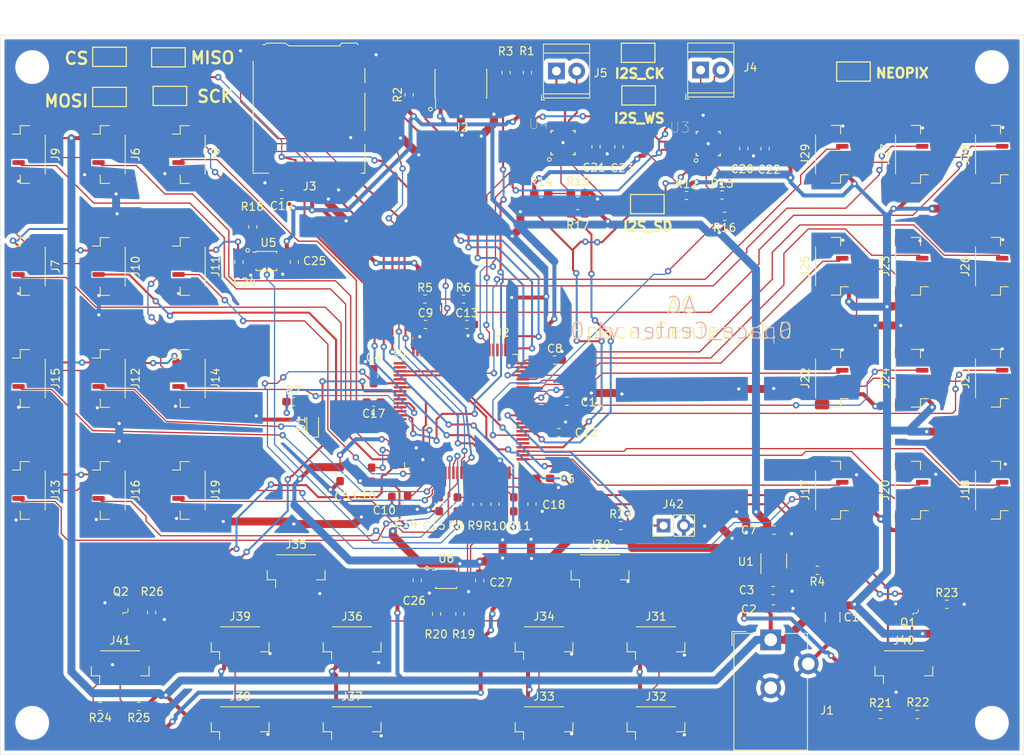
<source format=kicad_pcb>
(kicad_pcb (version 20171130) (host pcbnew "(5.1.0)-1")
  (layers (0 F.Cu signal) (31 B.Cu signal) (34 B.Paste user) (35 F.Paste user) (36 B.SilkS user) (37 F.SilkS user) (38 B.Mask user) (39 F.Mask user) (44 Edge.Cuts user))
  (net 0 "")
  (net 1 +5V)
  (net 2 GND)
  (net 3 +3V3)
  (net 4 /TOUCH_G4_1_SAMP)
  (net 5 /TOUCH_G8_1_SAMP)
  (net 6 /TOUCH_G2_1_SAMP)
  (net 7 /TOUCH_G3_1_SAMP)
  (net 8 /TOUCH_G1_1_SAMP)
  (net 9 /TOUCH_G7_1_SAMP)
  (net 10 /TOUCH_G6_1_SAMP)
  (net 11 "Net-(D1-Pad2)")
  (net 12 SWD_SWDIO)
  (net 13 SWD_SWCLK)
  (net 14 "Net-(J2-Pad6)")
  (net 15 "Net-(J2-Pad7)")
  (net 16 "Net-(J2-Pad8)")
  (net 17 "Net-(J2-Pad9)")
  (net 18 "Net-(J2-Pad10)")
  (net 19 SD_DET_B)
  (net 20 "Net-(J3-Pad8)")
  (net 21 "Net-(J3-Pad1)")
  (net 22 SD_SPI1_CS_N)
  (net 23 SD_SPI1_MOSI)
  (net 24 SD_SPI1_SCK)
  (net 25 SD_SPI1_MISO)
  (net 26 SD_DET_A)
  (net 27 "Net-(J4-Pad1)")
  (net 28 "Net-(J4-Pad2)")
  (net 29 "Net-(J5-Pad2)")
  (net 30 "Net-(J5-Pad1)")
  (net 31 "Net-(J6-Pad2)")
  (net 32 "Net-(J6-Pad3)")
  (net 33 TOUCH_G7_3_STAR_1)
  (net 34 "Net-(J7-Pad2)")
  (net 35 "Net-(J10-Pad2)")
  (net 36 TOUCH_G1_2_STAR_3)
  (net 37 TOUCH_G7_2_STAR_0)
  (net 38 NEOPIX_STARS_5V)
  (net 39 TOUCH_G7_4_STAR_2)
  (net 40 TOUCH_G1_3_STAR_4)
  (net 41 "Net-(J10-Pad3)")
  (net 42 "Net-(J11-Pad3)")
  (net 43 TOUCH_G1_4_STAR_5)
  (net 44 TOUCH_G2_3_STAR_7)
  (net 45 "Net-(J12-Pad3)")
  (net 46 "Net-(J12-Pad2)")
  (net 47 "Net-(J13-Pad2)")
  (net 48 "Net-(J13-Pad3)")
  (net 49 TOUCH_G3_2_STAR_9)
  (net 50 TOUCH_G2_2_STAR_6)
  (net 51 TOUCH_G2_4_STAR_8)
  (net 52 "Net-(J16-Pad3)")
  (net 53 TOUCH_G3_3_STAR_10)
  (net 54 "Net-(J17-Pad2)")
  (net 55 "Net-(J17-Pad3)")
  (net 56 TOUCH_G6_2_STAR_12)
  (net 57 TOUCH_G6_4_STAR_14)
  (net 58 "Net-(J18-Pad3)")
  (net 59 "Net-(J18-Pad2)")
  (net 60 TOUCH_G3_4_STAR_11)
  (net 61 TOUCH_G6_3_STAR_13)
  (net 62 TOUCH_G8_2_STAR_15)
  (net 63 "Net-(J21-Pad3)")
  (net 64 TOUCH_G8_4_STAR_17)
  (net 65 "Net-(J22-Pad3)")
  (net 66 "Net-(J22-Pad2)")
  (net 67 TOUCH_G4_3_STAR_19)
  (net 68 "Net-(J23-Pad3)")
  (net 69 "Net-(J23-Pad2)")
  (net 70 TOUCH_G8_3_STAR_16)
  (net 71 TOUCH_G4_2_STAR_18)
  (net 72 "Net-(J26-Pad3)")
  (net 73 TOUCH_G4_4_STAR_20)
  (net 74 "Net-(J27-Pad2)")
  (net 75 "Net-(J27-Pad3)")
  (net 76 TOUCH_G5_3_STAR_22)
  (net 77 TOUCH_G5_2_STAR_21)
  (net 78 TOUCH_G5_4_STAR_23)
  (net 79 "Net-(J29-Pad3)")
  (net 80 NEOPIX_ROCKET_L_5V)
  (net 81 "Net-(J30-Pad3)")
  (net 82 "Net-(J30-Pad4)")
  (net 83 "Net-(J31-Pad4)")
  (net 84 "Net-(J31-Pad3)")
  (net 85 "Net-(J32-Pad3)")
  (net 86 "Net-(J32-Pad4)")
  (net 87 "Net-(J33-Pad4)")
  (net 88 "Net-(J33-Pad3)")
  (net 89 "Net-(J34-Pad3)")
  (net 90 "Net-(J34-Pad4)")
  (net 91 "Net-(J35-Pad4)")
  (net 92 "Net-(J35-Pad3)")
  (net 93 NEOPIX_ROCKET_R_5V)
  (net 94 "Net-(J36-Pad3)")
  (net 95 "Net-(J36-Pad4)")
  (net 96 "Net-(J37-Pad4)")
  (net 97 "Net-(J37-Pad3)")
  (net 98 "Net-(J38-Pad3)")
  (net 99 "Net-(J38-Pad4)")
  (net 100 "Net-(J39-Pad4)")
  (net 101 "Net-(J39-Pad3)")
  (net 102 "Net-(J40-Pad5)")
  (net 103 "Net-(J40-Pad4)")
  (net 104 "Net-(J40-Pad3)")
  (net 105 BUTTON_L)
  (net 106 BUTTON_R)
  (net 107 "Net-(J41-Pad3)")
  (net 108 "Net-(J41-Pad4)")
  (net 109 "Net-(J41-Pad5)")
  (net 110 MODE_SW)
  (net 111 BUTTON_LED_L)
  (net 112 BUTTON_LED_R)
  (net 113 SWD_RST_N)
  (net 114 "Net-(R4-Pad2)")
  (net 115 "Net-(R5-Pad2)")
  (net 116 "Net-(R7-Pad1)")
  (net 117 NEOPIX_STARS)
  (net 118 "Net-(R8-Pad1)")
  (net 119 NEOPIX_ROCKET_L)
  (net 120 "Net-(R9-Pad1)")
  (net 121 "Net-(R10-Pad1)")
  (net 122 NEOPIX_ROCKET_R)
  (net 123 "Net-(R11-Pad1)")
  (net 124 "Net-(R12-Pad2)")
  (net 125 "Net-(R14-Pad2)")
  (net 126 AUDIO_SD_N_L)
  (net 127 AUDIO_SD_N_R)
  (net 128 "Net-(R18-Pad1)")
  (net 129 "Net-(R19-Pad1)")
  (net 130 "Net-(R20-Pad1)")
  (net 131 I2S_SPI2_CK)
  (net 132 I2S_SPI2_WS)
  (net 133 I2S_SPI2_SD)
  (net 134 "Net-(U1-Pad4)")
  (net 135 "Net-(U2-Pad1)")
  (net 136 "Net-(U2-Pad2)")
  (net 137 "Net-(U2-Pad5)")
  (net 138 "Net-(U2-Pad9)")
  (net 139 "Net-(U2-Pad10)")
  (net 140 "Net-(U2-Pad12)")
  (net 141 "Net-(U2-Pad13)")
  (net 142 "Net-(U2-Pad33)")
  (net 143 "Net-(U2-Pad41)")
  (net 144 "Net-(U2-Pad47)")
  (net 145 "Net-(U2-Pad55)")
  (net 146 "Net-(U2-Pad56)")
  (net 147 "Net-(U2-Pad59)")
  (net 148 "Net-(U2-Pad60)")
  (net 149 "Net-(U2-Pad61)")
  (net 150 "Net-(U2-Pad67)")
  (net 151 "Net-(U2-Pad78)")
  (net 152 "Net-(U2-Pad79)")
  (net 153 "Net-(U2-Pad80)")
  (net 154 "Net-(U2-Pad83)")
  (net 155 "Net-(U2-Pad84)")
  (net 156 "Net-(U2-Pad85)")
  (net 157 "Net-(U2-Pad86)")
  (net 158 "Net-(U2-Pad87)")
  (net 159 "Net-(U2-Pad88)")
  (net 160 "Net-(U2-Pad91)")
  (net 161 "Net-(U2-Pad95)")
  (net 162 "Net-(U2-Pad96)")
  (net 163 "Net-(U2-Pad97)")
  (net 164 "Net-(U2-Pad98)")
  (net 165 "Net-(U3-Pad5)")
  (net 166 "Net-(U3-Pad6)")
  (net 167 "Net-(U3-Pad12)")
  (net 168 "Net-(U3-Pad13)")
  (net 169 "Net-(U4-Pad13)")
  (net 170 "Net-(U4-Pad12)")
  (net 171 "Net-(U4-Pad6)")
  (net 172 "Net-(U4-Pad5)")
  (net 173 "Net-(U5-Pad3)")
  (net 174 /TOUCH_G5_1_SAMP)
  (module Connector_JST:JST_SH_BM05B-SRSS-TB_1x05-1MP_P1.00mm_Vertical (layer F.Cu) (at 125.6195 53.9365 270)
    (fp_text reference J6 (at 0 -3.3 270) (layer F.SilkS))
    (fp_text value Conn_01x05_Male hide)
    (pad 1 smd roundrect (at -2 1.325 270) (size 0.6 1.55) (layers F.Cu F.Paste F.Mask) (net 1 +5V))
    (pad 2 smd roundrect (at -1 1.325 270) (size 0.6 1.55) (layers F.Cu F.Paste F.Mask) (net 31 "Net-(J6-Pad2)"))
    (pad 3 smd roundrect (at 0 1.325 270) (size 0.6 1.55) (layers F.Cu F.Paste F.Mask) (net 32 "Net-(J6-Pad3)"))
    (pad 4 smd roundrect (at 1 1.325 270) (size 0.6 1.55) (layers F.Cu F.Paste F.Mask) (net 33 TOUCH_G7_3_STAR_1))
    (pad 5 smd roundrect (at 2 1.325 270) (size 0.6 1.55) (layers F.Cu F.Paste F.Mask) (net 2 GND))
    (pad MP smd roundrect (at -3.3 -1.2 270) (size 1.2 1.8) (layers F.Cu F.Paste F.Mask) (roundrect_rratio 0.208333))
    (pad MP smd roundrect (at 3.3 -1.2 270) (size 1.2 1.8) (layers F.Cu F.Paste F.Mask) (roundrect_rratio 0.208333))
  )
  (module Capacitor_SMD:C_1206_3216Metric_Pad1.42x1.75mm_HandSolder (layer F.Cu) (at 216.0905 111.7965 270)
    (fp_text reference C1 (at 0 -2.3495) (layer F.SilkS))
    (fp_text value 100u hide)
    (pad 1 smd roundrect (at -1.4875 0 270) (size 1.425 1.75) (layers F.Cu F.Paste F.Mask) (roundrect_rratio 0.175439) (net 1 +5V))
    (pad 2 smd roundrect (at 1.4875 0 270) (size 1.425 1.75) (layers F.Cu F.Paste F.Mask) (roundrect_rratio 0.175439) (net 2 GND))
  )
  (module Capacitor_SMD:C_0603_1608Metric_Pad1.05x0.95mm_HandSolder (layer F.Cu) (at 208.675 110.744)
    (fp_text reference C2 (at -3.062 0.0635) (layer F.SilkS))
    (fp_text value 10u hide)
    (pad 2 smd roundrect (at 0.875 0) (size 1.05 0.95) (layers F.Cu F.Paste F.Mask) (net 2 GND))
    (pad 1 smd roundrect (at -0.875 0) (size 1.05 0.95) (layers F.Cu F.Paste F.Mask) (net 1 +5V))
  )
  (module Capacitor_SMD:C_0603_1608Metric_Pad1.05x0.95mm_HandSolder (layer F.Cu) (at 208.647 108.458)
    (fp_text reference C3 (at -3.316 -0.0635) (layer F.SilkS))
    (fp_text value 1u hide)
    (pad 1 smd roundrect (at -0.875 0) (size 1.05 0.95) (layers F.Cu F.Paste F.Mask) (net 1 +5V))
    (pad 2 smd roundrect (at 0.875 0) (size 1.05 0.95) (layers F.Cu F.Paste F.Mask) (net 2 GND))
  )
  (module Capacitor_SMD:C_0603_1608Metric_Pad1.05x0.95mm_HandSolder (layer F.Cu) (at 158.6865 81.661 90)
    (fp_text reference C4 (at 2.3495 0 180) (layer F.SilkS))
    (fp_text value 0.1u hide)
    (pad 2 smd roundrect (at 0.875 0 90) (size 1.05 0.95) (layers F.Cu F.Paste F.Mask) (net 2 GND))
    (pad 1 smd roundrect (at -0.875 0 90) (size 1.05 0.95) (layers F.Cu F.Paste F.Mask) (net 3 +3V3))
  )
  (module Capacitor_SMD:C_0603_1608Metric_Pad1.05x0.95mm_HandSolder (layer F.Cu) (at 154.4955 93.9025 270)
    (fp_text reference C5 (at 2.808 -0.254) (layer F.SilkS))
    (fp_text value 0.1u hide)
    (pad 1 smd roundrect (at -0.875 0 270) (size 1.05 0.95) (layers F.Cu F.Paste F.Mask) (net 3 +3V3))
    (pad 2 smd roundrect (at 0.875 0 270) (size 1.05 0.95) (layers F.Cu F.Paste F.Mask) (net 2 GND))
  )
  (module Capacitor_SMD:C_0603_1608Metric_Pad1.05x0.95mm_HandSolder (layer F.Cu) (at 179.8815 94.4245)
    (fp_text reference C6 (at 2.9985 0.0635 -180) (layer F.SilkS))
    (fp_text value 0.1u hide)
    (pad 2 smd roundrect (at 0.875 0) (size 1.05 0.95) (layers F.Cu F.Paste F.Mask) (net 2 GND))
    (pad 1 smd roundrect (at -0.875 0) (size 1.05 0.95) (layers F.Cu F.Paste F.Mask) (net 3 +3V3))
  )
  (module Capacitor_SMD:C_0603_1608Metric_Pad1.05x0.95mm_HandSolder (layer F.Cu) (at 208.774 100.9015)
    (fp_text reference C7 (at -3.161 0) (layer F.SilkS))
    (fp_text value 10u hide)
    (pad 2 smd roundrect (at 0.875 0) (size 1.05 0.95) (layers F.Cu F.Paste F.Mask) (net 2 GND))
    (pad 1 smd roundrect (at -0.875 0) (size 1.05 0.95) (layers F.Cu F.Paste F.Mask) (net 3 +3V3))
  )
  (module Capacitor_SMD:C_0603_1608Metric_Pad1.05x0.95mm_HandSolder (layer F.Cu) (at 181.342 79.629)
    (fp_text reference C8 (at 0 -1.43) (layer F.SilkS))
    (fp_text value 0.1u hide)
    (pad 2 smd roundrect (at 0.875 0) (size 1.05 0.95) (layers F.Cu F.Paste F.Mask) (net 2 GND))
    (pad 1 smd roundrect (at -0.875 0) (size 1.05 0.95) (layers F.Cu F.Paste F.Mask) (net 3 +3V3))
  )
  (module Capacitor_SMD:C_0603_1608Metric_Pad1.05x0.95mm_HandSolder (layer F.Cu) (at 165.1775 75.184)
    (fp_text reference C9 (at 0 -1.43) (layer F.SilkS))
    (fp_text value 0.1u hide)
    (pad 1 smd roundrect (at -0.875 0) (size 1.05 0.95) (layers F.Cu F.Paste F.Mask) (net 3 +3V3))
    (pad 2 smd roundrect (at 0.875 0) (size 1.05 0.95) (layers F.Cu F.Paste F.Mask) (net 2 GND))
  )
  (module Capacitor_SMD:C_0603_1608Metric_Pad1.05x0.95mm_HandSolder (layer F.Cu) (at 160.9725 95.871 270)
    (fp_text reference C10 (at 2.554 0.9525) (layer F.SilkS))
    (fp_text value 0.01u hide)
    (pad 2 smd roundrect (at 0.875 0 270) (size 1.05 0.95) (layers F.Cu F.Paste F.Mask) (net 2 GND))
    (pad 1 smd roundrect (at -0.875 0 270) (size 1.05 0.95) (layers F.Cu F.Paste F.Mask) (net 3 +3V3))
  )
  (module Capacitor_SMD:C_0603_1608Metric_Pad1.05x0.95mm_HandSolder (layer F.Cu) (at 182.866 84.7725)
    (fp_text reference C11 (at 3.161 0.127) (layer F.SilkS))
    (fp_text value 0.1u hide)
    (pad 1 smd roundrect (at -0.875 0) (size 1.05 0.95) (layers F.Cu F.Paste F.Mask) (net 4 /TOUCH_G4_1_SAMP))
    (pad 2 smd roundrect (at 0.875 0) (size 1.05 0.95) (layers F.Cu F.Paste F.Mask) (net 2 GND))
  )
  (module Capacitor_SMD:C_0603_1608Metric_Pad1.05x0.95mm_HandSolder (layer F.Cu) (at 181.85 88.7095)
    (fp_text reference C12 (at 3.443 0) (layer F.SilkS))
    (fp_text value 0.1u hide)
    (pad 1 smd roundrect (at -0.875 0) (size 1.05 0.95) (layers F.Cu F.Paste F.Mask) (net 5 /TOUCH_G8_1_SAMP))
    (pad 2 smd roundrect (at 0.875 0) (size 1.05 0.95) (layers F.Cu F.Paste F.Mask) (net 2 GND))
  )
  (module Capacitor_SMD:C_0603_1608Metric_Pad1.05x0.95mm_HandSolder (layer F.Cu) (at 170.3565 75.184)
    (fp_text reference C13 (at 0 -1.43) (layer F.SilkS))
    (fp_text value 0.1u hide)
    (pad 2 smd roundrect (at 0.875 0) (size 1.05 0.95) (layers F.Cu F.Paste F.Mask) (net 2 GND))
    (pad 1 smd roundrect (at -0.875 0) (size 1.05 0.95) (layers F.Cu F.Paste F.Mask) (net 174 /TOUCH_G5_1_SAMP))
  )
  (module Capacitor_SMD:C_0603_1608Metric_Pad1.05x0.95mm_HandSolder (layer F.Cu) (at 162.941 97.4585 270)
    (fp_text reference C14 (at 2.6175 0.1905) (layer F.SilkS))
    (fp_text value 0.1u hide)
    (pad 1 smd roundrect (at -0.875 0 270) (size 1.05 0.95) (layers F.Cu F.Paste F.Mask) (net 6 /TOUCH_G2_1_SAMP))
    (pad 2 smd roundrect (at 0.875 0 270) (size 1.05 0.95) (layers F.Cu F.Paste F.Mask) (net 2 GND))
  )
  (module Capacitor_SMD:C_0603_1608Metric_Pad1.05x0.95mm_HandSolder (layer F.Cu) (at 166.878 97.649 270)
    (fp_text reference C15 (at 2.681 0.635) (layer F.SilkS))
    (fp_text value 0.1u hide)
    (pad 1 smd roundrect (at -0.875 0 270) (size 1.05 0.95) (layers F.Cu F.Paste F.Mask) (net 7 /TOUCH_G3_1_SAMP))
    (pad 2 smd roundrect (at 0.875 0 270) (size 1.05 0.95) (layers F.Cu F.Paste F.Mask) (net 2 GND))
  )
  (module Capacitor_SMD:C_0603_1608Metric_Pad1.05x0.95mm_HandSolder (layer F.Cu) (at 158.4325 93.966 270)
    (fp_text reference C16 (at 2.554 0.889) (layer F.SilkS))
    (fp_text value 0.1u hide)
    (pad 1 smd roundrect (at -0.875 0 270) (size 1.05 0.95) (layers F.Cu F.Paste F.Mask) (net 8 /TOUCH_G1_1_SAMP))
    (pad 2 smd roundrect (at 0.875 0 270) (size 1.05 0.95) (layers F.Cu F.Paste F.Mask) (net 2 GND))
  )
  (module Capacitor_SMD:C_0603_1608Metric_Pad1.05x0.95mm_HandSolder (layer F.Cu) (at 158.7005 84.8995 180)
    (fp_text reference C17 (at 0 -1.43 180) (layer F.SilkS))
    (fp_text value 0.1u hide)
    (pad 2 smd roundrect (at 0.875 0 180) (size 1.05 0.95) (layers F.Cu F.Paste F.Mask) (net 2 GND))
    (pad 1 smd roundrect (at -0.875 0 180) (size 1.05 0.95) (layers F.Cu F.Paste F.Mask) (net 9 /TOUCH_G7_1_SAMP))
  )
  (module Capacitor_SMD:C_0603_1608Metric_Pad1.05x0.95mm_HandSolder (layer F.Cu) (at 178.4985 97.649 270)
    (fp_text reference C18 (at 0.0775 -2.7305) (layer F.SilkS))
    (fp_text value 0.1u hide)
    (pad 1 smd roundrect (at -0.875 0 270) (size 1.05 0.95) (layers F.Cu F.Paste F.Mask) (net 10 /TOUCH_G6_1_SAMP))
    (pad 2 smd roundrect (at 0.875 0 270) (size 1.05 0.95) (layers F.Cu F.Paste F.Mask) (net 2 GND))
  )
  (module Capacitor_SMD:C_0603_1608Metric_Pad1.05x0.95mm_HandSolder (layer F.Cu) (at 147.179 58.928 180)
    (fp_text reference C19 (at 0 -1.43 180) (layer F.SilkS))
    (fp_text value 0.1u hide)
    (pad 2 smd roundrect (at 0.875 0 180) (size 1.05 0.95) (layers F.Cu F.Paste F.Mask) (net 2 GND))
    (pad 1 smd roundrect (at -0.875 0 180) (size 1.05 0.95) (layers F.Cu F.Paste F.Mask) (net 3 +3V3))
  )
  (module Capacitor_SMD:C_0603_1608Metric_Pad1.05x0.95mm_HandSolder (layer F.Cu) (at 204.978 53.1635 270)
    (fp_text reference C20 (at 2.5895 0.1905) (layer F.SilkS))
    (fp_text value 0.1u hide)
    (pad 2 smd roundrect (at 0.875 0 270) (size 1.05 0.95) (layers F.Cu F.Paste F.Mask) (net 2 GND))
    (pad 1 smd roundrect (at -0.875 0 270) (size 1.05 0.95) (layers F.Cu F.Paste F.Mask) (net 1 +5V))
  )
  (module Capacitor_SMD:C_0603_1608Metric_Pad1.05x0.95mm_HandSolder (layer F.Cu) (at 186.4995 52.959 270)
    (fp_text reference C21 (at 2.6035 0.254) (layer F.SilkS))
    (fp_text value 0.1u hide)
    (pad 1 smd roundrect (at -0.875 0 270) (size 1.05 0.95) (layers F.Cu F.Paste F.Mask) (net 1 +5V))
    (pad 2 smd roundrect (at 0.875 0 270) (size 1.05 0.95) (layers F.Cu F.Paste F.Mask) (net 2 GND))
  )
  (module Capacitor_SMD:C_0603_1608Metric_Pad1.05x0.95mm_HandSolder (layer F.Cu) (at 207.645 53.199 270)
    (fp_text reference C22 (at 2.6175 -0.508) (layer F.SilkS))
    (fp_text value 10u hide)
    (pad 1 smd roundrect (at -0.875 0 270) (size 1.05 0.95) (layers F.Cu F.Paste F.Mask) (net 1 +5V))
    (pad 2 smd roundrect (at 0.875 0 270) (size 1.05 0.95) (layers F.Cu F.Paste F.Mask) (net 2 GND))
  )
  (module Capacitor_SMD:C_0603_1608Metric_Pad1.05x0.95mm_HandSolder (layer F.Cu) (at 189.357 52.973 270)
    (fp_text reference C23 (at 2.653 -0.381) (layer F.SilkS))
    (fp_text value 10u hide)
    (pad 2 smd roundrect (at 0.875 0 270) (size 1.05 0.95) (layers F.Cu F.Paste F.Mask) (net 2 GND))
    (pad 1 smd roundrect (at -0.875 0 270) (size 1.05 0.95) (layers F.Cu F.Paste F.Mask) (net 1 +5V))
  )
  (module Capacitor_SMD:C_0603_1608Metric_Pad1.05x0.95mm_HandSolder (layer F.Cu) (at 141.859 67.3735 270)
    (fp_text reference C24 (at 2.54 -0.6985) (layer F.SilkS))
    (fp_text value 0.1u hide)
    (pad 2 smd roundrect (at 0.875 0 270) (size 1.05 0.95) (layers F.Cu F.Paste F.Mask) (net 2 GND))
    (pad 1 smd roundrect (at -0.875 0 270) (size 1.05 0.95) (layers F.Cu F.Paste F.Mask) (net 1 +5V))
  )
  (module Capacitor_SMD:C_0603_1608Metric_Pad1.05x0.95mm_HandSolder (layer F.Cu) (at 148.7805 67.3735 270)
    (fp_text reference C25 (at -0.127 -2.54) (layer F.SilkS))
    (fp_text value 0.1u hide)
    (pad 1 smd roundrect (at -0.875 0 270) (size 1.05 0.95) (layers F.Cu F.Paste F.Mask) (net 3 +3V3))
    (pad 2 smd roundrect (at 0.875 0 270) (size 1.05 0.95) (layers F.Cu F.Paste F.Mask) (net 2 GND))
  )
  (module Capacitor_SMD:C_0603_1608Metric_Pad1.05x0.95mm_HandSolder (layer F.Cu) (at 164.1475 107.174 270)
    (fp_text reference C26 (at 2.554 0.381) (layer F.SilkS))
    (fp_text value 0.1u hide)
    (pad 1 smd roundrect (at -0.875 0 270) (size 1.05 0.95) (layers F.Cu F.Paste F.Mask) (net 1 +5V))
    (pad 2 smd roundrect (at 0.875 0 270) (size 1.05 0.95) (layers F.Cu F.Paste F.Mask) (net 2 GND))
  )
  (module Capacitor_SMD:C_0603_1608Metric_Pad1.05x0.95mm_HandSolder (layer F.Cu) (at 171.958 107.202 270)
    (fp_text reference C27 (at 0.24 -2.667) (layer F.SilkS))
    (fp_text value 0.1u hide)
    (pad 2 smd roundrect (at 0.875 0 270) (size 1.05 0.95) (layers F.Cu F.Paste F.Mask) (net 2 GND))
    (pad 1 smd roundrect (at -0.875 0 270) (size 1.05 0.95) (layers F.Cu F.Paste F.Mask) (net 3 +3V3))
  )
  (module LED_SMD:LED_0603_1608Metric_Pad1.05x0.95mm_HandSolder (layer F.Cu) (at 151.0665 87.616 90)
    (fp_text reference D1 (at 0 -1.43 90) (layer F.SilkS))
    (fp_text value LED hide)
    (pad 1 smd roundrect (at -0.875 0 90) (size 1.05 0.95) (layers F.Cu F.Paste F.Mask) (net 2 GND))
    (pad 2 smd roundrect (at 0.875 0 90) (size 1.05 0.95) (layers F.Cu F.Paste F.Mask) (net 11 "Net-(D1-Pad2)"))
  )
  (module MountingHole:MountingHole_3.2mm_M3 (layer F.Cu) (at 236 125)
    (fp_text reference H1 hide)
    (fp_text value MountingHole hide)
    (pad 1 np_thru_hole circle (at 0 0) (size 3.2 3.2) (drill 3.2) (layers *.Cu *.Mask))
  )
  (module MountingHole:MountingHole_3.2mm_M3 (layer F.Cu) (at 116 125)
    (fp_text reference H2 hide)
    (fp_text value MountingHole hide)
    (pad 1 np_thru_hole circle (at 0 0) (size 3.2 3.2) (drill 3.2) (layers *.Cu *.Mask))
  )
  (module MountingHole:MountingHole_3.2mm_M3 (layer F.Cu) (at 116 43)
    (fp_text reference H3 hide)
    (fp_text value MountingHole hide)
    (pad 1 np_thru_hole circle (at 0 0) (size 3.2 3.2) (drill 3.2) (layers *.Cu *.Mask))
  )
  (module MountingHole:MountingHole_3.2mm_M3 (layer F.Cu) (at 236 43)
    (fp_text reference H4 hide)
    (fp_text value MountingHole hide)
    (pad 1 np_thru_hole circle (at 0 0) (size 3.2 3.2) (drill 3.2) (layers *.Cu *.Mask))
  )
  (module Connector_BarrelJack:BarrelJack_CUI_PJ-102AH_Horizontal (layer F.Cu) (at 208.3435 114.6175)
    (fp_text reference J1 (at 7.0485 8.8265 180) (layer F.SilkS))
    (fp_text value Barrel_Jack_Switch hide)
    (pad 1 thru_hole rect (at 0 0) (size 2.6 2.6) (drill 1.6) (layers *.Cu *.Mask) (net 1 +5V))
    (pad 2 thru_hole circle (at 0 6) (size 2.6 2.6) (drill 1.6) (layers *.Cu *.Mask) (net 2 GND))
    (pad 3 thru_hole circle (at 4.7 3) (size 2.6 2.6) (drill 1.6) (layers *.Cu *.Mask) (net 2 GND))
  )
  (module Connector_PinHeader_1.27mm:PinHeader_2x05_P1.27mm_Vertical_SMD (layer F.Cu) (at 169.6085 45.0665 90)
    (fp_text reference J2 (at -5.4795 0.0635 180) (layer F.SilkS))
    (fp_text value Conn_ARM_JTAG_SWD_10 hide)
    (pad 1 smd rect (at -1.95 -2.54 90) (size 2.4 0.74) (layers F.Cu F.Paste F.Mask) (net 3 +3V3))
    (pad 2 smd rect (at 1.95 -2.54 90) (size 2.4 0.74) (layers F.Cu F.Paste F.Mask) (net 12 SWD_SWDIO))
    (pad 3 smd rect (at -1.95 -1.27 90) (size 2.4 0.74) (layers F.Cu F.Paste F.Mask) (net 2 GND))
    (pad 4 smd rect (at 1.95 -1.27 90) (size 2.4 0.74) (layers F.Cu F.Paste F.Mask) (net 13 SWD_SWCLK))
    (pad 5 smd rect (at -1.95 0 90) (size 2.4 0.74) (layers F.Cu F.Paste F.Mask) (net 2 GND))
    (pad 6 smd rect (at 1.95 0 90) (size 2.4 0.74) (layers F.Cu F.Paste F.Mask) (net 14 "Net-(J2-Pad6)"))
    (pad 7 smd rect (at -1.95 1.27 90) (size 2.4 0.74) (layers F.Cu F.Paste F.Mask) (net 15 "Net-(J2-Pad7)"))
    (pad 8 smd rect (at 1.95 1.27 90) (size 2.4 0.74) (layers F.Cu F.Paste F.Mask) (net 16 "Net-(J2-Pad8)"))
    (pad 9 smd rect (at -1.95 2.54 90) (size 2.4 0.74) (layers F.Cu F.Paste F.Mask) (net 17 "Net-(J2-Pad9)"))
    (pad 10 smd rect (at 1.95 2.54 90) (size 2.4 0.74) (layers F.Cu F.Paste F.Mask) (net 18 "Net-(J2-Pad10)"))
  )
  (module Connector_Card:microSD_HC_Hirose_DM3AT-SF-PEJM5 (layer F.Cu) (at 150.622 48.387 180)
    (fp_text reference J3 (at -0.075 -9.525 180) (layer F.SilkS))
    (fp_text value Micro_SD_Card_Det_Hirose_DM3AT hide)
    (pad 9 smd rect (at -5.875 -7.725 180) (size 0.7 1.2) (layers F.Cu F.Paste F.Mask) (net 19 SD_DET_B))
    (pad 8 smd rect (at -4.925 -7.725 180) (size 0.7 1.2) (layers F.Cu F.Paste F.Mask) (net 20 "Net-(J3-Pad8)"))
    (pad 1 smd rect (at 2.775 -7.725 180) (size 0.7 1.2) (layers F.Cu F.Paste F.Mask) (net 21 "Net-(J3-Pad1)"))
    (pad 2 smd rect (at 1.675 -7.725 180) (size 0.7 1.2) (layers F.Cu F.Paste F.Mask) (net 22 SD_SPI1_CS_N))
    (pad 3 smd rect (at 0.575 -7.725 180) (size 0.7 1.2) (layers F.Cu F.Paste F.Mask) (net 23 SD_SPI1_MOSI))
    (pad 4 smd rect (at -0.525 -7.725 180) (size 0.7 1.2) (layers F.Cu F.Paste F.Mask) (net 3 +3V3))
    (pad 5 smd rect (at -1.625 -7.725 180) (size 0.7 1.2) (layers F.Cu F.Paste F.Mask) (net 24 SD_SPI1_SCK))
    (pad 6 smd rect (at -2.725 -7.725 180) (size 0.7 1.2) (layers F.Cu F.Paste F.Mask) (net 2 GND))
    (pad 7 smd rect (at -3.825 -7.725 180) (size 0.7 1.2) (layers F.Cu F.Paste F.Mask) (net 25 SD_SPI1_MISO))
    (pad 11 smd rect (at 4.325 -7.725 180) (size 1 1.2) (layers F.Cu F.Paste F.Mask) (net 2 GND))
    (pad 11 smd rect (at -6.825 -3.425 180) (size 1 1.2) (layers F.Cu F.Paste F.Mask) (net 2 GND))
    (pad 10 smd rect (at -6.825 2.775 180) (size 1 0.8) (layers F.Cu F.Paste F.Mask) (net 26 SD_DET_A))
    (pad 11 smd rect (at -6.825 6.925 180) (size 1 2.8) (layers F.Cu F.Paste F.Mask) (net 2 GND))
    (pad 11 smd rect (at 6.675 7.375 180) (size 1.3 1.9) (layers F.Cu F.Paste F.Mask) (net 2 GND))
  )
  (module TerminalBlock_TE-Connectivity:TerminalBlock_TE_282834-2_1x02_P2.54mm_Horizontal (layer F.Cu) (at 199.5805 43.3705)
    (fp_text reference J4 (at 6.223 -0.3175) (layer F.SilkS))
    (fp_text value Screw_Terminal_01x02 hide)
    (pad 1 thru_hole rect (at 0 0) (size 2.1 2.1) (drill 1.1) (layers *.Cu *.Mask) (net 27 "Net-(J4-Pad1)"))
    (pad 2 thru_hole circle (at 2.54 0) (size 2.1 2.1) (drill 1.1) (layers *.Cu *.Mask) (net 28 "Net-(J4-Pad2)"))
  )
  (module TerminalBlock_TE-Connectivity:TerminalBlock_TE_282834-2_1x02_P2.54mm_Horizontal (layer F.Cu) (at 181.5465 43.4975)
    (fp_text reference J5 (at 5.5245 0.254) (layer F.SilkS))
    (fp_text value Screw_Terminal_01x02 hide)
    (pad 2 thru_hole circle (at 2.54 0) (size 2.1 2.1) (drill 1.1) (layers *.Cu *.Mask) (net 29 "Net-(J5-Pad2)"))
    (pad 1 thru_hole rect (at 0 0) (size 2.1 2.1) (drill 1.1) (layers *.Cu *.Mask) (net 30 "Net-(J5-Pad1)"))
  )
  (module Connector_PinHeader_2.54mm:PinHeader_1x02_P2.54mm_Vertical (layer F.Cu) (at 194.945 100.33 90)
    (fp_text reference J42 (at 2.667 1.2065 180) (layer F.SilkS))
    (fp_text value Conn_01x02_Male hide)
    (pad 1 thru_hole rect (at 0 0 90) (size 1.7 1.7) (drill 1) (layers *.Cu *.Mask) (net 110 MODE_SW))
    (pad 2 thru_hole oval (at 0 2.54 90) (size 1.7 1.7) (drill 1) (layers *.Cu *.Mask) (net 2 GND))
  )
  (module digikey-footprints:SOT-523 (layer F.Cu) (at 225.8695 110.744 180)
    (fp_text reference Q1 (at 0.35 -1.72476 180) (layer F.SilkS))
    (fp_text value DMG1012T-7 hide)
    (pad 2 smd rect (at 0.5 0.65 180) (size 0.4 0.51) (layers F.Cu F.Paste F.Mask) (net 2 GND))
    (pad 1 smd rect (at -0.5 0.65 180) (size 0.4 0.51) (layers F.Cu F.Paste F.Mask) (net 111 BUTTON_LED_L))
    (pad 3 smd rect (at 0 -0.65 180) (size 0.4 0.51) (layers F.Cu F.Paste F.Mask) (net 103 "Net-(J40-Pad4)"))
  )
  (module digikey-footprints:SOT-523 (layer F.Cu) (at 127.0635 110.6805 180)
    (fp_text reference Q2 (at 0 2.0955 180) (layer F.SilkS))
    (fp_text value DMG1012T-7 hide)
    (pad 3 smd rect (at 0 -0.65 180) (size 0.4 0.51) (layers F.Cu F.Paste F.Mask) (net 108 "Net-(J41-Pad4)"))
    (pad 1 smd rect (at -0.5 0.65 180) (size 0.4 0.51) (layers F.Cu F.Paste F.Mask) (net 112 BUTTON_LED_R))
    (pad 2 smd rect (at 0.5 0.65 180) (size 0.4 0.51) (layers F.Cu F.Paste F.Mask) (net 2 GND))
  )
  (module Resistor_SMD:R_0603_1608Metric_Pad1.05x0.95mm_HandSolder (layer F.Cu) (at 177.927 43.674 90)
    (fp_text reference R1 (at 2.681 -0.0635 180) (layer F.SilkS))
    (fp_text value 10k hide)
    (pad 2 smd roundrect (at 0.875 0 90) (size 1.05 0.95) (layers F.Cu F.Paste F.Mask) (net 16 "Net-(J2-Pad8)"))
    (pad 1 smd roundrect (at -0.875 0 90) (size 1.05 0.95) (layers F.Cu F.Paste F.Mask) (net 3 +3V3))
  )
  (module Resistor_SMD:R_0603_1608Metric_Pad1.05x0.95mm_HandSolder (layer F.Cu) (at 163.1315 46.468 90)
    (fp_text reference R2 (at 0 -1.43 90) (layer F.SilkS))
    (fp_text value 100k hide)
    (pad 2 smd roundrect (at 0.875 0 90) (size 1.05 0.95) (layers F.Cu F.Paste F.Mask) (net 12 SWD_SWDIO))
    (pad 1 smd roundrect (at -0.875 0 90) (size 1.05 0.95) (layers F.Cu F.Paste F.Mask) (net 3 +3V3))
  )
  (module Resistor_SMD:R_0603_1608Metric_Pad1.05x0.95mm_HandSolder (layer F.Cu) (at 175.26 43.688 90)
    (fp_text reference R3 (at 2.653 -0.0635 180) (layer F.SilkS))
    (fp_text value DNP hide)
    (pad 1 smd roundrect (at -0.875 0 90) (size 1.05 0.95) (layers F.Cu F.Paste F.Mask) (net 113 SWD_RST_N))
    (pad 2 smd roundrect (at 0.875 0 90) (size 1.05 0.95) (layers F.Cu F.Paste F.Mask) (net 18 "Net-(J2-Pad10)"))
  )
  (module Resistor_SMD:R_0603_1608Metric_Pad1.05x0.95mm_HandSolder (layer F.Cu) (at 214.1715 105.918 180)
    (fp_text reference R4 (at 0 -1.43 180) (layer F.SilkS))
    (fp_text value 10k hide)
    (pad 1 smd roundrect (at -0.875 0 180) (size 1.05 0.95) (layers F.Cu F.Paste F.Mask) (net 1 +5V))
    (pad 2 smd roundrect (at 0.875 0 180) (size 1.05 0.95) (layers F.Cu F.Paste F.Mask) (net 114 "Net-(R4-Pad2)"))
  )
  (module Resistor_SMD:R_0603_1608Metric_Pad1.05x0.95mm_HandSolder (layer F.Cu) (at 165.114 72.009)
    (fp_text reference R5 (at 0 -1.43) (layer F.SilkS))
    (fp_text value DNP hide)
    (pad 2 smd roundrect (at 0.875 0) (size 1.05 0.95) (layers F.Cu F.Paste F.Mask) (net 115 "Net-(R5-Pad2)"))
    (pad 1 smd roundrect (at -0.875 0) (size 1.05 0.95) (layers F.Cu F.Paste F.Mask) (net 3 +3V3))
  )
  (module Resistor_SMD:R_0603_1608Metric_Pad1.05x0.95mm_HandSolder (layer F.Cu) (at 169.94 72.009)
    (fp_text reference R6 (at 0 -1.43) (layer F.SilkS))
    (fp_text value 10k hide)
    (pad 1 smd roundrect (at -0.875 0) (size 1.05 0.95) (layers F.Cu F.Paste F.Mask) (net 115 "Net-(R5-Pad2)"))
    (pad 2 smd roundrect (at 0.875 0) (size 1.05 0.95) (layers F.Cu F.Paste F.Mask) (net 2 GND))
  )
  (module Resistor_SMD:R_0603_1608Metric_Pad1.05x0.95mm_HandSolder (layer F.Cu) (at 148.6675 84.836)
    (fp_text reference R7 (at 0 -1.43) (layer F.SilkS))
    (fp_text value 121 hide)
    (pad 2 smd roundrect (at 0.875 0) (size 1.05 0.95) (layers F.Cu F.Paste F.Mask) (net 11 "Net-(D1-Pad2)"))
    (pad 1 smd roundrect (at -0.875 0) (size 1.05 0.95) (layers F.Cu F.Paste F.Mask) (net 116 "Net-(R7-Pad1)"))
  )
  (module Resistor_SMD:R_0603_1608Metric_Pad1.05x0.95mm_HandSolder (layer F.Cu) (at 169.164 97.677 270)
    (fp_text reference R8 (at 2.653 0.1905) (layer F.SilkS))
    (fp_text value 33.2 hide)
    (pad 2 smd roundrect (at 0.875 0 270) (size 1.05 0.95) (layers F.Cu F.Paste F.Mask) (net 117 NEOPIX_STARS))
    (pad 1 smd roundrect (at -0.875 0 270) (size 1.05 0.95) (layers F.Cu F.Paste F.Mask) (net 118 "Net-(R8-Pad1)"))
  )
  (module Resistor_SMD:R_0603_1608Metric_Pad1.05x0.95mm_HandSolder (layer F.Cu) (at 171.6405 97.677 270)
    (fp_text reference R9 (at 2.653 0.254) (layer F.SilkS))
    (fp_text value 33.2 hide)
    (pad 2 smd roundrect (at 0.875 0 270) (size 1.05 0.95) (layers F.Cu F.Paste F.Mask) (net 119 NEOPIX_ROCKET_L))
    (pad 1 smd roundrect (at -0.875 0 270) (size 1.05 0.95) (layers F.Cu F.Paste F.Mask) (net 120 "Net-(R9-Pad1)"))
  )
  (module Resistor_SMD:R_0603_1608Metric_Pad1.05x0.95mm_HandSolder (layer F.Cu) (at 173.863 97.649 270)
    (fp_text reference R10 (at 2.7445 0) (layer F.SilkS))
    (fp_text value 33.2 hide)
    (pad 1 smd roundrect (at -0.875 0 270) (size 1.05 0.95) (layers F.Cu F.Paste F.Mask) (net 121 "Net-(R10-Pad1)"))
    (pad 2 smd roundrect (at 0.875 0 270) (size 1.05 0.95) (layers F.Cu F.Paste F.Mask) (net 122 NEOPIX_ROCKET_R))
  )
  (module Resistor_SMD:R_0603_1608Metric_Pad1.05x0.95mm_HandSolder (layer F.Cu) (at 176.2125 97.677 270)
    (fp_text reference R11 (at 2.7165 -0.6985) (layer F.SilkS))
    (fp_text value 33.2 hide)
    (pad 2 smd roundrect (at 0.875 0 270) (size 1.05 0.95) (layers F.Cu F.Paste F.Mask) (net 24 SD_SPI1_SCK))
    (pad 1 smd roundrect (at -0.875 0 270) (size 1.05 0.95) (layers F.Cu F.Paste F.Mask) (net 123 "Net-(R11-Pad1)"))
  )
  (module Resistor_SMD:R_0603_1608Metric_Pad1.05x0.95mm_HandSolder (layer F.Cu) (at 197.8165 59.055)
    (fp_text reference R12 (at 0 -1.43) (layer F.SilkS))
    (fp_text value DNP hide)
    (pad 2 smd roundrect (at 0.875 0) (size 1.05 0.95) (layers F.Cu F.Paste F.Mask) (net 124 "Net-(R12-Pad2)"))
    (pad 1 smd roundrect (at -0.875 0) (size 1.05 0.95) (layers F.Cu F.Paste F.Mask) (net 1 +5V))
  )
  (module Resistor_SMD:R_0603_1608Metric_Pad1.05x0.95mm_HandSolder (layer F.Cu) (at 202.2615 58.9915)
    (fp_text reference R13 (at 0 -1.43) (layer F.SilkS))
    (fp_text value DNP hide)
    (pad 1 smd roundrect (at -0.875 0) (size 1.05 0.95) (layers F.Cu F.Paste F.Mask) (net 124 "Net-(R12-Pad2)"))
    (pad 2 smd roundrect (at 0.875 0) (size 1.05 0.95) (layers F.Cu F.Paste F.Mask) (net 2 GND))
  )
  (module Resistor_SMD:R_0603_1608Metric_Pad1.05x0.95mm_HandSolder (layer F.Cu) (at 179.6555 58.801)
    (fp_text reference R14 (at 0 -1.43) (layer F.SilkS))
    (fp_text value DNP hide)
    (pad 1 smd roundrect (at -0.875 0) (size 1.05 0.95) (layers F.Cu F.Paste F.Mask) (net 1 +5V))
    (pad 2 smd roundrect (at 0.875 0) (size 1.05 0.95) (layers F.Cu F.Paste F.Mask) (net 125 "Net-(R14-Pad2)"))
  )
  (module Resistor_SMD:R_0603_1608Metric_Pad1.05x0.95mm_HandSolder (layer F.Cu) (at 184.2275 58.7375)
    (fp_text reference R15 (at 0 -1.43) (layer F.SilkS))
    (fp_text value DNP hide)
    (pad 2 smd roundrect (at 0.875 0) (size 1.05 0.95) (layers F.Cu F.Paste F.Mask) (net 2 GND))
    (pad 1 smd roundrect (at -0.875 0) (size 1.05 0.95) (layers F.Cu F.Paste F.Mask) (net 125 "Net-(R14-Pad2)"))
  )
  (module Resistor_SMD:R_0603_1608Metric_Pad1.05x0.95mm_HandSolder (layer F.Cu) (at 202.579 61.6585 180)
    (fp_text reference R16 (at 0 -1.43 180) (layer F.SilkS))
    (fp_text value 200k hide)
    (pad 1 smd roundrect (at -0.875 0 180) (size 1.05 0.95) (layers F.Cu F.Paste F.Mask) (net 3 +3V3))
    (pad 2 smd roundrect (at 0.875 0 180) (size 1.05 0.95) (layers F.Cu F.Paste F.Mask) (net 126 AUDIO_SD_N_L))
  )
  (module Resistor_SMD:R_0603_1608Metric_Pad1.05x0.95mm_HandSolder (layer F.Cu) (at 184.2135 61.341 180)
    (fp_text reference R17 (at 0 -1.43 180) (layer F.SilkS))
    (fp_text value 200k hide)
    (pad 2 smd roundrect (at 0.875 0 180) (size 1.05 0.95) (layers F.Cu F.Paste F.Mask) (net 127 AUDIO_SD_N_R))
    (pad 1 smd roundrect (at -0.875 0 180) (size 1.05 0.95) (layers F.Cu F.Paste F.Mask) (net 3 +3V3))
  )
  (module Resistor_SMD:R_0603_1608Metric_Pad1.05x0.95mm_HandSolder (layer F.Cu) (at 143.5735 62.992 90)
    (fp_text reference R18 (at 2.54 -0.0635 180) (layer F.SilkS))
    (fp_text value 33.2 hide)
    (pad 1 smd roundrect (at -0.875 0 90) (size 1.05 0.95) (layers F.Cu F.Paste F.Mask) (net 128 "Net-(R18-Pad1)"))
    (pad 2 smd roundrect (at 0.875 0 90) (size 1.05 0.95) (layers F.Cu F.Paste F.Mask) (net 38 NEOPIX_STARS_5V))
  )
  (module Resistor_SMD:R_0603_1608Metric_Pad1.05x0.95mm_HandSolder (layer F.Cu) (at 169.4815 111.365 270)
    (fp_text reference R19 (at 2.554 -0.4445) (layer F.SilkS))
    (fp_text value 33.2 hide)
    (pad 1 smd roundrect (at -0.875 0 270) (size 1.05 0.95) (layers F.Cu F.Paste F.Mask) (net 129 "Net-(R19-Pad1)"))
    (pad 2 smd roundrect (at 0.875 0 270) (size 1.05 0.95) (layers F.Cu F.Paste F.Mask) (net 80 NEOPIX_ROCKET_L_5V))
  )
  (module Resistor_SMD:R_0603_1608Metric_Pad1.05x0.95mm_HandSolder (layer F.Cu) (at 166.5605 111.379 270)
    (fp_text reference R20 (at 2.54 0.0635) (layer F.SilkS))
    (fp_text value 33.2 hide)
    (pad 1 smd roundrect (at -0.875 0 270) (size 1.05 0.95) (layers F.Cu F.Paste F.Mask) (net 130 "Net-(R20-Pad1)"))
    (pad 2 smd roundrect (at 0.875 0 270) (size 1.05 0.95) (layers F.Cu F.Paste F.Mask) (net 93 NEOPIX_ROCKET_R_5V))
  )
  (module Resistor_SMD:R_0603_1608Metric_Pad1.05x0.95mm_HandSolder (layer F.Cu) (at 222.0735 123.952)
    (fp_text reference R21 (at 0 -1.43) (layer F.SilkS))
    (fp_text value 10k hide)
    (pad 2 smd roundrect (at 0.875 0) (size 1.05 0.95) (layers F.Cu F.Paste F.Mask) (net 105 BUTTON_L))
    (pad 1 smd roundrect (at -0.875 0) (size 1.05 0.95) (layers F.Cu F.Paste F.Mask) (net 3 +3V3))
  )
  (module Resistor_SMD:R_0603_1608Metric_Pad1.05x0.95mm_HandSolder (layer F.Cu) (at 226.681 123.952 180)
    (fp_text reference R22 (at -0.0635 1.524 180) (layer F.SilkS))
    (fp_text value 121 hide)
    (pad 1 smd roundrect (at -0.875 0 180) (size 1.05 0.95) (layers F.Cu F.Paste F.Mask) (net 1 +5V))
    (pad 2 smd roundrect (at 0.875 0 180) (size 1.05 0.95) (layers F.Cu F.Paste F.Mask) (net 104 "Net-(J40-Pad3)"))
  )
  (module Resistor_SMD:R_0603_1608Metric_Pad1.05x0.95mm_HandSolder (layer F.Cu) (at 230.364 110.1725)
    (fp_text reference R23 (at 0 -1.43) (layer F.SilkS))
    (fp_text value 10k hide)
    (pad 2 smd roundrect (at 0.875 0) (size 1.05 0.95) (layers F.Cu F.Paste F.Mask) (net 2 GND))
    (pad 1 smd roundrect (at -0.875 0) (size 1.05 0.95) (layers F.Cu F.Paste F.Mask) (net 111 BUTTON_LED_L))
  )
  (module Resistor_SMD:R_0603_1608Metric_Pad1.05x0.95mm_HandSolder (layer F.Cu) (at 124.5095 122.936 180)
    (fp_text reference R24 (at 0 -1.43 180) (layer F.SilkS))
    (fp_text value 10k hide)
    (pad 1 smd roundrect (at -0.875 0 180) (size 1.05 0.95) (layers F.Cu F.Paste F.Mask) (net 3 +3V3))
    (pad 2 smd roundrect (at 0.875 0 180) (size 1.05 0.95) (layers F.Cu F.Paste F.Mask) (net 106 BUTTON_R))
  )
  (module Resistor_SMD:R_0603_1608Metric_Pad1.05x0.95mm_HandSolder (layer F.Cu) (at 129.3355 122.936 180)
    (fp_text reference R25 (at 0 -1.43 180) (layer F.SilkS))
    (fp_text value 121 hide)
    (pad 1 smd roundrect (at -0.875 0 180) (size 1.05 0.95) (layers F.Cu F.Paste F.Mask) (net 1 +5V))
    (pad 2 smd roundrect (at 0.875 0 180) (size 1.05 0.95) (layers F.Cu F.Paste F.Mask) (net 107 "Net-(J41-Pad3)"))
  )
  (module Resistor_SMD:R_0603_1608Metric_Pad1.05x0.95mm_HandSolder (layer F.Cu) (at 130.937 111.1885 270)
    (fp_text reference R26 (at -2.5895 -0.0635) (layer F.SilkS))
    (fp_text value 10k hide)
    (pad 1 smd roundrect (at -0.875 0 270) (size 1.05 0.95) (layers F.Cu F.Paste F.Mask) (net 112 BUTTON_LED_R))
    (pad 2 smd roundrect (at 0.875 0 270) (size 1.05 0.95) (layers F.Cu F.Paste F.Mask) (net 2 GND))
  )
  (module Resistor_SMD:R_0603_1608Metric_Pad1.05x0.95mm_HandSolder (layer F.Cu) (at 189.597 100.33)
    (fp_text reference R27 (at 0 -1.43) (layer F.SilkS))
    (fp_text value 10k hide)
    (pad 2 smd roundrect (at 0.875 0) (size 1.05 0.95) (layers F.Cu F.Paste F.Mask) (net 110 MODE_SW))
    (pad 1 smd roundrect (at -0.875 0) (size 1.05 0.95) (layers F.Cu F.Paste F.Mask) (net 3 +3V3))
  )
  (module TestPoint:TestPoint_Keystone_5019_Minature (layer F.Cu) (at 191.77 41.2115)
    (fp_text reference TP1 hide)
    (fp_text value TestPoint hide)
    (pad 1 smd rect (at 0 0) (size 3.8 2) (layers F.Cu F.Paste F.Mask) (net 131 I2S_SPI2_CK))
  )
  (module TestPoint:TestPoint_Keystone_5019_Minature (layer F.Cu) (at 191.8335 46.5455)
    (fp_text reference TP2 hide)
    (fp_text value TestPoint hide)
    (pad 1 smd rect (at 0 0) (size 3.8 2) (layers F.Cu F.Paste F.Mask) (net 132 I2S_SPI2_WS))
  )
  (module TestPoint:TestPoint_Keystone_5019_Minature (layer F.Cu) (at 192.913 60.1345)
    (fp_text reference TP3 hide)
    (fp_text value TestPoint hide)
    (pad 1 smd rect (at 0 0) (size 3.8 2) (layers F.Cu F.Paste F.Mask) (net 133 I2S_SPI2_SD))
  )
  (module TestPoint:TestPoint_Keystone_5019_Minature (layer F.Cu) (at 133.0325 41.783)
    (fp_text reference TP4 hide)
    (fp_text value TestPoint hide)
    (pad 1 smd rect (at 0 0) (size 3.8 2) (layers F.Cu F.Paste F.Mask) (net 25 SD_SPI1_MISO))
  )
  (module TestPoint:TestPoint_Keystone_5019_Minature (layer F.Cu) (at 133.223 46.609)
    (fp_text reference TP5 hide)
    (fp_text value TestPoint hide)
    (pad 1 smd rect (at 0 0) (size 3.8 2) (layers F.Cu F.Paste F.Mask) (net 24 SD_SPI1_SCK))
  )
  (module TestPoint:TestPoint_Keystone_5019_Minature (layer F.Cu) (at 125.6665 46.736)
    (fp_text reference TP6 hide)
    (fp_text value TestPoint hide)
    (pad 1 smd rect (at 0 0) (size 3.8 2) (layers F.Cu F.Paste F.Mask) (net 23 SD_SPI1_MOSI))
  )
  (module TestPoint:TestPoint_Keystone_5019_Minature (layer F.Cu) (at 125.6665 41.7195)
    (fp_text reference TP7 hide)
    (fp_text value TestPoint hide)
    (pad 1 smd rect (at 0 0) (size 3.8 2) (layers F.Cu F.Paste F.Mask) (net 22 SD_SPI1_CS_N))
  )
  (module TestPoint:TestPoint_Keystone_5019_Minature (layer F.Cu) (at 218.694 43.561)
    (fp_text reference TP8 hide)
    (fp_text value TestPoint hide)
    (pad 1 smd rect (at 0 0) (size 3.8 2) (layers F.Cu F.Paste F.Mask) (net 79 "Net-(J29-Pad3)"))
  )
  (module Package_TO_SOT_SMD:SOT-23-5 (layer F.Cu) (at 208.727 104.7545 90)
    (fp_text reference U1 (at -0.084 -3.495 180) (layer F.SilkS))
    (fp_text value MIC5205-3.3YM5 hide)
    (pad 1 smd rect (at -1.1 -0.95 90) (size 1.06 0.65) (layers F.Cu F.Paste F.Mask) (net 1 +5V))
    (pad 2 smd rect (at -1.1 0 90) (size 1.06 0.65) (layers F.Cu F.Paste F.Mask) (net 2 GND))
    (pad 3 smd rect (at -1.1 0.95 90) (size 1.06 0.65) (layers F.Cu F.Paste F.Mask) (net 114 "Net-(R4-Pad2)"))
    (pad 4 smd rect (at 1.1 0.95 90) (size 1.06 0.65) (layers F.Cu F.Paste F.Mask) (net 134 "Net-(U1-Pad4)"))
    (pad 5 smd rect (at 1.1 -0.95 90) (size 1.06 0.65) (layers F.Cu F.Paste F.Mask) (net 3 +3V3))
  )
  (module Package_QFP:LQFP-100_14x14mm_P0.5mm (layer F.Cu) (at 169.672 86.0425)
    (fp_text reference U2 (at 5.0165 -9.8425) (layer F.SilkS))
    (fp_text value STM32L072VBTx hide)
    (pad 1 smd roundrect (at -7.675 -6) (size 1.6 0.3) (layers F.Cu F.Paste F.Mask) (net 135 "Net-(U2-Pad1)"))
    (pad 2 smd roundrect (at -7.675 -5.5) (size 1.6 0.3) (layers F.Cu F.Paste F.Mask) (net 136 "Net-(U2-Pad2)"))
    (pad 3 smd roundrect (at -7.675 -5) (size 1.6 0.3) (layers F.Cu F.Paste F.Mask) (net 105 BUTTON_L))
    (pad 4 smd roundrect (at -7.675 -4.5) (size 1.6 0.3) (layers F.Cu F.Paste F.Mask) (net 111 BUTTON_LED_L))
    (pad 5 smd roundrect (at -7.675 -4) (size 1.6 0.3) (layers F.Cu F.Paste F.Mask) (net 137 "Net-(U2-Pad5)"))
    (pad 6 smd roundrect (at -7.675 -3.5) (size 1.6 0.3) (layers F.Cu F.Paste F.Mask) (net 3 +3V3))
    (pad 7 smd roundrect (at -7.675 -3) (size 1.6 0.3) (layers F.Cu F.Paste F.Mask) (net 106 BUTTON_R))
    (pad 8 smd roundrect (at -7.675 -2.5) (size 1.6 0.3) (layers F.Cu F.Paste F.Mask) (net 112 BUTTON_LED_R))
    (pad 9 smd roundrect (at -7.675 -2) (size 1.6 0.3) (layers F.Cu F.Paste F.Mask) (net 138 "Net-(U2-Pad9)"))
    (pad 10 smd roundrect (at -7.675 -1.5) (size 1.6 0.3) (layers F.Cu F.Paste F.Mask) (net 139 "Net-(U2-Pad10)"))
    (pad 11 smd roundrect (at -7.675 -1) (size 1.6 0.3) (layers F.Cu F.Paste F.Mask) (net 116 "Net-(R7-Pad1)"))
    (pad 12 smd roundrect (at -7.675 -0.5) (size 1.6 0.3) (layers F.Cu F.Paste F.Mask) (net 140 "Net-(U2-Pad12)"))
    (pad 13 smd roundrect (at -7.675 0) (size 1.6 0.3) (layers F.Cu F.Paste F.Mask) (net 141 "Net-(U2-Pad13)"))
    (pad 14 smd roundrect (at -7.675 0.5) (size 1.6 0.3) (layers F.Cu F.Paste F.Mask) (net 113 SWD_RST_N))
    (pad 15 smd roundrect (at -7.675 1) (size 1.6 0.3) (layers F.Cu F.Paste F.Mask) (net 9 /TOUCH_G7_1_SAMP))
    (pad 16 smd roundrect (at -7.675 1.5) (size 1.6 0.3) (layers F.Cu F.Paste F.Mask) (net 37 TOUCH_G7_2_STAR_0))
    (pad 17 smd roundrect (at -7.675 2) (size 1.6 0.3) (layers F.Cu F.Paste F.Mask) (net 33 TOUCH_G7_3_STAR_1))
    (pad 18 smd roundrect (at -7.675 2.5) (size 1.6 0.3) (layers F.Cu F.Paste F.Mask) (net 39 TOUCH_G7_4_STAR_2))
    (pad 19 smd roundrect (at -7.675 3) (size 1.6 0.3) (layers F.Cu F.Paste F.Mask) (net 2 GND))
    (pad 20 smd roundrect (at -7.675 3.5) (size 1.6 0.3) (layers F.Cu F.Paste F.Mask) (net 2 GND))
    (pad 21 smd roundrect (at -7.675 4) (size 1.6 0.3) (layers F.Cu F.Paste F.Mask) (net 3 +3V3))
    (pad 22 smd roundrect (at -7.675 4.5) (size 1.6 0.3) (layers F.Cu F.Paste F.Mask) (net 3 +3V3))
    (pad 23 smd roundrect (at -7.675 5) (size 1.6 0.3) (layers F.Cu F.Paste F.Mask) (net 8 /TOUCH_G1_1_SAMP))
    (pad 24 smd roundrect (at -7.675 5.5) (size 1.6 0.3) (layers F.Cu F.Paste F.Mask) (net 36 TOUCH_G1_2_STAR_3))
    (pad 25 smd roundrect (at -7.675 6) (size 1.6 0.3) (layers F.Cu F.Paste F.Mask) (net 40 TOUCH_G1_3_STAR_4))
    (pad 26 smd roundrect (at -6 7.675) (size 0.3 1.6) (layers F.Cu F.Paste F.Mask) (net 43 TOUCH_G1_4_STAR_5))
    (pad 27 smd roundrect (at -5.5 7.675) (size 0.3 1.6) (layers F.Cu F.Paste F.Mask) (net 2 GND))
    (pad 28 smd roundrect (at -5 7.675) (size 0.3 1.6) (layers F.Cu F.Paste F.Mask) (net 3 +3V3))
    (pad 29 smd roundrect (at -4.5 7.675) (size 0.3 1.6) (layers F.Cu F.Paste F.Mask) (net 6 /TOUCH_G2_1_SAMP))
    (pad 30 smd roundrect (at -4 7.675) (size 0.3 1.6) (layers F.Cu F.Paste F.Mask) (net 50 TOUCH_G2_2_STAR_6))
    (pad 31 smd roundrect (at -3.5 7.675) (size 0.3 1.6) (layers F.Cu F.Paste F.Mask) (net 44 TOUCH_G2_3_STAR_7))
    (pad 32 smd roundrect (at -3 7.675) (size 0.3 1.6) (layers F.Cu F.Paste F.Mask) (net 51 TOUCH_G2_4_STAR_8))
    (pad 33 smd roundrect (at -2.5 7.675) (size 0.3 1.6) (layers F.Cu F.Paste F.Mask) (net 142 "Net-(U2-Pad33)"))
    (pad 34 smd roundrect (at -2 7.675) (size 0.3 1.6) (layers F.Cu F.Paste F.Mask) (net 7 /TOUCH_G3_1_SAMP))
    (pad 35 smd roundrect (at -1.5 7.675) (size 0.3 1.6) (layers F.Cu F.Paste F.Mask) (net 49 TOUCH_G3_2_STAR_9))
    (pad 36 smd roundrect (at -1 7.675) (size 0.3 1.6) (layers F.Cu F.Paste F.Mask) (net 53 TOUCH_G3_3_STAR_10))
    (pad 37 smd roundrect (at -0.5 7.675) (size 0.3 1.6) (layers F.Cu F.Paste F.Mask) (net 60 TOUCH_G3_4_STAR_11))
    (pad 38 smd roundrect (at 0 7.675) (size 0.3 1.6) (layers F.Cu F.Paste F.Mask) (net 26 SD_DET_A))
    (pad 39 smd roundrect (at 0.5 7.675) (size 0.3 1.6) (layers F.Cu F.Paste F.Mask) (net 19 SD_DET_B))
    (pad 40 smd roundrect (at 1 7.675) (size 0.3 1.6) (layers F.Cu F.Paste F.Mask) (net 118 "Net-(R8-Pad1)"))
    (pad 41 smd roundrect (at 1.5 7.675) (size 0.3 1.6) (layers F.Cu F.Paste F.Mask) (net 143 "Net-(U2-Pad41)"))
    (pad 42 smd roundrect (at 2 7.675) (size 0.3 1.6) (layers F.Cu F.Paste F.Mask) (net 120 "Net-(R9-Pad1)"))
    (pad 43 smd roundrect (at 2.5 7.675) (size 0.3 1.6) (layers F.Cu F.Paste F.Mask) (net 121 "Net-(R10-Pad1)"))
    (pad 44 smd roundrect (at 3 7.675) (size 0.3 1.6) (layers F.Cu F.Paste F.Mask) (net 123 "Net-(R11-Pad1)"))
    (pad 45 smd roundrect (at 3.5 7.675) (size 0.3 1.6) (layers F.Cu F.Paste F.Mask) (net 25 SD_SPI1_MISO))
    (pad 46 smd roundrect (at 4 7.675) (size 0.3 1.6) (layers F.Cu F.Paste F.Mask) (net 23 SD_SPI1_MOSI))
    (pad 47 smd roundrect (at 4.5 7.675) (size 0.3 1.6) (layers F.Cu F.Paste F.Mask) (net 144 "Net-(U2-Pad47)"))
    (pad 48 smd roundrect (at 5 7.675) (size 0.3 1.6) (layers F.Cu F.Paste F.Mask) (net 10 /TOUCH_G6_1_SAMP))
    (pad 49 smd roundrect (at 5.5 7.675) (size 0.3 1.6) (layers F.Cu F.Paste F.Mask) (net 2 GND))
    (pad 50 smd roundrect (at 6 7.675) (size 0.3 1.6) (layers F.Cu F.Paste F.Mask) (net 3 +3V3))
    (pad 51 smd roundrect (at 7.675 6) (size 1.6 0.3) (layers F.Cu F.Paste F.Mask) (net 56 TOUCH_G6_2_STAR_12))
    (pad 52 smd roundrect (at 7.675 5.5) (size 1.6 0.3) (layers F.Cu F.Paste F.Mask) (net 61 TOUCH_G6_3_STAR_13))
    (pad 53 smd roundrect (at 7.675 5) (size 1.6 0.3) (layers F.Cu F.Paste F.Mask) (net 57 TOUCH_G6_4_STAR_14))
    (pad 54 smd roundrect (at 7.675 4.5) (size 1.6 0.3) (layers F.Cu F.Paste F.Mask) (net 133 I2S_SPI2_SD))
    (pad 55 smd roundrect (at 7.675 4) (size 1.6 0.3) (layers F.Cu F.Paste F.Mask) (net 145 "Net-(U2-Pad55)"))
    (pad 56 smd roundrect (at 7.675 3.5) (size 1.6 0.3) (layers F.Cu F.Paste F.Mask) (net 146 "Net-(U2-Pad56)"))
    (pad 57 smd roundrect (at 7.675 3) (size 1.6 0.3) (layers F.Cu F.Paste F.Mask) (net 126 AUDIO_SD_N_L))
    (pad 58 smd roundrect (at 7.675 2.5) (size 1.6 0.3) (layers F.Cu F.Paste F.Mask) (net 127 AUDIO_SD_N_R))
    (pad 59 smd roundrect (at 7.675 2) (size 1.6 0.3) (layers F.Cu F.Paste F.Mask) (net 147 "Net-(U2-Pad59)"))
    (pad 60 smd roundrect (at 7.675 1.5) (size 1.6 0.3) (layers F.Cu F.Paste F.Mask) (net 148 "Net-(U2-Pad60)"))
    (pad 61 smd roundrect (at 7.675 1) (size 1.6 0.3) (layers F.Cu F.Paste F.Mask) (net 149 "Net-(U2-Pad61)"))
    (pad 62 smd roundrect (at 7.675 0.5) (size 1.6 0.3) (layers F.Cu F.Paste F.Mask) (net 110 MODE_SW))
    (pad 63 smd roundrect (at 7.675 0) (size 1.6 0.3) (layers F.Cu F.Paste F.Mask) (net 5 /TOUCH_G8_1_SAMP))
    (pad 64 smd roundrect (at 7.675 -0.5) (size 1.6 0.3) (layers F.Cu F.Paste F.Mask) (net 62 TOUCH_G8_2_STAR_15))
    (pad 65 smd roundrect (at 7.675 -1) (size 1.6 0.3) (layers F.Cu F.Paste F.Mask) (net 70 TOUCH_G8_3_STAR_16))
    (pad 66 smd roundrect (at 7.675 -1.5) (size 1.6 0.3) (layers F.Cu F.Paste F.Mask) (net 64 TOUCH_G8_4_STAR_17))
    (pad 67 smd roundrect (at 7.675 -2) (size 1.6 0.3) (layers F.Cu F.Paste F.Mask) (net 150 "Net-(U2-Pad67)"))
    (pad 68 smd roundrect (at 7.675 -2.5) (size 1.6 0.3) (layers F.Cu F.Paste F.Mask) (net 4 /TOUCH_G4_1_SAMP))
    (pad 69 smd roundrect (at 7.675 -3) (size 1.6 0.3) (layers F.Cu F.Paste F.Mask) (net 71 TOUCH_G4_2_STAR_18))
    (pad 70 smd roundrect (at 7.675 -3.5) (size 1.6 0.3) (layers F.Cu F.Paste F.Mask) (net 67 TOUCH_G4_3_STAR_19))
    (pad 71 smd roundrect (at 7.675 -4) (size 1.6 0.3) (layers F.Cu F.Paste F.Mask) (net 73 TOUCH_G4_4_STAR_20))
    (pad 72 smd roundrect (at 7.675 -4.5) (size 1.6 0.3) (layers F.Cu F.Paste F.Mask) (net 12 SWD_SWDIO))
    (pad 73 smd roundrect (at 7.675 -5) (size 1.6 0.3) (layers F.Cu F.Paste F.Mask) (net 3 +3V3))
    (pad 74 smd roundrect (at 7.675 -5.5) (size 1.6 0.3) (layers F.Cu F.Paste F.Mask) (net 2 GND))
    (pad 75 smd roundrect (at 7.675 -6) (size 1.6 0.3) (layers F.Cu F.Paste F.Mask) (net 3 +3V3))
    (pad 76 smd roundrect (at 6 -7.675) (size 0.3 1.6) (layers F.Cu F.Paste F.Mask) (net 13 SWD_SWCLK))
    (pad 77 smd roundrect (at 5.5 -7.675) (size 0.3 1.6) (layers F.Cu F.Paste F.Mask) (net 22 SD_SPI1_CS_N))
    (pad 78 smd roundrect (at 5 -7.675) (size 0.3 1.6) (layers F.Cu F.Paste F.Mask) (net 151 "Net-(U2-Pad78)"))
    (pad 79 smd roundrect (at 4.5 -7.675) (size 0.3 1.6) (layers F.Cu F.Paste F.Mask) (net 152 "Net-(U2-Pad79)"))
    (pad 80 smd roundrect (at 4 -7.675) (size 0.3 1.6) (layers F.Cu F.Paste F.Mask) (net 153 "Net-(U2-Pad80)"))
    (pad 81 smd roundrect (at 3.5 -7.675) (size 0.3 1.6) (layers F.Cu F.Paste F.Mask) (net 132 I2S_SPI2_WS))
    (pad 82 smd roundrect (at 3 -7.675) (size 0.3 1.6) (layers F.Cu F.Paste F.Mask) (net 131 I2S_SPI2_CK))
    (pad 83 smd roundrect (at 2.5 -7.675) (size 0.3 1.6) (layers F.Cu F.Paste F.Mask) (net 154 "Net-(U2-Pad83)"))
    (pad 84 smd roundrect (at 2 -7.675) (size 0.3 1.6) (layers F.Cu F.Paste F.Mask) (net 155 "Net-(U2-Pad84)"))
    (pad 85 smd roundrect (at 1.5 -7.675) (size 0.3 1.6) (layers F.Cu F.Paste F.Mask) (net 156 "Net-(U2-Pad85)"))
    (pad 86 smd roundrect (at 1 -7.675) (size 0.3 1.6) (layers F.Cu F.Paste F.Mask) (net 157 "Net-(U2-Pad86)"))
    (pad 87 smd roundrect (at 0.5 -7.675) (size 0.3 1.6) (layers F.Cu F.Paste F.Mask) (net 158 "Net-(U2-Pad87)"))
    (pad 88 smd roundrect (at 0 -7.675) (size 0.3 1.6) (layers F.Cu F.Paste F.Mask) (net 159 "Net-(U2-Pad88)"))
    (pad 89 smd roundrect (at -0.5 -7.675) (size 0.3 1.6) (layers F.Cu F.Paste F.Mask) (net 174 /TOUCH_G5_1_SAMP))
    (pad 90 smd roundrect (at -1 -7.675) (size 0.3 1.6) (layers F.Cu F.Paste F.Mask) (net 77 TOUCH_G5_2_STAR_21))
    (pad 91 smd roundrect (at -1.5 -7.675) (size 0.3 1.6) (layers F.Cu F.Paste F.Mask) (net 160 "Net-(U2-Pad91)"))
    (pad 92 smd roundrect (at -2 -7.675) (size 0.3 1.6) (layers F.Cu F.Paste F.Mask) (net 76 TOUCH_G5_3_STAR_22))
    (pad 93 smd roundrect (at -2.5 -7.675) (size 0.3 1.6) (layers F.Cu F.Paste F.Mask) (net 78 TOUCH_G5_4_STAR_23))
    (pad 94 smd roundrect (at -3 -7.675) (size 0.3 1.6) (layers F.Cu F.Paste F.Mask) (net 115 "Net-(R5-Pad2)"))
    (pad 95 smd roundrect (at -3.5 -7.675) (size 0.3 1.6) (layers F.Cu F.Paste F.Mask) (net 161 "Net-(U2-Pad95)"))
    (pad 96 smd roundrect (at -4 -7.675) (size 0.3 1.6) (layers F.Cu F.Paste F.Mask) (net 162 "Net-(U2-Pad96)"))
    (pad 97 smd roundrect (at -4.5 -7.675) (size 0.3 1.6) (layers F.Cu F.Paste F.Mask) (net 163 "Net-(U2-Pad97)"))
    (pad 98 smd roundrect (at -5 -7.675) (size 0.3 1.6) (layers F.Cu F.Paste F.Mask) (net 164 "Net-(U2-Pad98)"))
    (pad 99 smd roundrect (at -5.5 -7.675) (size 0.3 1.6) (layers F.Cu F.Paste F.Mask) (net 2 GND))
    (pad 100 smd roundrect (at -6 -7.675) (size 0.3 1.6) (layers F.Cu F.Paste F.Mask) (net 3 +3V3))
  )
  (module SpaceCenter_Lib:QFN50P300X300X80-17N (layer F.Cu) (at 200.533 52.578 90)
    (fp_text reference U3 (at 2.032 -3.556 180) (layer F.SilkS) (effects (font (size 1.3 1.3) (thickness 0.05))))
    (fp_text value MAX98357 hide)
    (pad 1 smd rect (at -1.7914 -0.762) (size 0.3048 1.5) (layers F.Cu F.Paste F.Mask) (net 133 I2S_SPI2_SD))
    (pad 2 smd rect (at -1.7914 -0.254) (size 0.3048 1.5) (layers F.Cu F.Paste F.Mask) (net 124 "Net-(R12-Pad2)"))
    (pad 3 smd rect (at -1.7914 0.254) (size 0.3048 1.5) (layers F.Cu F.Paste F.Mask) (net 2 GND))
    (pad 4 smd rect (at -1.7914 0.762) (size 0.3048 1.5) (layers F.Cu F.Paste F.Mask) (net 126 AUDIO_SD_N_L))
    (pad 5 smd rect (at -0.762 1.7914 270) (size 0.3048 1.5) (layers F.Cu F.Paste F.Mask) (net 165 "Net-(U3-Pad5)"))
    (pad 6 smd rect (at -0.254 1.7914 270) (size 0.3048 1.5) (layers F.Cu F.Paste F.Mask) (net 166 "Net-(U3-Pad6)"))
    (pad 7 smd rect (at 0.254 1.7914 270) (size 0.3048 1.5) (layers F.Cu F.Paste F.Mask) (net 1 +5V))
    (pad 8 smd rect (at 0.762 1.7914 270) (size 0.3048 1.5) (layers F.Cu F.Paste F.Mask) (net 1 +5V))
    (pad 9 smd rect (at 1.7914 0.762) (size 0.3048 1.5) (layers F.Cu F.Paste F.Mask) (net 28 "Net-(J4-Pad2)"))
    (pad 10 smd rect (at 1.7914 0.254) (size 0.3048 1.5) (layers F.Cu F.Paste F.Mask) (net 27 "Net-(J4-Pad1)"))
    (pad 11 smd rect (at 1.7914 -0.254) (size 0.3048 1.5) (layers F.Cu F.Paste F.Mask) (net 2 GND))
    (pad 12 smd rect (at 1.7914 -0.762) (size 0.3048 1.5) (layers F.Cu F.Paste F.Mask) (net 167 "Net-(U3-Pad12)"))
    (pad 13 smd rect (at 0.762 -1.7914 270) (size 0.3048 1.5) (layers F.Cu F.Paste F.Mask) (net 168 "Net-(U3-Pad13)"))
    (pad 14 smd rect (at 0.254 -1.7914 270) (size 0.3048 1.5) (layers F.Cu F.Paste F.Mask) (net 132 I2S_SPI2_WS))
    (pad 15 smd rect (at -0.254 -1.7914 270) (size 0.3048 1.5) (layers F.Cu F.Paste F.Mask) (net 2 GND))
    (pad 16 smd rect (at -0.762 -1.7914 270) (size 0.3048 1.5) (layers F.Cu F.Paste F.Mask) (net 131 I2S_SPI2_CK))
    (pad 17 smd rect (at 0 0 90) (size 1.4478 1.4478) (layers F.Cu F.Paste F.Mask) (net 2 GND))
  )
  (module SpaceCenter_Lib:QFN50P300X300X80-17N (layer F.Cu) (at 182.372 52.451 90)
    (fp_text reference U4 (at 2.3495 -3.048 180) (layer F.SilkS) (effects (font (size 1.3 1.3) (thickness 0.05))))
    (fp_text value MAX98357 hide)
    (pad 17 smd rect (at 0 0 90) (size 1.4478 1.4478) (layers F.Cu F.Paste F.Mask) (net 2 GND))
    (pad 16 smd rect (at -0.762 -1.7914 270) (size 0.3048 1.5) (layers F.Cu F.Paste F.Mask) (net 131 I2S_SPI2_CK))
    (pad 15 smd rect (at -0.254 -1.7914 270) (size 0.3048 1.5) (layers F.Cu F.Paste F.Mask) (net 2 GND))
    (pad 14 smd rect (at 0.254 -1.7914 270) (size 0.3048 1.5) (layers F.Cu F.Paste F.Mask) (net 132 I2S_SPI2_WS))
    (pad 13 smd rect (at 0.762 -1.7914 270) (size 0.3048 1.5) (layers F.Cu F.Paste F.Mask) (net 169 "Net-(U4-Pad13)"))
    (pad 12 smd rect (at 1.7914 -0.762) (size 0.3048 1.5) (layers F.Cu F.Paste F.Mask) (net 170 "Net-(U4-Pad12)"))
    (pad 11 smd rect (at 1.7914 -0.254) (size 0.3048 1.5) (layers F.Cu F.Paste F.Mask) (net 2 GND))
    (pad 10 smd rect (at 1.7914 0.254) (size 0.3048 1.5) (layers F.Cu F.Paste F.Mask) (net 30 "Net-(J5-Pad1)"))
    (pad 9 smd rect (at 1.7914 0.762) (size 0.3048 1.5) (layers F.Cu F.Paste F.Mask) (net 29 "Net-(J5-Pad2)"))
    (pad 8 smd rect (at 0.762 1.7914 270) (size 0.3048 1.5) (layers F.Cu F.Paste F.Mask) (net 1 +5V))
    (pad 7 smd rect (at 0.254 1.7914 270) (size 0.3048 1.5) (layers F.Cu F.Paste F.Mask) (net 1 +5V))
    (pad 6 smd rect (at -0.254 1.7914 270) (size 0.3048 1.5) (layers F.Cu F.Paste F.Mask) (net 171 "Net-(U4-Pad6)"))
    (pad 5 smd rect (at -0.762 1.7914 270) (size 0.3048 1.5) (layers F.Cu F.Paste F.Mask) (net 172 "Net-(U4-Pad5)"))
    (pad 4 smd rect (at -1.7914 0.762) (size 0.3048 1.5) (layers F.Cu F.Paste F.Mask) (net 127 AUDIO_SD_N_R))
    (pad 3 smd rect (at -1.7914 0.254) (size 0.3048 1.5) (layers F.Cu F.Paste F.Mask) (net 2 GND))
    (pad 2 smd rect (at -1.7914 -0.254) (size 0.3048 1.5) (layers F.Cu F.Paste F.Mask) (net 125 "Net-(R14-Pad2)"))
    (pad 1 smd rect (at -1.7914 -0.762) (size 0.3048 1.5) (layers F.Cu F.Paste F.Mask) (net 133 I2S_SPI2_SD))
  )
  (module Package_SO:VSSOP-8_2.4x2.1mm_P0.5mm (layer F.Cu) (at 145.288 67.2465)
    (fp_text reference U5 (at 0.254 -2.286) (layer F.SilkS))
    (fp_text value SN74LVC2T45DCUR hide)
    (pad 8 smd rect (at 1.55 -0.75) (size 0.75 0.25) (layers F.Cu F.Paste F.Mask) (net 3 +3V3))
    (pad 7 smd rect (at 1.55 -0.25) (size 0.75 0.25) (layers F.Cu F.Paste F.Mask) (net 117 NEOPIX_STARS))
    (pad 6 smd rect (at 1.55 0.25) (size 0.75 0.25) (layers F.Cu F.Paste F.Mask) (net 2 GND))
    (pad 5 smd rect (at 1.55 0.75) (size 0.75 0.25) (layers F.Cu F.Paste F.Mask) (net 2 GND))
    (pad 4 smd rect (at -1.55 0.75) (size 0.75 0.25) (layers F.Cu F.Paste F.Mask) (net 2 GND))
    (pad 3 smd rect (at -1.55 0.25) (size 0.75 0.25) (layers F.Cu F.Paste F.Mask) (net 173 "Net-(U5-Pad3)"))
    (pad 2 smd rect (at -1.55 -0.25) (size 0.75 0.25) (layers F.Cu F.Paste F.Mask) (net 128 "Net-(R18-Pad1)"))
    (pad 1 smd rect (at -1.55 -0.75) (size 0.75 0.25) (layers F.Cu F.Paste F.Mask) (net 1 +5V))
  )
  (module Package_SO:VSSOP-8_2.4x2.1mm_P0.5mm (layer F.Cu) (at 167.767 106.9975)
    (fp_text reference U6 (at 0 -2.54) (layer F.SilkS))
    (fp_text value SN74LVC2T45DCUR hide)
    (pad 1 smd rect (at -1.55 -0.75) (size 0.75 0.25) (layers F.Cu F.Paste F.Mask) (net 1 +5V))
    (pad 2 smd rect (at -1.55 -0.25) (size 0.75 0.25) (layers F.Cu F.Paste F.Mask) (net 129 "Net-(R19-Pad1)"))
    (pad 3 smd rect (at -1.55 0.25) (size 0.75 0.25) (layers F.Cu F.Paste F.Mask) (net 130 "Net-(R20-Pad1)"))
    (pad 4 smd rect (at -1.55 0.75) (size 0.75 0.25) (layers F.Cu F.Paste F.Mask) (net 2 GND))
    (pad 5 smd rect (at 1.55 0.75) (size 0.75 0.25) (layers F.Cu F.Paste F.Mask) (net 2 GND))
    (pad 6 smd rect (at 1.55 0.25) (size 0.75 0.25) (layers F.Cu F.Paste F.Mask) (net 122 NEOPIX_ROCKET_R))
    (pad 7 smd rect (at 1.55 -0.25) (size 0.75 0.25) (layers F.Cu F.Paste F.Mask) (net 119 NEOPIX_ROCKET_L))
    (pad 8 smd rect (at 1.55 -0.75) (size 0.75 0.25) (layers F.Cu F.Paste F.Mask) (net 3 +3V3))
  )
  (module Connector_JST:JST_SH_BM05B-SRSS-TB_1x05-1MP_P1.00mm_Vertical (layer F.Cu) (at 115.6195 67.9365 270)
    (fp_text reference J7 (at 0 -3.3 270) (layer F.SilkS))
    (fp_text value Conn_01x05_Male hide)
    (pad 1 smd roundrect (at -2 1.325 270) (size 0.6 1.55) (layers F.Cu F.Paste F.Mask) (net 1 +5V))
    (pad 2 smd roundrect (at -1 1.325 270) (size 0.6 1.55) (layers F.Cu F.Paste F.Mask) (net 34 "Net-(J7-Pad2)"))
    (pad 3 smd roundrect (at 0 1.325 270) (size 0.6 1.55) (layers F.Cu F.Paste F.Mask) (net 35 "Net-(J10-Pad2)"))
    (pad 4 smd roundrect (at 1 1.325 270) (size 0.6 1.55) (layers F.Cu F.Paste F.Mask) (net 36 TOUCH_G1_2_STAR_3))
    (pad 5 smd roundrect (at 2 1.325 270) (size 0.6 1.55) (layers F.Cu F.Paste F.Mask) (net 2 GND))
    (pad MP smd roundrect (at -3.3 -1.2 270) (size 1.2 1.8) (layers F.Cu F.Paste F.Mask) (roundrect_rratio 0.208333))
    (pad MP smd roundrect (at 3.3 -1.2 270) (size 1.2 1.8) (layers F.Cu F.Paste F.Mask) (roundrect_rratio 0.208333))
  )
  (module Connector_JST:JST_SH_BM05B-SRSS-TB_1x05-1MP_P1.00mm_Vertical (layer F.Cu) (at 135.6195 53.9365 270)
    (fp_text reference J8 (at 0 -3.3 270) (layer F.SilkS))
    (fp_text value Conn_01x05_Male hide)
    (pad MP smd roundrect (at 3.3 -1.2 270) (size 1.2 1.8) (layers F.Cu F.Paste F.Mask) (roundrect_rratio 0.208333))
    (pad MP smd roundrect (at -3.3 -1.2 270) (size 1.2 1.8) (layers F.Cu F.Paste F.Mask) (roundrect_rratio 0.208333))
    (pad 5 smd roundrect (at 2 1.325 270) (size 0.6 1.55) (layers F.Cu F.Paste F.Mask) (net 2 GND))
    (pad 4 smd roundrect (at 1 1.325 270) (size 0.6 1.55) (layers F.Cu F.Paste F.Mask) (net 37 TOUCH_G7_2_STAR_0))
    (pad 3 smd roundrect (at 0 1.325 270) (size 0.6 1.55) (layers F.Cu F.Paste F.Mask) (net 31 "Net-(J6-Pad2)"))
    (pad 2 smd roundrect (at -1 1.325 270) (size 0.6 1.55) (layers F.Cu F.Paste F.Mask) (net 38 NEOPIX_STARS_5V))
    (pad 1 smd roundrect (at -2 1.325 270) (size 0.6 1.55) (layers F.Cu F.Paste F.Mask) (net 1 +5V))
  )
  (module Connector_JST:JST_SH_BM05B-SRSS-TB_1x05-1MP_P1.00mm_Vertical (layer F.Cu) (at 115.6195 53.9365 270)
    (fp_text reference J9 (at 0 -3.3 270) (layer F.SilkS))
    (fp_text value Conn_01x05_Male hide)
    (pad MP smd roundrect (at 3.3 -1.2 270) (size 1.2 1.8) (layers F.Cu F.Paste F.Mask) (roundrect_rratio 0.208333))
    (pad MP smd roundrect (at -3.3 -1.2 270) (size 1.2 1.8) (layers F.Cu F.Paste F.Mask) (roundrect_rratio 0.208333))
    (pad 5 smd roundrect (at 2 1.325 270) (size 0.6 1.55) (layers F.Cu F.Paste F.Mask) (net 2 GND))
    (pad 4 smd roundrect (at 1 1.325 270) (size 0.6 1.55) (layers F.Cu F.Paste F.Mask) (net 39 TOUCH_G7_4_STAR_2))
    (pad 3 smd roundrect (at 0 1.325 270) (size 0.6 1.55) (layers F.Cu F.Paste F.Mask) (net 34 "Net-(J7-Pad2)"))
    (pad 2 smd roundrect (at -1 1.325 270) (size 0.6 1.55) (layers F.Cu F.Paste F.Mask) (net 32 "Net-(J6-Pad3)"))
    (pad 1 smd roundrect (at -2 1.325 270) (size 0.6 1.55) (layers F.Cu F.Paste F.Mask) (net 1 +5V))
  )
  (module Connector_JST:JST_SH_BM05B-SRSS-TB_1x05-1MP_P1.00mm_Vertical (layer F.Cu) (at 125.6195 67.9365 270)
    (fp_text reference J10 (at 0 -3.3 270) (layer F.SilkS))
    (fp_text value Conn_01x05_Male hide)
    (pad MP smd roundrect (at 3.3 -1.2 270) (size 1.2 1.8) (layers F.Cu F.Paste F.Mask) (roundrect_rratio 0.208333))
    (pad MP smd roundrect (at -3.3 -1.2 270) (size 1.2 1.8) (layers F.Cu F.Paste F.Mask) (roundrect_rratio 0.208333))
    (pad 5 smd roundrect (at 2 1.325 270) (size 0.6 1.55) (layers F.Cu F.Paste F.Mask) (net 2 GND))
    (pad 4 smd roundrect (at 1 1.325 270) (size 0.6 1.55) (layers F.Cu F.Paste F.Mask) (net 40 TOUCH_G1_3_STAR_4))
    (pad 3 smd roundrect (at 0 1.325 270) (size 0.6 1.55) (layers F.Cu F.Paste F.Mask) (net 41 "Net-(J10-Pad3)"))
    (pad 2 smd roundrect (at -1 1.325 270) (size 0.6 1.55) (layers F.Cu F.Paste F.Mask) (net 35 "Net-(J10-Pad2)"))
    (pad 1 smd roundrect (at -2 1.325 270) (size 0.6 1.55) (layers F.Cu F.Paste F.Mask) (net 1 +5V))
  )
  (module Connector_JST:JST_SH_BM05B-SRSS-TB_1x05-1MP_P1.00mm_Vertical (layer F.Cu) (at 135.6195 67.9365 270)
    (fp_text reference J11 (at 0 -3.3 270) (layer F.SilkS))
    (fp_text value Conn_01x05_Male hide)
    (pad 1 smd roundrect (at -2 1.325 270) (size 0.6 1.55) (layers F.Cu F.Paste F.Mask) (net 1 +5V))
    (pad 2 smd roundrect (at -1 1.325 270) (size 0.6 1.55) (layers F.Cu F.Paste F.Mask) (net 41 "Net-(J10-Pad3)"))
    (pad 3 smd roundrect (at 0 1.325 270) (size 0.6 1.55) (layers F.Cu F.Paste F.Mask) (net 42 "Net-(J11-Pad3)"))
    (pad 4 smd roundrect (at 1 1.325 270) (size 0.6 1.55) (layers F.Cu F.Paste F.Mask) (net 43 TOUCH_G1_4_STAR_5))
    (pad 5 smd roundrect (at 2 1.325 270) (size 0.6 1.55) (layers F.Cu F.Paste F.Mask) (net 2 GND))
    (pad MP smd roundrect (at -3.3 -1.2 270) (size 1.2 1.8) (layers F.Cu F.Paste F.Mask) (roundrect_rratio 0.208333))
    (pad MP smd roundrect (at 3.3 -1.2 270) (size 1.2 1.8) (layers F.Cu F.Paste F.Mask) (roundrect_rratio 0.208333))
  )
  (module Connector_JST:JST_SH_BM05B-SRSS-TB_1x05-1MP_P1.00mm_Vertical (layer F.Cu) (at 125.6195 81.9365 270)
    (fp_text reference J12 (at 0 -3.3 270) (layer F.SilkS))
    (fp_text value Conn_01x05_Male hide)
    (pad MP smd roundrect (at 3.3 -1.2 270) (size 1.2 1.8) (layers F.Cu F.Paste F.Mask) (roundrect_rratio 0.208333))
    (pad MP smd roundrect (at -3.3 -1.2 270) (size 1.2 1.8) (layers F.Cu F.Paste F.Mask) (roundrect_rratio 0.208333))
    (pad 5 smd roundrect (at 2 1.325 270) (size 0.6 1.55) (layers F.Cu F.Paste F.Mask) (net 2 GND))
    (pad 4 smd roundrect (at 1 1.325 270) (size 0.6 1.55) (layers F.Cu F.Paste F.Mask) (net 44 TOUCH_G2_3_STAR_7))
    (pad 3 smd roundrect (at 0 1.325 270) (size 0.6 1.55) (layers F.Cu F.Paste F.Mask) (net 45 "Net-(J12-Pad3)"))
    (pad 2 smd roundrect (at -1 1.325 270) (size 0.6 1.55) (layers F.Cu F.Paste F.Mask) (net 46 "Net-(J12-Pad2)"))
    (pad 1 smd roundrect (at -2 1.325 270) (size 0.6 1.55) (layers F.Cu F.Paste F.Mask) (net 1 +5V))
  )
  (module Connector_JST:JST_SH_BM05B-SRSS-TB_1x05-1MP_P1.00mm_Vertical (layer F.Cu) (at 115.6195 95.9365 270)
    (fp_text reference J13 (at 0 -3.3 270) (layer F.SilkS))
    (fp_text value Conn_01x05_Male hide)
    (pad 1 smd roundrect (at -2 1.325 270) (size 0.6 1.55) (layers F.Cu F.Paste F.Mask) (net 1 +5V))
    (pad 2 smd roundrect (at -1 1.325 270) (size 0.6 1.55) (layers F.Cu F.Paste F.Mask) (net 47 "Net-(J13-Pad2)"))
    (pad 3 smd roundrect (at 0 1.325 270) (size 0.6 1.55) (layers F.Cu F.Paste F.Mask) (net 48 "Net-(J13-Pad3)"))
    (pad 4 smd roundrect (at 1 1.325 270) (size 0.6 1.55) (layers F.Cu F.Paste F.Mask) (net 49 TOUCH_G3_2_STAR_9))
    (pad 5 smd roundrect (at 2 1.325 270) (size 0.6 1.55) (layers F.Cu F.Paste F.Mask) (net 2 GND))
    (pad MP smd roundrect (at -3.3 -1.2 270) (size 1.2 1.8) (layers F.Cu F.Paste F.Mask) (roundrect_rratio 0.208333))
    (pad MP smd roundrect (at 3.3 -1.2 270) (size 1.2 1.8) (layers F.Cu F.Paste F.Mask) (roundrect_rratio 0.208333))
  )
  (module Connector_JST:JST_SH_BM05B-SRSS-TB_1x05-1MP_P1.00mm_Vertical (layer F.Cu) (at 135.6195 81.9365 270)
    (fp_text reference J14 (at 0 -3.3 270) (layer F.SilkS))
    (fp_text value Conn_01x05_Male hide)
    (pad MP smd roundrect (at 3.3 -1.2 270) (size 1.2 1.8) (layers F.Cu F.Paste F.Mask) (roundrect_rratio 0.208333))
    (pad MP smd roundrect (at -3.3 -1.2 270) (size 1.2 1.8) (layers F.Cu F.Paste F.Mask) (roundrect_rratio 0.208333))
    (pad 5 smd roundrect (at 2 1.325 270) (size 0.6 1.55) (layers F.Cu F.Paste F.Mask) (net 2 GND))
    (pad 4 smd roundrect (at 1 1.325 270) (size 0.6 1.55) (layers F.Cu F.Paste F.Mask) (net 50 TOUCH_G2_2_STAR_6))
    (pad 3 smd roundrect (at 0 1.325 270) (size 0.6 1.55) (layers F.Cu F.Paste F.Mask) (net 46 "Net-(J12-Pad2)"))
    (pad 2 smd roundrect (at -1 1.325 270) (size 0.6 1.55) (layers F.Cu F.Paste F.Mask) (net 42 "Net-(J11-Pad3)"))
    (pad 1 smd roundrect (at -2 1.325 270) (size 0.6 1.55) (layers F.Cu F.Paste F.Mask) (net 1 +5V))
  )
  (module Connector_JST:JST_SH_BM05B-SRSS-TB_1x05-1MP_P1.00mm_Vertical (layer F.Cu) (at 115.6195 81.9365 270)
    (fp_text reference J15 (at 0 -3.3 270) (layer F.SilkS))
    (fp_text value Conn_01x05_Male hide)
    (pad 1 smd roundrect (at -2 1.325 270) (size 0.6 1.55) (layers F.Cu F.Paste F.Mask) (net 1 +5V))
    (pad 2 smd roundrect (at -1 1.325 270) (size 0.6 1.55) (layers F.Cu F.Paste F.Mask) (net 45 "Net-(J12-Pad3)"))
    (pad 3 smd roundrect (at 0 1.325 270) (size 0.6 1.55) (layers F.Cu F.Paste F.Mask) (net 47 "Net-(J13-Pad2)"))
    (pad 4 smd roundrect (at 1 1.325 270) (size 0.6 1.55) (layers F.Cu F.Paste F.Mask) (net 51 TOUCH_G2_4_STAR_8))
    (pad 5 smd roundrect (at 2 1.325 270) (size 0.6 1.55) (layers F.Cu F.Paste F.Mask) (net 2 GND))
    (pad MP smd roundrect (at -3.3 -1.2 270) (size 1.2 1.8) (layers F.Cu F.Paste F.Mask) (roundrect_rratio 0.208333))
    (pad MP smd roundrect (at 3.3 -1.2 270) (size 1.2 1.8) (layers F.Cu F.Paste F.Mask) (roundrect_rratio 0.208333))
  )
  (module Connector_JST:JST_SH_BM05B-SRSS-TB_1x05-1MP_P1.00mm_Vertical (layer F.Cu) (at 125.6195 95.9365 270)
    (fp_text reference J16 (at 0 -3.3 270) (layer F.SilkS))
    (fp_text value Conn_01x05_Male hide)
    (pad 1 smd roundrect (at -2 1.325 270) (size 0.6 1.55) (layers F.Cu F.Paste F.Mask) (net 1 +5V))
    (pad 2 smd roundrect (at -1 1.325 270) (size 0.6 1.55) (layers F.Cu F.Paste F.Mask) (net 48 "Net-(J13-Pad3)"))
    (pad 3 smd roundrect (at 0 1.325 270) (size 0.6 1.55) (layers F.Cu F.Paste F.Mask) (net 52 "Net-(J16-Pad3)"))
    (pad 4 smd roundrect (at 1 1.325 270) (size 0.6 1.55) (layers F.Cu F.Paste F.Mask) (net 53 TOUCH_G3_3_STAR_10))
    (pad 5 smd roundrect (at 2 1.325 270) (size 0.6 1.55) (layers F.Cu F.Paste F.Mask) (net 2 GND))
    (pad MP smd roundrect (at -3.3 -1.2 270) (size 1.2 1.8) (layers F.Cu F.Paste F.Mask) (roundrect_rratio 0.208333))
    (pad MP smd roundrect (at 3.3 -1.2 270) (size 1.2 1.8) (layers F.Cu F.Paste F.Mask) (roundrect_rratio 0.208333))
  )
  (module Connector_JST:JST_SH_BM05B-SRSS-TB_1x05-1MP_P1.00mm_Vertical (layer F.Cu) (at 215.9675 95.9045 90)
    (fp_text reference J17 (at 0 -3.3 90) (layer F.SilkS))
    (fp_text value Conn_01x05_Male hide)
    (pad 1 smd roundrect (at -2 1.325 90) (size 0.6 1.55) (layers F.Cu F.Paste F.Mask) (net 1 +5V))
    (pad 2 smd roundrect (at -1 1.325 90) (size 0.6 1.55) (layers F.Cu F.Paste F.Mask) (net 54 "Net-(J17-Pad2)"))
    (pad 3 smd roundrect (at 0 1.325 90) (size 0.6 1.55) (layers F.Cu F.Paste F.Mask) (net 55 "Net-(J17-Pad3)"))
    (pad 4 smd roundrect (at 1 1.325 90) (size 0.6 1.55) (layers F.Cu F.Paste F.Mask) (net 56 TOUCH_G6_2_STAR_12))
    (pad 5 smd roundrect (at 2 1.325 90) (size 0.6 1.55) (layers F.Cu F.Paste F.Mask) (net 2 GND))
    (pad MP smd roundrect (at -3.3 -1.2 90) (size 1.2 1.8) (layers F.Cu F.Paste F.Mask) (roundrect_rratio 0.208333))
    (pad MP smd roundrect (at 3.3 -1.2 90) (size 1.2 1.8) (layers F.Cu F.Paste F.Mask) (roundrect_rratio 0.208333))
  )
  (module Connector_JST:JST_SH_BM05B-SRSS-TB_1x05-1MP_P1.00mm_Vertical (layer F.Cu) (at 235.9675 95.9045 90)
    (fp_text reference J18 (at 0 -3.3 90) (layer F.SilkS))
    (fp_text value Conn_01x05_Male hide)
    (pad MP smd roundrect (at 3.3 -1.2 90) (size 1.2 1.8) (layers F.Cu F.Paste F.Mask) (roundrect_rratio 0.208333))
    (pad MP smd roundrect (at -3.3 -1.2 90) (size 1.2 1.8) (layers F.Cu F.Paste F.Mask) (roundrect_rratio 0.208333))
    (pad 5 smd roundrect (at 2 1.325 90) (size 0.6 1.55) (layers F.Cu F.Paste F.Mask) (net 2 GND))
    (pad 4 smd roundrect (at 1 1.325 90) (size 0.6 1.55) (layers F.Cu F.Paste F.Mask) (net 57 TOUCH_G6_4_STAR_14))
    (pad 3 smd roundrect (at 0 1.325 90) (size 0.6 1.55) (layers F.Cu F.Paste F.Mask) (net 58 "Net-(J18-Pad3)"))
    (pad 2 smd roundrect (at -1 1.325 90) (size 0.6 1.55) (layers F.Cu F.Paste F.Mask) (net 59 "Net-(J18-Pad2)"))
    (pad 1 smd roundrect (at -2 1.325 90) (size 0.6 1.55) (layers F.Cu F.Paste F.Mask) (net 1 +5V))
  )
  (module Connector_JST:JST_SH_BM05B-SRSS-TB_1x05-1MP_P1.00mm_Vertical (layer F.Cu) (at 135.6195 95.9365 270)
    (fp_text reference J19 (at 0 -3.3 270) (layer F.SilkS))
    (fp_text value Conn_01x05_Male hide)
    (pad MP smd roundrect (at 3.3 -1.2 270) (size 1.2 1.8) (layers F.Cu F.Paste F.Mask) (roundrect_rratio 0.208333))
    (pad MP smd roundrect (at -3.3 -1.2 270) (size 1.2 1.8) (layers F.Cu F.Paste F.Mask) (roundrect_rratio 0.208333))
    (pad 5 smd roundrect (at 2 1.325 270) (size 0.6 1.55) (layers F.Cu F.Paste F.Mask) (net 2 GND))
    (pad 4 smd roundrect (at 1 1.325 270) (size 0.6 1.55) (layers F.Cu F.Paste F.Mask) (net 60 TOUCH_G3_4_STAR_11))
    (pad 3 smd roundrect (at 0 1.325 270) (size 0.6 1.55) (layers F.Cu F.Paste F.Mask) (net 54 "Net-(J17-Pad2)"))
    (pad 2 smd roundrect (at -1 1.325 270) (size 0.6 1.55) (layers F.Cu F.Paste F.Mask) (net 52 "Net-(J16-Pad3)"))
    (pad 1 smd roundrect (at -2 1.325 270) (size 0.6 1.55) (layers F.Cu F.Paste F.Mask) (net 1 +5V))
  )
  (module Connector_JST:JST_SH_BM05B-SRSS-TB_1x05-1MP_P1.00mm_Vertical (layer F.Cu) (at 225.9675 95.9045 90)
    (fp_text reference J20 (at 0 -3.3 90) (layer F.SilkS))
    (fp_text value Conn_01x05_Male hide)
    (pad 1 smd roundrect (at -2 1.325 90) (size 0.6 1.55) (layers F.Cu F.Paste F.Mask) (net 1 +5V))
    (pad 2 smd roundrect (at -1 1.325 90) (size 0.6 1.55) (layers F.Cu F.Paste F.Mask) (net 55 "Net-(J17-Pad3)"))
    (pad 3 smd roundrect (at 0 1.325 90) (size 0.6 1.55) (layers F.Cu F.Paste F.Mask) (net 59 "Net-(J18-Pad2)"))
    (pad 4 smd roundrect (at 1 1.325 90) (size 0.6 1.55) (layers F.Cu F.Paste F.Mask) (net 61 TOUCH_G6_3_STAR_13))
    (pad 5 smd roundrect (at 2 1.325 90) (size 0.6 1.55) (layers F.Cu F.Paste F.Mask) (net 2 GND))
    (pad MP smd roundrect (at -3.3 -1.2 90) (size 1.2 1.8) (layers F.Cu F.Paste F.Mask) (roundrect_rratio 0.208333))
    (pad MP smd roundrect (at 3.3 -1.2 90) (size 1.2 1.8) (layers F.Cu F.Paste F.Mask) (roundrect_rratio 0.208333))
  )
  (module Connector_JST:JST_SH_BM05B-SRSS-TB_1x05-1MP_P1.00mm_Vertical (layer F.Cu) (at 235.9675 81.9045 90)
    (fp_text reference J21 (at 0 -3.3 90) (layer F.SilkS))
    (fp_text value Conn_01x05_Male hide)
    (pad MP smd roundrect (at 3.3 -1.2 90) (size 1.2 1.8) (layers F.Cu F.Paste F.Mask) (roundrect_rratio 0.208333))
    (pad MP smd roundrect (at -3.3 -1.2 90) (size 1.2 1.8) (layers F.Cu F.Paste F.Mask) (roundrect_rratio 0.208333))
    (pad 5 smd roundrect (at 2 1.325 90) (size 0.6 1.55) (layers F.Cu F.Paste F.Mask) (net 2 GND))
    (pad 4 smd roundrect (at 1 1.325 90) (size 0.6 1.55) (layers F.Cu F.Paste F.Mask) (net 62 TOUCH_G8_2_STAR_15))
    (pad 3 smd roundrect (at 0 1.325 90) (size 0.6 1.55) (layers F.Cu F.Paste F.Mask) (net 63 "Net-(J21-Pad3)"))
    (pad 2 smd roundrect (at -1 1.325 90) (size 0.6 1.55) (layers F.Cu F.Paste F.Mask) (net 58 "Net-(J18-Pad3)"))
    (pad 1 smd roundrect (at -2 1.325 90) (size 0.6 1.55) (layers F.Cu F.Paste F.Mask) (net 1 +5V))
  )
  (module Connector_JST:JST_SH_BM05B-SRSS-TB_1x05-1MP_P1.00mm_Vertical (layer F.Cu) (at 215.9675 81.9045 90)
    (fp_text reference J22 (at 0 -3.3 90) (layer F.SilkS))
    (fp_text value Conn_01x05_Male hide)
    (pad MP smd roundrect (at 3.3 -1.2 90) (size 1.2 1.8) (layers F.Cu F.Paste F.Mask) (roundrect_rratio 0.208333))
    (pad MP smd roundrect (at -3.3 -1.2 90) (size 1.2 1.8) (layers F.Cu F.Paste F.Mask) (roundrect_rratio 0.208333))
    (pad 5 smd roundrect (at 2 1.325 90) (size 0.6 1.55) (layers F.Cu F.Paste F.Mask) (net 2 GND))
    (pad 4 smd roundrect (at 1 1.325 90) (size 0.6 1.55) (layers F.Cu F.Paste F.Mask) (net 64 TOUCH_G8_4_STAR_17))
    (pad 3 smd roundrect (at 0 1.325 90) (size 0.6 1.55) (layers F.Cu F.Paste F.Mask) (net 65 "Net-(J22-Pad3)"))
    (pad 2 smd roundrect (at -1 1.325 90) (size 0.6 1.55) (layers F.Cu F.Paste F.Mask) (net 66 "Net-(J22-Pad2)"))
    (pad 1 smd roundrect (at -2 1.325 90) (size 0.6 1.55) (layers F.Cu F.Paste F.Mask) (net 1 +5V))
  )
  (module Connector_JST:JST_SH_BM05B-SRSS-TB_1x05-1MP_P1.00mm_Vertical (layer F.Cu) (at 225.9675 67.9045 90)
    (fp_text reference J23 (at 0 -3.3 90) (layer F.SilkS))
    (fp_text value Conn_01x05_Male hide)
    (pad MP smd roundrect (at 3.3 -1.2 90) (size 1.2 1.8) (layers F.Cu F.Paste F.Mask) (roundrect_rratio 0.208333))
    (pad MP smd roundrect (at -3.3 -1.2 90) (size 1.2 1.8) (layers F.Cu F.Paste F.Mask) (roundrect_rratio 0.208333))
    (pad 5 smd roundrect (at 2 1.325 90) (size 0.6 1.55) (layers F.Cu F.Paste F.Mask) (net 2 GND))
    (pad 4 smd roundrect (at 1 1.325 90) (size 0.6 1.55) (layers F.Cu F.Paste F.Mask) (net 67 TOUCH_G4_3_STAR_19))
    (pad 3 smd roundrect (at 0 1.325 90) (size 0.6 1.55) (layers F.Cu F.Paste F.Mask) (net 68 "Net-(J23-Pad3)"))
    (pad 2 smd roundrect (at -1 1.325 90) (size 0.6 1.55) (layers F.Cu F.Paste F.Mask) (net 69 "Net-(J23-Pad2)"))
    (pad 1 smd roundrect (at -2 1.325 90) (size 0.6 1.55) (layers F.Cu F.Paste F.Mask) (net 1 +5V))
  )
  (module Connector_JST:JST_SH_BM05B-SRSS-TB_1x05-1MP_P1.00mm_Vertical (layer F.Cu) (at 225.9675 81.9045 90)
    (fp_text reference J24 (at 0 -3.3 90) (layer F.SilkS))
    (fp_text value Conn_01x05_Male hide)
    (pad 1 smd roundrect (at -2 1.325 90) (size 0.6 1.55) (layers F.Cu F.Paste F.Mask) (net 1 +5V))
    (pad 2 smd roundrect (at -1 1.325 90) (size 0.6 1.55) (layers F.Cu F.Paste F.Mask) (net 63 "Net-(J21-Pad3)"))
    (pad 3 smd roundrect (at 0 1.325 90) (size 0.6 1.55) (layers F.Cu F.Paste F.Mask) (net 66 "Net-(J22-Pad2)"))
    (pad 4 smd roundrect (at 1 1.325 90) (size 0.6 1.55) (layers F.Cu F.Paste F.Mask) (net 70 TOUCH_G8_3_STAR_16))
    (pad 5 smd roundrect (at 2 1.325 90) (size 0.6 1.55) (layers F.Cu F.Paste F.Mask) (net 2 GND))
    (pad MP smd roundrect (at -3.3 -1.2 90) (size 1.2 1.8) (layers F.Cu F.Paste F.Mask) (roundrect_rratio 0.208333))
    (pad MP smd roundrect (at 3.3 -1.2 90) (size 1.2 1.8) (layers F.Cu F.Paste F.Mask) (roundrect_rratio 0.208333))
  )
  (module Connector_JST:JST_SH_BM05B-SRSS-TB_1x05-1MP_P1.00mm_Vertical (layer F.Cu) (at 215.9675 67.9045 90)
    (fp_text reference J25 (at 0 -3.3 90) (layer F.SilkS))
    (fp_text value Conn_01x05_Male hide)
    (pad 1 smd roundrect (at -2 1.325 90) (size 0.6 1.55) (layers F.Cu F.Paste F.Mask) (net 1 +5V))
    (pad 2 smd roundrect (at -1 1.325 90) (size 0.6 1.55) (layers F.Cu F.Paste F.Mask) (net 65 "Net-(J22-Pad3)"))
    (pad 3 smd roundrect (at 0 1.325 90) (size 0.6 1.55) (layers F.Cu F.Paste F.Mask) (net 69 "Net-(J23-Pad2)"))
    (pad 4 smd roundrect (at 1 1.325 90) (size 0.6 1.55) (layers F.Cu F.Paste F.Mask) (net 71 TOUCH_G4_2_STAR_18))
    (pad 5 smd roundrect (at 2 1.325 90) (size 0.6 1.55) (layers F.Cu F.Paste F.Mask) (net 2 GND))
    (pad MP smd roundrect (at -3.3 -1.2 90) (size 1.2 1.8) (layers F.Cu F.Paste F.Mask) (roundrect_rratio 0.208333))
    (pad MP smd roundrect (at 3.3 -1.2 90) (size 1.2 1.8) (layers F.Cu F.Paste F.Mask) (roundrect_rratio 0.208333))
  )
  (module Connector_JST:JST_SH_BM05B-SRSS-TB_1x05-1MP_P1.00mm_Vertical (layer F.Cu) (at 235.9675 67.9045 90)
    (fp_text reference J26 (at 0 -3.3 90) (layer F.SilkS))
    (fp_text value Conn_01x05_Male hide)
    (pad 1 smd roundrect (at -2 1.325 90) (size 0.6 1.55) (layers F.Cu F.Paste F.Mask) (net 1 +5V))
    (pad 2 smd roundrect (at -1 1.325 90) (size 0.6 1.55) (layers F.Cu F.Paste F.Mask) (net 68 "Net-(J23-Pad3)"))
    (pad 3 smd roundrect (at 0 1.325 90) (size 0.6 1.55) (layers F.Cu F.Paste F.Mask) (net 72 "Net-(J26-Pad3)"))
    (pad 4 smd roundrect (at 1 1.325 90) (size 0.6 1.55) (layers F.Cu F.Paste F.Mask) (net 73 TOUCH_G4_4_STAR_20))
    (pad 5 smd roundrect (at 2 1.325 90) (size 0.6 1.55) (layers F.Cu F.Paste F.Mask) (net 2 GND))
    (pad MP smd roundrect (at -3.3 -1.2 90) (size 1.2 1.8) (layers F.Cu F.Paste F.Mask) (roundrect_rratio 0.208333))
    (pad MP smd roundrect (at 3.3 -1.2 90) (size 1.2 1.8) (layers F.Cu F.Paste F.Mask) (roundrect_rratio 0.208333))
  )
  (module Connector_JST:JST_SH_BM05B-SRSS-TB_1x05-1MP_P1.00mm_Vertical (layer F.Cu) (at 225.9675 53.9045 90)
    (fp_text reference J27 (at 0 -3.3 90) (layer F.SilkS))
    (fp_text value Conn_01x05_Male hide)
    (pad 1 smd roundrect (at -2 1.325 90) (size 0.6 1.55) (layers F.Cu F.Paste F.Mask) (net 1 +5V))
    (pad 2 smd roundrect (at -1 1.325 90) (size 0.6 1.55) (layers F.Cu F.Paste F.Mask) (net 74 "Net-(J27-Pad2)"))
    (pad 3 smd roundrect (at 0 1.325 90) (size 0.6 1.55) (layers F.Cu F.Paste F.Mask) (net 75 "Net-(J27-Pad3)"))
    (pad 4 smd roundrect (at 1 1.325 90) (size 0.6 1.55) (layers F.Cu F.Paste F.Mask) (net 76 TOUCH_G5_3_STAR_22))
    (pad 5 smd roundrect (at 2 1.325 90) (size 0.6 1.55) (layers F.Cu F.Paste F.Mask) (net 2 GND))
    (pad MP smd roundrect (at -3.3 -1.2 90) (size 1.2 1.8) (layers F.Cu F.Paste F.Mask) (roundrect_rratio 0.208333))
    (pad MP smd roundrect (at 3.3 -1.2 90) (size 1.2 1.8) (layers F.Cu F.Paste F.Mask) (roundrect_rratio 0.208333))
  )
  (module Connector_JST:JST_SH_BM05B-SRSS-TB_1x05-1MP_P1.00mm_Vertical (layer F.Cu) (at 235.9675 53.9045 90)
    (fp_text reference J28 (at 0 -3.3 90) (layer F.SilkS))
    (fp_text value Conn_01x05_Male hide)
    (pad MP smd roundrect (at 3.3 -1.2 90) (size 1.2 1.8) (layers F.Cu F.Paste F.Mask) (roundrect_rratio 0.208333))
    (pad MP smd roundrect (at -3.3 -1.2 90) (size 1.2 1.8) (layers F.Cu F.Paste F.Mask) (roundrect_rratio 0.208333))
    (pad 5 smd roundrect (at 2 1.325 90) (size 0.6 1.55) (layers F.Cu F.Paste F.Mask) (net 2 GND))
    (pad 4 smd roundrect (at 1 1.325 90) (size 0.6 1.55) (layers F.Cu F.Paste F.Mask) (net 77 TOUCH_G5_2_STAR_21))
    (pad 3 smd roundrect (at 0 1.325 90) (size 0.6 1.55) (layers F.Cu F.Paste F.Mask) (net 74 "Net-(J27-Pad2)"))
    (pad 2 smd roundrect (at -1 1.325 90) (size 0.6 1.55) (layers F.Cu F.Paste F.Mask) (net 72 "Net-(J26-Pad3)"))
    (pad 1 smd roundrect (at -2 1.325 90) (size 0.6 1.55) (layers F.Cu F.Paste F.Mask) (net 1 +5V))
  )
  (module Connector_JST:JST_SH_BM05B-SRSS-TB_1x05-1MP_P1.00mm_Vertical (layer F.Cu) (at 215.9675 53.9045 90)
    (fp_text reference J29 (at 0 -3.3 90) (layer F.SilkS))
    (fp_text value Conn_01x05_Male hide)
    (pad MP smd roundrect (at 3.3 -1.2 90) (size 1.2 1.8) (layers F.Cu F.Paste F.Mask) (roundrect_rratio 0.208333))
    (pad MP smd roundrect (at -3.3 -1.2 90) (size 1.2 1.8) (layers F.Cu F.Paste F.Mask) (roundrect_rratio 0.208333))
    (pad 5 smd roundrect (at 2 1.325 90) (size 0.6 1.55) (layers F.Cu F.Paste F.Mask) (net 2 GND))
    (pad 4 smd roundrect (at 1 1.325 90) (size 0.6 1.55) (layers F.Cu F.Paste F.Mask) (net 78 TOUCH_G5_4_STAR_23))
    (pad 3 smd roundrect (at 0 1.325 90) (size 0.6 1.55) (layers F.Cu F.Paste F.Mask) (net 79 "Net-(J29-Pad3)"))
    (pad 2 smd roundrect (at -1 1.325 90) (size 0.6 1.55) (layers F.Cu F.Paste F.Mask) (net 75 "Net-(J27-Pad3)"))
    (pad 1 smd roundrect (at -2 1.325 90) (size 0.6 1.55) (layers F.Cu F.Paste F.Mask) (net 1 +5V))
  )
  (module Connector_JST:JST_SH_BM05B-SRSS-TB_1x05-1MP_P1.00mm_Vertical (layer F.Cu) (at 187 106)
    (fp_text reference J30 (at 0 -3.3) (layer F.SilkS))
    (fp_text value Conn_01x05_Male hide)
    (pad 1 smd roundrect (at -2 1.325) (size 0.6 1.55) (layers F.Cu F.Paste F.Mask) (net 1 +5V))
    (pad 2 smd roundrect (at -1 1.325) (size 0.6 1.55) (layers F.Cu F.Paste F.Mask) (net 80 NEOPIX_ROCKET_L_5V))
    (pad 3 smd roundrect (at 0 1.325) (size 0.6 1.55) (layers F.Cu F.Paste F.Mask) (net 81 "Net-(J30-Pad3)"))
    (pad 4 smd roundrect (at 1 1.325) (size 0.6 1.55) (layers F.Cu F.Paste F.Mask) (net 82 "Net-(J30-Pad4)"))
    (pad 5 smd roundrect (at 2 1.325) (size 0.6 1.55) (layers F.Cu F.Paste F.Mask) (net 2 GND))
    (pad MP smd roundrect (at -3.3 -1.2) (size 1.2 1.8) (layers F.Cu F.Paste F.Mask) (roundrect_rratio 0.208333))
    (pad MP smd roundrect (at 3.3 -1.2) (size 1.2 1.8) (layers F.Cu F.Paste F.Mask) (roundrect_rratio 0.208333))
  )
  (module Connector_JST:JST_SH_BM05B-SRSS-TB_1x05-1MP_P1.00mm_Vertical (layer F.Cu) (at 194 115)
    (fp_text reference J31 (at 0 -3.3) (layer F.SilkS))
    (fp_text value Conn_01x05_Male hide)
    (pad MP smd roundrect (at 3.3 -1.2) (size 1.2 1.8) (layers F.Cu F.Paste F.Mask) (roundrect_rratio 0.208333))
    (pad MP smd roundrect (at -3.3 -1.2) (size 1.2 1.8) (layers F.Cu F.Paste F.Mask) (roundrect_rratio 0.208333))
    (pad 5 smd roundrect (at 2 1.325) (size 0.6 1.55) (layers F.Cu F.Paste F.Mask) (net 2 GND))
    (pad 4 smd roundrect (at 1 1.325) (size 0.6 1.55) (layers F.Cu F.Paste F.Mask) (net 83 "Net-(J31-Pad4)"))
    (pad 3 smd roundrect (at 0 1.325) (size 0.6 1.55) (layers F.Cu F.Paste F.Mask) (net 84 "Net-(J31-Pad3)"))
    (pad 2 smd roundrect (at -1 1.325) (size 0.6 1.55) (layers F.Cu F.Paste F.Mask) (net 81 "Net-(J30-Pad3)"))
    (pad 1 smd roundrect (at -2 1.325) (size 0.6 1.55) (layers F.Cu F.Paste F.Mask) (net 1 +5V))
  )
  (module Connector_JST:JST_SH_BM05B-SRSS-TB_1x05-1MP_P1.00mm_Vertical (layer F.Cu) (at 194 125)
    (fp_text reference J32 (at 0 -3.3) (layer F.SilkS))
    (fp_text value Conn_01x05_Male hide)
    (pad 1 smd roundrect (at -2 1.325) (size 0.6 1.55) (layers F.Cu F.Paste F.Mask) (net 1 +5V))
    (pad 2 smd roundrect (at -1 1.325) (size 0.6 1.55) (layers F.Cu F.Paste F.Mask) (net 84 "Net-(J31-Pad3)"))
    (pad 3 smd roundrect (at 0 1.325) (size 0.6 1.55) (layers F.Cu F.Paste F.Mask) (net 85 "Net-(J32-Pad3)"))
    (pad 4 smd roundrect (at 1 1.325) (size 0.6 1.55) (layers F.Cu F.Paste F.Mask) (net 86 "Net-(J32-Pad4)"))
    (pad 5 smd roundrect (at 2 1.325) (size 0.6 1.55) (layers F.Cu F.Paste F.Mask) (net 2 GND))
    (pad MP smd roundrect (at -3.3 -1.2) (size 1.2 1.8) (layers F.Cu F.Paste F.Mask) (roundrect_rratio 0.208333))
    (pad MP smd roundrect (at 3.3 -1.2) (size 1.2 1.8) (layers F.Cu F.Paste F.Mask) (roundrect_rratio 0.208333))
  )
  (module Connector_JST:JST_SH_BM05B-SRSS-TB_1x05-1MP_P1.00mm_Vertical (layer F.Cu) (at 180 125)
    (fp_text reference J33 (at 0 -3.3) (layer F.SilkS))
    (fp_text value Conn_01x05_Male hide)
    (pad MP smd roundrect (at 3.3 -1.2) (size 1.2 1.8) (layers F.Cu F.Paste F.Mask) (roundrect_rratio 0.208333))
    (pad MP smd roundrect (at -3.3 -1.2) (size 1.2 1.8) (layers F.Cu F.Paste F.Mask) (roundrect_rratio 0.208333))
    (pad 5 smd roundrect (at 2 1.325) (size 0.6 1.55) (layers F.Cu F.Paste F.Mask) (net 2 GND))
    (pad 4 smd roundrect (at 1 1.325) (size 0.6 1.55) (layers F.Cu F.Paste F.Mask) (net 87 "Net-(J33-Pad4)"))
    (pad 3 smd roundrect (at 0 1.325) (size 0.6 1.55) (layers F.Cu F.Paste F.Mask) (net 88 "Net-(J33-Pad3)"))
    (pad 2 smd roundrect (at -1 1.325) (size 0.6 1.55) (layers F.Cu F.Paste F.Mask) (net 85 "Net-(J32-Pad3)"))
    (pad 1 smd roundrect (at -2 1.325) (size 0.6 1.55) (layers F.Cu F.Paste F.Mask) (net 1 +5V))
  )
  (module Connector_JST:JST_SH_BM05B-SRSS-TB_1x05-1MP_P1.00mm_Vertical (layer F.Cu) (at 180 115)
    (fp_text reference J34 (at 0 -3.3) (layer F.SilkS))
    (fp_text value Conn_01x05_Male hide)
    (pad 1 smd roundrect (at -2 1.325) (size 0.6 1.55) (layers F.Cu F.Paste F.Mask) (net 1 +5V))
    (pad 2 smd roundrect (at -1 1.325) (size 0.6 1.55) (layers F.Cu F.Paste F.Mask) (net 88 "Net-(J33-Pad3)"))
    (pad 3 smd roundrect (at 0 1.325) (size 0.6 1.55) (layers F.Cu F.Paste F.Mask) (net 89 "Net-(J34-Pad3)"))
    (pad 4 smd roundrect (at 1 1.325) (size 0.6 1.55) (layers F.Cu F.Paste F.Mask) (net 90 "Net-(J34-Pad4)"))
    (pad 5 smd roundrect (at 2 1.325) (size 0.6 1.55) (layers F.Cu F.Paste F.Mask) (net 2 GND))
    (pad MP smd roundrect (at -3.3 -1.2) (size 1.2 1.8) (layers F.Cu F.Paste F.Mask) (roundrect_rratio 0.208333))
    (pad MP smd roundrect (at 3.3 -1.2) (size 1.2 1.8) (layers F.Cu F.Paste F.Mask) (roundrect_rratio 0.208333))
  )
  (module Connector_JST:JST_SH_BM05B-SRSS-TB_1x05-1MP_P1.00mm_Vertical (layer F.Cu) (at 149 106)
    (fp_text reference J35 (at 0 -3.3) (layer F.SilkS))
    (fp_text value Conn_01x05_Male hide)
    (pad MP smd roundrect (at 3.3 -1.2) (size 1.2 1.8) (layers F.Cu F.Paste F.Mask) (roundrect_rratio 0.208333))
    (pad MP smd roundrect (at -3.3 -1.2) (size 1.2 1.8) (layers F.Cu F.Paste F.Mask) (roundrect_rratio 0.208333))
    (pad 5 smd roundrect (at 2 1.325) (size 0.6 1.55) (layers F.Cu F.Paste F.Mask) (net 2 GND))
    (pad 4 smd roundrect (at 1 1.325) (size 0.6 1.55) (layers F.Cu F.Paste F.Mask) (net 91 "Net-(J35-Pad4)"))
    (pad 3 smd roundrect (at 0 1.325) (size 0.6 1.55) (layers F.Cu F.Paste F.Mask) (net 92 "Net-(J35-Pad3)"))
    (pad 2 smd roundrect (at -1 1.325) (size 0.6 1.55) (layers F.Cu F.Paste F.Mask) (net 93 NEOPIX_ROCKET_R_5V))
    (pad 1 smd roundrect (at -2 1.325) (size 0.6 1.55) (layers F.Cu F.Paste F.Mask) (net 1 +5V))
  )
  (module Connector_JST:JST_SH_BM05B-SRSS-TB_1x05-1MP_P1.00mm_Vertical (layer F.Cu) (at 156 115)
    (fp_text reference J36 (at 0 -3.3) (layer F.SilkS))
    (fp_text value Conn_01x05_Male hide)
    (pad 1 smd roundrect (at -2 1.325) (size 0.6 1.55) (layers F.Cu F.Paste F.Mask) (net 1 +5V))
    (pad 2 smd roundrect (at -1 1.325) (size 0.6 1.55) (layers F.Cu F.Paste F.Mask) (net 92 "Net-(J35-Pad3)"))
    (pad 3 smd roundrect (at 0 1.325) (size 0.6 1.55) (layers F.Cu F.Paste F.Mask) (net 94 "Net-(J36-Pad3)"))
    (pad 4 smd roundrect (at 1 1.325) (size 0.6 1.55) (layers F.Cu F.Paste F.Mask) (net 95 "Net-(J36-Pad4)"))
    (pad 5 smd roundrect (at 2 1.325) (size 0.6 1.55) (layers F.Cu F.Paste F.Mask) (net 2 GND))
    (pad MP smd roundrect (at -3.3 -1.2) (size 1.2 1.8) (layers F.Cu F.Paste F.Mask) (roundrect_rratio 0.208333))
    (pad MP smd roundrect (at 3.3 -1.2) (size 1.2 1.8) (layers F.Cu F.Paste F.Mask) (roundrect_rratio 0.208333))
  )
  (module Connector_JST:JST_SH_BM05B-SRSS-TB_1x05-1MP_P1.00mm_Vertical (layer F.Cu) (at 156 125)
    (fp_text reference J37 (at 0 -3.3) (layer F.SilkS))
    (fp_text value Conn_01x05_Male hide)
    (pad MP smd roundrect (at 3.3 -1.2) (size 1.2 1.8) (layers F.Cu F.Paste F.Mask) (roundrect_rratio 0.208333))
    (pad MP smd roundrect (at -3.3 -1.2) (size 1.2 1.8) (layers F.Cu F.Paste F.Mask) (roundrect_rratio 0.208333))
    (pad 5 smd roundrect (at 2 1.325) (size 0.6 1.55) (layers F.Cu F.Paste F.Mask) (net 2 GND))
    (pad 4 smd roundrect (at 1 1.325) (size 0.6 1.55) (layers F.Cu F.Paste F.Mask) (net 96 "Net-(J37-Pad4)"))
    (pad 3 smd roundrect (at 0 1.325) (size 0.6 1.55) (layers F.Cu F.Paste F.Mask) (net 97 "Net-(J37-Pad3)"))
    (pad 2 smd roundrect (at -1 1.325) (size 0.6 1.55) (layers F.Cu F.Paste F.Mask) (net 94 "Net-(J36-Pad3)"))
    (pad 1 smd roundrect (at -2 1.325) (size 0.6 1.55) (layers F.Cu F.Paste F.Mask) (net 1 +5V))
  )
  (module Connector_JST:JST_SH_BM05B-SRSS-TB_1x05-1MP_P1.00mm_Vertical (layer F.Cu) (at 142 125)
    (fp_text reference J38 (at 0 -3.3) (layer F.SilkS))
    (fp_text value Conn_01x05_Male hide)
    (pad 1 smd roundrect (at -2 1.325) (size 0.6 1.55) (layers F.Cu F.Paste F.Mask) (net 1 +5V))
    (pad 2 smd roundrect (at -1 1.325) (size 0.6 1.55) (layers F.Cu F.Paste F.Mask) (net 97 "Net-(J37-Pad3)"))
    (pad 3 smd roundrect (at 0 1.325) (size 0.6 1.55) (layers F.Cu F.Paste F.Mask) (net 98 "Net-(J38-Pad3)"))
    (pad 4 smd roundrect (at 1 1.325) (size 0.6 1.55) (layers F.Cu F.Paste F.Mask) (net 99 "Net-(J38-Pad4)"))
    (pad 5 smd roundrect (at 2 1.325) (size 0.6 1.55) (layers F.Cu F.Paste F.Mask) (net 2 GND))
    (pad MP smd roundrect (at -3.3 -1.2) (size 1.2 1.8) (layers F.Cu F.Paste F.Mask) (roundrect_rratio 0.208333))
    (pad MP smd roundrect (at 3.3 -1.2) (size 1.2 1.8) (layers F.Cu F.Paste F.Mask) (roundrect_rratio 0.208333))
  )
  (module Connector_JST:JST_SH_BM05B-SRSS-TB_1x05-1MP_P1.00mm_Vertical (layer F.Cu) (at 142 115)
    (fp_text reference J39 (at 0 -3.3) (layer F.SilkS))
    (fp_text value Conn_01x05_Male hide)
    (pad MP smd roundrect (at 3.3 -1.2) (size 1.2 1.8) (layers F.Cu F.Paste F.Mask) (roundrect_rratio 0.208333))
    (pad MP smd roundrect (at -3.3 -1.2) (size 1.2 1.8) (layers F.Cu F.Paste F.Mask) (roundrect_rratio 0.208333))
    (pad 5 smd roundrect (at 2 1.325) (size 0.6 1.55) (layers F.Cu F.Paste F.Mask) (net 2 GND))
    (pad 4 smd roundrect (at 1 1.325) (size 0.6 1.55) (layers F.Cu F.Paste F.Mask) (net 100 "Net-(J39-Pad4)"))
    (pad 3 smd roundrect (at 0 1.325) (size 0.6 1.55) (layers F.Cu F.Paste F.Mask) (net 101 "Net-(J39-Pad3)"))
    (pad 2 smd roundrect (at -1 1.325) (size 0.6 1.55) (layers F.Cu F.Paste F.Mask) (net 98 "Net-(J38-Pad3)"))
    (pad 1 smd roundrect (at -2 1.325) (size 0.6 1.55) (layers F.Cu F.Paste F.Mask) (net 1 +5V))
  )
  (module Connector_JST:JST_SH_BM05B-SRSS-TB_1x05-1MP_P1.00mm_Vertical (layer F.Cu) (at 225 118)
    (fp_text reference J40 (at 0 -3.3) (layer F.SilkS))
    (fp_text value Conn_01x05_Male hide)
    (pad MP smd roundrect (at 3.3 -1.2) (size 1.2 1.8) (layers F.Cu F.Paste F.Mask) (roundrect_rratio 0.208333))
    (pad MP smd roundrect (at -3.3 -1.2) (size 1.2 1.8) (layers F.Cu F.Paste F.Mask) (roundrect_rratio 0.208333))
    (pad 5 smd roundrect (at 2 1.325) (size 0.6 1.55) (layers F.Cu F.Paste F.Mask) (net 102 "Net-(J40-Pad5)"))
    (pad 4 smd roundrect (at 1 1.325) (size 0.6 1.55) (layers F.Cu F.Paste F.Mask) (net 103 "Net-(J40-Pad4)"))
    (pad 3 smd roundrect (at 0 1.325) (size 0.6 1.55) (layers F.Cu F.Paste F.Mask) (net 104 "Net-(J40-Pad3)"))
    (pad 2 smd roundrect (at -1 1.325) (size 0.6 1.55) (layers F.Cu F.Paste F.Mask) (net 2 GND))
    (pad 1 smd roundrect (at -2 1.325) (size 0.6 1.55) (layers F.Cu F.Paste F.Mask) (net 105 BUTTON_L))
  )
  (module Connector_JST:JST_SH_BM05B-SRSS-TB_1x05-1MP_P1.00mm_Vertical (layer F.Cu) (at 127 118)
    (fp_text reference J41 (at 0 -3.3) (layer F.SilkS))
    (fp_text value Conn_01x05_Male hide)
    (pad 1 smd roundrect (at -2 1.325) (size 0.6 1.55) (layers F.Cu F.Paste F.Mask) (net 106 BUTTON_R))
    (pad 2 smd roundrect (at -1 1.325) (size 0.6 1.55) (layers F.Cu F.Paste F.Mask) (net 2 GND))
    (pad 3 smd roundrect (at 0 1.325) (size 0.6 1.55) (layers F.Cu F.Paste F.Mask) (net 107 "Net-(J41-Pad3)"))
    (pad 4 smd roundrect (at 1 1.325) (size 0.6 1.55) (layers F.Cu F.Paste F.Mask) (net 108 "Net-(J41-Pad4)"))
    (pad 5 smd roundrect (at 2 1.325) (size 0.6 1.55) (layers F.Cu F.Paste F.Mask) (net 109 "Net-(J41-Pad5)"))
    (pad MP smd roundrect (at -3.3 -1.2) (size 1.2 1.8) (layers F.Cu F.Paste F.Mask) (roundrect_rratio 0.208333))
    (pad MP smd roundrect (at 3.3 -1.2) (size 1.2 1.8) (layers F.Cu F.Paste F.Mask) (roundrect_rratio 0.208333))
  )
  (gr_text "AC\nSpace_Center v1.0" (at 197.1675 74.3585) (layer B.SilkS) (effects (font (size 2 2)) (justify mirror)))
  (gr_text "AC\nSpace_Center v1.0" (at 197.1675 74.3585) (layer F.SilkS) (effects (font (size 2 2))))
  (gr_circle (center 142.9385 65.913) (end 143.0655 66.1035) (layer F.SilkS) (width 0.12))
  (gr_circle (center 165.354 105.664) (end 165.481 105.8545) (layer F.SilkS) (width 0.12))
  (gr_circle (center 161.671 78.6765) (end 162.071 78.6765) (layer F.SilkS) (width 0.12))
  (gr_circle (center 165.7985 48.26) (end 165.9255 48.4505) (layer F.SilkS) (width 0.12))
  (gr_circle (center 199.009 54.6735) (end 199.136 54.864) (layer F.SilkS) (width 0.12))
  (gr_circle (center 180.6575 54.5465) (end 180.7845 54.737) (layer F.SilkS) (width 0.12))
  (gr_text I2S_SD (at 192.9765 62.9285) (layer F.SilkS) (effects (font (size 1.2 1.2) (thickness 0.3))))
  (gr_text NEOPIX (at 224.79 43.7515) (layer F.SilkS) (effects (font (size 1.2 1.2) (thickness 0.3))))
  (gr_text I2S_WS (at 191.897 49.403) (layer F.SilkS) (effects (font (size 1.2 1.2) (thickness 0.3))))
  (gr_text I2S_CK (at 191.9605 43.815) (layer F.SilkS) (effects (font (size 1.2 1.2) (thickness 0.3))))
  (gr_text CS (at 121.539 41.91) (layer F.SilkS) (effects (font (size 1.5 1.5) (thickness 0.3))))
  (gr_text MOSI (at 120.269 47.244) (layer F.SilkS) (effects (font (size 1.5 1.5) (thickness 0.3))))
  (gr_text SCK (at 138.8745 46.6725) (layer F.SilkS) (effects (font (size 1.5 1.5) (thickness 0.3))))
  (gr_text MISO (at 138.557 41.8465) (layer F.SilkS) (effects (font (size 1.5 1.5) (thickness 0.3))))
  (gr_line (start 112 129) (end 112 39) (layer Edge.Cuts) (width 0.05))
  (gr_line (start 240 129) (end 112 129) (layer Edge.Cuts) (width 0.05))
  (gr_line (start 240 39) (end 240 129) (layer Edge.Cuts) (width 0.05))
  (gr_line (start 112 39) (end 240 39) (layer Edge.Cuts) (width 0.05))
  (segment (start 141.861 66.4965) (end 141.859 66.4985) (width 0.153) (layer F.Cu) (net 1))
  (segment (start 143.738 66.4965) (end 141.861 66.4965) (width 0.153) (layer F.Cu) (net 1))
  (segment (start 166.1655 106.299) (end 166.217 106.2475) (width 0.153) (layer F.Cu) (net 1))
  (segment (start 164.1475 106.299) (end 166.1655 106.299) (width 0.153) (layer F.Cu) (net 1))
  (segment (start 210.1435 114.6175) (end 214.4615 110.2995) (width 1) (layer F.Cu) (net 1))
  (segment (start 214.4615 110.2995) (end 214.471 110.309) (width 1) (layer F.Cu) (net 1))
  (segment (start 214.471 110.309) (end 216.0905 110.309) (width 1) (layer F.Cu) (net 1))
  (segment (start 208.3435 114.6175) (end 210.1435 114.6175) (width 1) (layer F.Cu) (net 1))
  (segment (start 208.3435 111.2875) (end 207.8 110.744) (width 0.5) (layer F.Cu) (net 1))
  (segment (start 208.3435 114.6175) (end 208.3435 111.2875) (width 0.5) (layer F.Cu) (net 1))
  (segment (start 207.8 108.486) (end 207.772 108.458) (width 0.5) (layer F.Cu) (net 1))
  (segment (start 207.8 110.744) (end 207.8 108.486) (width 0.5) (layer F.Cu) (net 1))
  (segment (start 207.772 105.8595) (end 207.777 105.8545) (width 0.5) (layer F.Cu) (net 1))
  (segment (start 207.772 108.458) (end 207.772 105.8595) (width 0.5) (layer F.Cu) (net 1))
  (segment (start 216.0905 106.962) (end 216.0905 110.309) (width 0.153) (layer F.Cu) (net 1))
  (segment (start 215.0465 105.918) (end 216.0905 106.962) (width 0.153) (layer F.Cu) (net 1))
  (via (at 218.821 110.1725) (size 0.8) (drill 0.4) (layers F.Cu B.Cu) (net 1))
  (segment (start 218.6845 110.309) (end 218.821 110.1725) (width 1) (layer F.Cu) (net 1))
  (segment (start 216.0905 110.309) (end 218.6845 110.309) (width 1) (layer F.Cu) (net 1))
  (segment (start 218.821 110.1725) (end 222.885 106.1085) (width 1) (layer B.Cu) (net 1))
  (segment (start 222.885 106.1085) (end 222.885 99.6315) (width 1) (layer B.Cu) (net 1))
  (segment (start 227.2925 72.4275) (end 227.2925 69.9045) (width 1) (layer F.Cu) (net 1))
  (segment (start 226.822 72.898) (end 227.2925 72.4275) (width 1) (layer F.Cu) (net 1))
  (via (at 218.1225 72.3265) (size 0.8) (drill 0.4) (layers F.Cu B.Cu) (net 1))
  (segment (start 218.7575 72.9615) (end 218.1225 72.3265) (width 1) (layer B.Cu) (net 1))
  (segment (start 218.1225 70.7345) (end 217.2925 69.9045) (width 0.5) (layer F.Cu) (net 1))
  (segment (start 218.1225 72.3265) (end 218.1225 70.7345) (width 0.5) (layer F.Cu) (net 1))
  (segment (start 237.2925 70.3045) (end 237.2995 70.3115) (width 0.5) (layer F.Cu) (net 1))
  (segment (start 237.2925 69.9045) (end 237.2925 70.3045) (width 0.5) (layer F.Cu) (net 1))
  (segment (start 237.2995 70.3115) (end 237.2995 71.755) (width 1) (layer F.Cu) (net 1))
  (segment (start 236.1565 72.898) (end 226.822 72.898) (width 1) (layer F.Cu) (net 1))
  (segment (start 237.2995 71.755) (end 236.1565 72.898) (width 1) (layer F.Cu) (net 1))
  (via (at 221.4245 85.4075) (size 0.8) (drill 0.4) (layers F.Cu B.Cu) (net 1))
  (segment (start 217.2925 83.9045) (end 219.9215 83.9045) (width 0.5) (layer F.Cu) (net 1))
  (segment (start 219.9215 83.9045) (end 221.4245 85.4075) (width 0.5) (layer F.Cu) (net 1))
  (segment (start 222.053685 85.344) (end 222.885 85.344) (width 1) (layer B.Cu) (net 1))
  (segment (start 221.990185 85.4075) (end 222.053685 85.344) (width 1) (layer B.Cu) (net 1))
  (segment (start 221.4245 85.4075) (end 221.990185 85.4075) (width 0.5) (layer B.Cu) (net 1))
  (segment (start 222.885 85.344) (end 222.885 72.9615) (width 1) (layer B.Cu) (net 1))
  (via (at 228.5365 85.5345) (size 0.8) (drill 0.4) (layers F.Cu B.Cu) (net 1))
  (segment (start 225.6155 88.4555) (end 228.5365 85.5345) (width 1) (layer B.Cu) (net 1))
  (segment (start 222.885 88.4555) (end 225.6155 88.4555) (width 1) (layer B.Cu) (net 1))
  (segment (start 222.885 88.4555) (end 222.885 85.344) (width 1) (layer B.Cu) (net 1))
  (segment (start 228.5365 85.1485) (end 227.2925 83.9045) (width 0.5) (layer F.Cu) (net 1))
  (segment (start 228.5365 85.5345) (end 228.5365 85.1485) (width 0.5) (layer F.Cu) (net 1))
  (segment (start 237.2925 84.3045) (end 237.236 84.361) (width 0.5) (layer F.Cu) (net 1))
  (segment (start 237.2925 83.9045) (end 237.2925 84.3045) (width 0.5) (layer F.Cu) (net 1))
  (segment (start 237.236 84.361) (end 237.236 87.1855) (width 1) (layer F.Cu) (net 1))
  (via (at 227.838 88.5825) (size 0.8) (drill 0.4) (layers F.Cu B.Cu) (net 1))
  (segment (start 237.236 87.1855) (end 235.839 88.5825) (width 1) (layer F.Cu) (net 1))
  (segment (start 235.839 88.5825) (end 227.838 88.5825) (width 1) (layer F.Cu) (net 1))
  (segment (start 225.7425 88.5825) (end 225.6155 88.4555) (width 0.5) (layer B.Cu) (net 1))
  (segment (start 227.838 88.5825) (end 225.7425 88.5825) (width 1) (layer B.Cu) (net 1))
  (via (at 222.123 99.5045) (size 0.8) (drill 0.4) (layers F.Cu B.Cu) (net 1))
  (segment (start 217.2925 97.9045) (end 220.523 97.9045) (width 0.5) (layer F.Cu) (net 1))
  (segment (start 220.523 97.9045) (end 222.123 99.5045) (width 0.5) (layer F.Cu) (net 1))
  (segment (start 222.758 99.5045) (end 222.885 99.6315) (width 1) (layer B.Cu) (net 1))
  (segment (start 222.123 99.5045) (end 222.758 99.5045) (width 1) (layer B.Cu) (net 1))
  (segment (start 222.885 99.6315) (end 222.885 88.4555) (width 1) (layer B.Cu) (net 1))
  (segment (start 227.2925 98.3045) (end 227.33 98.342) (width 0.5) (layer F.Cu) (net 1))
  (segment (start 227.2925 97.9045) (end 227.2925 98.3045) (width 0.5) (layer F.Cu) (net 1))
  (segment (start 227.33 98.342) (end 227.33 99.822) (width 0.5) (layer F.Cu) (net 1))
  (segment (start 227.33 99.822) (end 226.2505 100.9015) (width 0.5) (layer F.Cu) (net 1))
  (segment (start 223.52 100.9015) (end 222.123 99.5045) (width 0.5) (layer F.Cu) (net 1))
  (segment (start 226.2505 100.9015) (end 223.52 100.9015) (width 0.5) (layer F.Cu) (net 1))
  (segment (start 237.2925 98.3045) (end 237.1725 98.4245) (width 0.5) (layer F.Cu) (net 1))
  (segment (start 237.2925 97.9045) (end 237.2925 98.3045) (width 0.5) (layer F.Cu) (net 1))
  (segment (start 237.1725 98.4245) (end 237.1725 99.949) (width 0.5) (layer F.Cu) (net 1))
  (segment (start 236.22 100.9015) (end 226.2505 100.9015) (width 0.5) (layer F.Cu) (net 1))
  (segment (start 237.1725 99.949) (end 236.22 100.9015) (width 0.5) (layer F.Cu) (net 1))
  (via (at 218.821 57.5945) (size 0.8) (drill 0.4) (layers F.Cu B.Cu) (net 1))
  (segment (start 222.885 72.9615) (end 222.885 61.6585) (width 1) (layer B.Cu) (net 1))
  (segment (start 222.885 61.6585) (end 218.821 57.5945) (width 0.5) (layer B.Cu) (net 1))
  (segment (start 218.821 57.433) (end 217.2925 55.9045) (width 0.5) (layer F.Cu) (net 1))
  (segment (start 218.821 57.5945) (end 218.821 57.433) (width 0.5) (layer F.Cu) (net 1))
  (segment (start 227.2925 56.3045) (end 226.8855 56.7115) (width 0.5) (layer F.Cu) (net 1))
  (segment (start 227.2925 55.9045) (end 227.2925 56.3045) (width 0.5) (layer F.Cu) (net 1))
  (segment (start 226.8855 56.7115) (end 226.8855 58.1025) (width 0.5) (layer F.Cu) (net 1))
  (via (at 223.7105 60.706) (size 0.8) (drill 0.4) (layers F.Cu B.Cu) (net 1))
  (segment (start 226.8855 58.1025) (end 224.282 60.706) (width 0.5) (layer F.Cu) (net 1))
  (segment (start 224.282 60.706) (end 223.7105 60.706) (width 0.5) (layer F.Cu) (net 1))
  (segment (start 223.310501 61.232999) (end 222.885 61.6585) (width 0.5) (layer B.Cu) (net 1))
  (segment (start 223.310501 61.105999) (end 223.310501 61.232999) (width 0.5) (layer B.Cu) (net 1))
  (segment (start 223.7105 60.706) (end 223.310501 61.105999) (width 0.5) (layer B.Cu) (net 1))
  (segment (start 237.2925 56.3045) (end 237.2995 56.3115) (width 0.5) (layer F.Cu) (net 1))
  (segment (start 237.2925 55.9045) (end 237.2925 56.3045) (width 0.5) (layer F.Cu) (net 1))
  (segment (start 237.2995 56.3115) (end 237.2995 58.1025) (width 1) (layer F.Cu) (net 1))
  (via (at 228.5365 60.706) (size 0.8) (drill 0.4) (layers F.Cu B.Cu) (net 1))
  (segment (start 237.2995 58.1025) (end 234.696 60.706) (width 1) (layer F.Cu) (net 1))
  (segment (start 234.696 60.706) (end 228.5365 60.706) (width 1) (layer F.Cu) (net 1))
  (segment (start 228.5365 60.706) (end 223.7105 60.706) (width 0.5) (layer B.Cu) (net 1))
  (segment (start 202.3244 52.324) (end 202.3244 51.816) (width 0.153) (layer F.Cu) (net 1))
  (segment (start 204.9425 52.324) (end 204.978 52.2885) (width 0.153) (layer F.Cu) (net 1))
  (segment (start 202.3244 52.324) (end 204.9425 52.324) (width 0.25) (layer F.Cu) (net 1))
  (segment (start 207.6095 52.2885) (end 207.645 52.324) (width 0.25) (layer F.Cu) (net 1))
  (segment (start 204.978 52.2885) (end 207.6095 52.2885) (width 0.25) (layer F.Cu) (net 1))
  (segment (start 186.3865 52.197) (end 186.4995 52.084) (width 0.153) (layer F.Cu) (net 1))
  (segment (start 184.1634 51.689) (end 184.1634 52.197) (width 0.153) (layer F.Cu) (net 1))
  (segment (start 184.2764 52.084) (end 184.1634 52.197) (width 0.153) (layer F.Cu) (net 1))
  (segment (start 186.4995 52.084) (end 184.2764 52.084) (width 0.153) (layer F.Cu) (net 1))
  (segment (start 189.343 52.084) (end 189.357 52.098) (width 0.5) (layer F.Cu) (net 1))
  (segment (start 186.4995 52.084) (end 189.343 52.084) (width 0.5) (layer F.Cu) (net 1))
  (segment (start 196.9415 58.48) (end 196.9415 59.055) (width 0.153) (layer F.Cu) (net 1))
  (segment (start 196.9415 57.774) (end 196.9415 58.48) (width 0.153) (layer F.Cu) (net 1))
  (segment (start 189.357 52.098) (end 191.2655 52.098) (width 0.153) (layer F.Cu) (net 1))
  (segment (start 206.5435 114.6175) (end 201.4635 119.6975) (width 1) (layer B.Cu) (net 1))
  (segment (start 201.4635 119.6975) (end 192.151 119.6975) (width 1) (layer B.Cu) (net 1))
  (segment (start 208.3435 114.6175) (end 206.5435 114.6175) (width 1) (layer B.Cu) (net 1))
  (via (at 132.715 121.539) (size 0.8) (drill 0.4) (layers F.Cu B.Cu) (net 1))
  (segment (start 134.5565 119.6975) (end 132.715 121.539) (width 1) (layer B.Cu) (net 1))
  (segment (start 131.6075 121.539) (end 130.2105 122.936) (width 0.5) (layer F.Cu) (net 1))
  (segment (start 132.715 121.539) (end 131.6075 121.539) (width 0.5) (layer F.Cu) (net 1))
  (segment (start 137.501 126.325) (end 132.715 121.539) (width 0.5) (layer F.Cu) (net 1))
  (segment (start 140 126.325) (end 137.501 126.325) (width 0.5) (layer F.Cu) (net 1))
  (via (at 139.6365 118.5545) (size 0.8) (drill 0.4) (layers F.Cu B.Cu) (net 1))
  (segment (start 140 116.325) (end 140 118.191) (width 0.5) (layer F.Cu) (net 1))
  (segment (start 140 118.191) (end 139.6365 118.5545) (width 0.5) (layer F.Cu) (net 1))
  (segment (start 139.6365 118.5545) (end 139.6365 119.6975) (width 0.5) (layer B.Cu) (net 1))
  (segment (start 139.6365 119.6975) (end 134.5565 119.6975) (width 1) (layer B.Cu) (net 1))
  (segment (start 146.62929 107.69571) (end 146.62929 110.94229) (width 0.5) (layer F.Cu) (net 1))
  (segment (start 147 107.325) (end 146.62929 107.69571) (width 0.5) (layer F.Cu) (net 1))
  (segment (start 152.012 116.325) (end 154 116.325) (width 0.5) (layer F.Cu) (net 1))
  (segment (start 146.62929 110.94229) (end 152.012 116.325) (width 0.5) (layer F.Cu) (net 1))
  (via (at 153.4795 118.5545) (size 0.8) (drill 0.4) (layers F.Cu B.Cu) (net 1))
  (segment (start 154 116.325) (end 154 118.034) (width 0.5) (layer F.Cu) (net 1))
  (segment (start 154 118.034) (end 153.4795 118.5545) (width 0.5) (layer F.Cu) (net 1))
  (segment (start 153.4795 119.4435) (end 153.2255 119.6975) (width 0.5) (layer B.Cu) (net 1))
  (segment (start 153.4795 118.5545) (end 153.4795 119.4435) (width 0.5) (layer B.Cu) (net 1))
  (segment (start 153.2255 119.6975) (end 139.6365 119.6975) (width 1) (layer B.Cu) (net 1))
  (segment (start 154 119.075) (end 153.4795 118.5545) (width 0.5) (layer F.Cu) (net 1))
  (segment (start 154 126.325) (end 154 119.075) (width 0.5) (layer F.Cu) (net 1))
  (via (at 178.181 120.8405) (size 0.8) (drill 0.4) (layers F.Cu B.Cu) (net 1))
  (segment (start 178 126.325) (end 178 121.0215) (width 0.5) (layer F.Cu) (net 1))
  (segment (start 178 121.0215) (end 178.181 120.8405) (width 0.5) (layer F.Cu) (net 1))
  (segment (start 177.8635 119.957315) (end 177.8635 119.6975) (width 0.5) (layer B.Cu) (net 1))
  (segment (start 178.181 120.274815) (end 177.8635 119.957315) (width 0.5) (layer B.Cu) (net 1))
  (segment (start 178.181 120.8405) (end 178.181 120.274815) (width 0.5) (layer B.Cu) (net 1))
  (segment (start 178 120.6595) (end 178.181 120.8405) (width 0.5) (layer F.Cu) (net 1))
  (segment (start 178 116.325) (end 178 120.6595) (width 0.5) (layer F.Cu) (net 1))
  (via (at 191.9605 118.618) (size 0.8) (drill 0.4) (layers F.Cu B.Cu) (net 1))
  (segment (start 192 116.325) (end 192 118.5785) (width 0.5) (layer F.Cu) (net 1))
  (segment (start 192 118.5785) (end 191.9605 118.618) (width 0.5) (layer F.Cu) (net 1))
  (segment (start 191.9605 119.507) (end 192.151 119.6975) (width 0.5) (layer B.Cu) (net 1))
  (segment (start 191.9605 118.618) (end 191.9605 119.507) (width 0.5) (layer B.Cu) (net 1))
  (segment (start 192.151 119.6975) (end 177.8635 119.6975) (width 1) (layer B.Cu) (net 1))
  (segment (start 192 118.6575) (end 191.9605 118.618) (width 0.5) (layer F.Cu) (net 1))
  (segment (start 192 126.325) (end 192 118.6575) (width 0.5) (layer F.Cu) (net 1))
  (segment (start 184.62929 107.69571) (end 184.62929 110.65179) (width 0.5) (layer F.Cu) (net 1))
  (segment (start 185 107.325) (end 184.62929 107.69571) (width 0.5) (layer F.Cu) (net 1))
  (segment (start 190.3025 116.325) (end 192 116.325) (width 0.5) (layer F.Cu) (net 1))
  (segment (start 184.62929 110.65179) (end 190.3025 116.325) (width 0.5) (layer F.Cu) (net 1))
  (via (at 161.671 111.252) (size 0.8) (drill 0.4) (layers F.Cu B.Cu) (net 1))
  (segment (start 164.1475 106.299) (end 161.671 108.7755) (width 0.5) (layer F.Cu) (net 1))
  (segment (start 161.671 108.7755) (end 161.671 111.252) (width 0.5) (layer F.Cu) (net 1))
  (segment (start 161.671 118.872) (end 162.4965 119.6975) (width 0.5) (layer B.Cu) (net 1))
  (segment (start 161.671 111.252) (end 161.671 118.872) (width 0.5) (layer B.Cu) (net 1))
  (segment (start 177.8635 119.6975) (end 162.4965 119.6975) (width 1) (layer B.Cu) (net 1))
  (segment (start 162.4965 119.6975) (end 153.2255 119.6975) (width 1) (layer B.Cu) (net 1))
  (segment (start 132.149315 121.539) (end 131.895315 121.285) (width 1) (layer B.Cu) (net 1))
  (segment (start 132.715 121.539) (end 132.149315 121.539) (width 0.5) (layer B.Cu) (net 1))
  (segment (start 131.895315 121.285) (end 123.571 121.285) (width 1) (layer B.Cu) (net 1))
  (segment (start 123.571 121.285) (end 120.904 118.618) (width 1) (layer B.Cu) (net 1))
  (via (at 120.904 51.8795) (size 0.8) (drill 0.4) (layers F.Cu B.Cu) (net 1))
  (segment (start 124.2375 51.8795) (end 124.2945 51.9365) (width 0.5) (layer F.Cu) (net 1))
  (segment (start 120.904 51.8795) (end 124.2375 51.8795) (width 0.5) (layer F.Cu) (net 1))
  (segment (start 114.3515 51.8795) (end 114.2945 51.9365) (width 0.25) (layer F.Cu) (net 1))
  (segment (start 120.904 51.8795) (end 114.3515 51.8795) (width 0.25) (layer F.Cu) (net 1))
  (via (at 122.047 65.913) (size 0.8) (drill 0.4) (layers F.Cu B.Cu) (net 1))
  (segment (start 124.2945 65.9365) (end 122.0705 65.9365) (width 0.25) (layer F.Cu) (net 1))
  (segment (start 122.0705 65.9365) (end 122.047 65.913) (width 0.25) (layer F.Cu) (net 1))
  (segment (start 120.9675 65.913) (end 120.904 65.8495) (width 0.25) (layer B.Cu) (net 1))
  (segment (start 122.047 65.913) (end 120.9675 65.913) (width 0.25) (layer B.Cu) (net 1))
  (via (at 113.6015 64.7065) (size 0.8) (drill 0.4) (layers F.Cu B.Cu) (net 1))
  (segment (start 114.2945 65.9365) (end 114.2945 65.3995) (width 0.25) (layer F.Cu) (net 1))
  (segment (start 114.2945 65.3995) (end 113.6015 64.7065) (width 0.25) (layer F.Cu) (net 1))
  (segment (start 115.627685 63.246) (end 120.904 63.246) (width 0.25) (layer B.Cu) (net 1))
  (segment (start 114.167185 64.7065) (end 115.627685 63.246) (width 0.25) (layer B.Cu) (net 1))
  (segment (start 113.6015 64.7065) (end 114.167185 64.7065) (width 0.25) (layer B.Cu) (net 1))
  (segment (start 120.904 65.8495) (end 120.904 63.246) (width 1) (layer B.Cu) (net 1))
  (segment (start 120.904 63.246) (end 120.904 51.8795) (width 1) (layer B.Cu) (net 1))
  (via (at 122.2375 79.9465) (size 0.8) (drill 0.4) (layers F.Cu B.Cu) (net 1))
  (segment (start 124.2945 79.9365) (end 122.2475 79.9365) (width 0.25) (layer F.Cu) (net 1))
  (segment (start 122.2475 79.9365) (end 122.2375 79.9465) (width 0.25) (layer F.Cu) (net 1))
  (segment (start 121.031 79.9465) (end 120.904 79.8195) (width 0.25) (layer B.Cu) (net 1))
  (segment (start 122.2375 79.9465) (end 121.031 79.9465) (width 0.25) (layer B.Cu) (net 1))
  (segment (start 120.904 79.8195) (end 120.904 65.8495) (width 1) (layer B.Cu) (net 1))
  (segment (start 122.2275 79.9365) (end 122.2375 79.9465) (width 0.25) (layer F.Cu) (net 1))
  (segment (start 114.2945 79.9365) (end 122.2275 79.9365) (width 0.25) (layer F.Cu) (net 1))
  (via (at 122.1105 93.98) (size 0.8) (drill 0.4) (layers F.Cu B.Cu) (net 1))
  (segment (start 124.2945 93.9365) (end 122.154 93.9365) (width 0.25) (layer F.Cu) (net 1))
  (segment (start 122.154 93.9365) (end 122.1105 93.98) (width 0.25) (layer F.Cu) (net 1))
  (segment (start 121.031 93.98) (end 120.904 93.853) (width 0.25) (layer B.Cu) (net 1))
  (segment (start 122.1105 93.98) (end 121.031 93.98) (width 0.25) (layer B.Cu) (net 1))
  (segment (start 120.904 118.618) (end 120.904 93.853) (width 1) (layer B.Cu) (net 1))
  (segment (start 120.904 93.853) (end 120.904 79.8195) (width 1) (layer B.Cu) (net 1))
  (segment (start 122.067 93.9365) (end 122.1105 93.98) (width 0.25) (layer F.Cu) (net 1))
  (segment (start 114.2945 93.9365) (end 122.067 93.9365) (width 0.25) (layer F.Cu) (net 1))
  (segment (start 134.2945 93.9365) (end 124.2945 93.9365) (width 0.25) (layer F.Cu) (net 1))
  (via (at 133.7945 79.121) (size 0.8) (drill 0.4) (layers F.Cu B.Cu) (net 1))
  (segment (start 134.2945 79.9365) (end 134.2945 79.621) (width 0.25) (layer F.Cu) (net 1))
  (segment (start 134.2945 79.621) (end 133.7945 79.121) (width 0.25) (layer F.Cu) (net 1))
  (via (at 131.1275 80.01) (size 0.8) (drill 0.4) (layers F.Cu B.Cu) (net 1))
  (segment (start 133.7945 79.121) (end 132.9055 80.01) (width 0.25) (layer B.Cu) (net 1))
  (segment (start 132.9055 80.01) (end 131.1275 80.01) (width 0.25) (layer B.Cu) (net 1))
  (segment (start 124.368 80.01) (end 124.2945 79.9365) (width 0.25) (layer F.Cu) (net 1))
  (segment (start 131.1275 80.01) (end 124.368 80.01) (width 0.25) (layer F.Cu) (net 1))
  (segment (start 124.66521 66.30721) (end 124.2945 65.9365) (width 0.25) (layer F.Cu) (net 1))
  (segment (start 133.92379 66.30721) (end 124.66521 66.30721) (width 0.25) (layer F.Cu) (net 1))
  (segment (start 134.2945 65.9365) (end 133.92379 66.30721) (width 0.25) (layer F.Cu) (net 1))
  (via (at 139.0015 65.8495) (size 0.8) (drill 0.4) (layers F.Cu B.Cu) (net 1))
  (segment (start 134.2945 65.9365) (end 138.9145 65.9365) (width 0.25) (layer F.Cu) (net 1))
  (segment (start 138.9145 65.9365) (end 139.0015 65.8495) (width 0.25) (layer F.Cu) (net 1))
  (via (at 141.732 64.8335) (size 0.8) (drill 0.4) (layers F.Cu B.Cu) (net 1))
  (segment (start 139.0015 65.8495) (end 140.0175 64.8335) (width 0.25) (layer B.Cu) (net 1))
  (segment (start 140.0175 64.8335) (end 141.732 64.8335) (width 0.25) (layer B.Cu) (net 1))
  (segment (start 141.732 66.3715) (end 141.859 66.4985) (width 0.25) (layer F.Cu) (net 1))
  (segment (start 141.732 64.8335) (end 141.732 66.3715) (width 0.25) (layer F.Cu) (net 1))
  (segment (start 124.66521 52.30721) (end 130.89029 52.30721) (width 0.25) (layer F.Cu) (net 1))
  (segment (start 124.2945 51.9365) (end 124.66521 52.30721) (width 0.25) (layer F.Cu) (net 1))
  (segment (start 131.261 51.9365) (end 134.2945 51.9365) (width 0.25) (layer F.Cu) (net 1))
  (segment (start 130.89029 52.30721) (end 131.261 51.9365) (width 0.25) (layer F.Cu) (net 1))
  (via (at 179.3875 56.896) (size 0.8) (drill 0.4) (layers F.Cu B.Cu) (net 1))
  (segment (start 178.7805 58.801) (end 178.7805 57.503) (width 0.5) (layer F.Cu) (net 1))
  (segment (start 178.7805 57.503) (end 179.3875 56.896) (width 0.5) (layer F.Cu) (net 1))
  (segment (start 179.953185 56.896) (end 180.715185 56.134) (width 0.5) (layer B.Cu) (net 1))
  (segment (start 179.3875 56.896) (end 179.953185 56.896) (width 0.5) (layer B.Cu) (net 1))
  (via (at 191.643 54.483) (size 0.8) (drill 0.4) (layers F.Cu B.Cu) (net 1))
  (segment (start 180.715185 56.134) (end 189.992 56.134) (width 0.5) (layer B.Cu) (net 1))
  (segment (start 189.992 56.134) (end 191.643 54.483) (width 0.5) (layer B.Cu) (net 1))
  (segment (start 192.042999 54.083001) (end 192.487499 54.083001) (width 0.5) (layer F.Cu) (net 1))
  (segment (start 191.643 54.483) (end 192.042999 54.083001) (width 0.5) (layer F.Cu) (net 1))
  (segment (start 192.487499 54.083001) (end 192.869 53.7015) (width 0.5) (layer F.Cu) (net 1))
  (segment (start 191.2655 52.098) (end 192.869 53.7015) (width 0.153) (layer F.Cu) (net 1))
  (segment (start 192.869 53.7015) (end 196.9415 57.774) (width 0.153) (layer F.Cu) (net 1))
  (via (at 210.82 56.8325) (size 0.8) (drill 0.4) (layers F.Cu B.Cu) (net 1))
  (segment (start 207.645 52.324) (end 210.82 55.499) (width 0.5) (layer F.Cu) (net 1))
  (segment (start 210.82 55.499) (end 210.82 56.8325) (width 0.5) (layer F.Cu) (net 1))
  (segment (start 210.82 57.398185) (end 212.476815 59.055) (width 0.5) (layer B.Cu) (net 1))
  (segment (start 210.82 56.8325) (end 210.82 57.398185) (width 0.5) (layer B.Cu) (net 1))
  (segment (start 217.3605 59.055) (end 218.821 57.5945) (width 0.5) (layer B.Cu) (net 1))
  (segment (start 212.476815 59.055) (end 217.3605 59.055) (width 0.5) (layer B.Cu) (net 1))
  (via (at 199.0725 57.404) (size 0.8) (drill 0.4) (layers F.Cu B.Cu) (net 1))
  (segment (start 196.9415 59.055) (end 198.5925 57.404) (width 0.5) (layer F.Cu) (net 1))
  (segment (start 198.5925 57.404) (end 199.0725 57.404) (width 0.5) (layer F.Cu) (net 1))
  (segment (start 210.420001 56.432501) (end 210.82 56.8325) (width 1) (layer B.Cu) (net 1))
  (segment (start 202.024497 56.432501) (end 210.420001 56.432501) (width 1) (layer B.Cu) (net 1))
  (segment (start 201.052998 57.404) (end 202.024497 56.432501) (width 0.5) (layer B.Cu) (net 1))
  (segment (start 199.0725 57.404) (end 201.052998 57.404) (width 0.5) (layer B.Cu) (net 1))
  (segment (start 228.181 123.952) (end 230.251 121.882) (width 1) (layer F.Cu) (net 1))
  (segment (start 227.556 123.952) (end 228.181 123.952) (width 0.5) (layer F.Cu) (net 1))
  (segment (start 230.251 121.882) (end 230.251 115.7605) (width 1) (layer F.Cu) (net 1))
  (via (at 227.33 113.8555) (size 0.8) (drill 0.4) (layers F.Cu B.Cu) (net 1))
  (segment (start 230.251 115.7605) (end 228.346 113.8555) (width 1) (layer F.Cu) (net 1))
  (segment (start 228.346 113.8555) (end 227.33 113.8555) (width 1) (layer F.Cu) (net 1))
  (segment (start 222.504 113.8555) (end 218.821 110.1725) (width 1) (layer B.Cu) (net 1))
  (segment (start 227.33 113.8555) (end 222.504 113.8555) (width 1) (layer B.Cu) (net 1))
  (segment (start 222.8215 72.9615) (end 218.7575 72.9615) (width 1) (layer B.Cu) (net 1))
  (segment (start 222.885 72.9615) (end 222.885 72.9615) (width 1) (layer B.Cu) (net 1))
  (via (at 222.885 72.9615) (size 0.8) (drill 0.4) (layers F.Cu B.Cu) (net 1))
  (segment (start 223.514185 72.898) (end 226.822 72.898) (width 1) (layer F.Cu) (net 1))
  (segment (start 223.450685 72.9615) (end 223.514185 72.898) (width 1) (layer F.Cu) (net 1))
  (segment (start 222.885 72.9615) (end 223.450685 72.9615) (width 1) (layer F.Cu) (net 1))
  (via (at 182.372 52.451) (size 0.8) (drill 0.4) (layers F.Cu B.Cu) (net 2))
  (via (at 132.588 56.3245) (size 0.8) (drill 0.4) (layers F.Cu B.Cu) (net 2))
  (segment (start 134.2945 55.9365) (end 132.976 55.9365) (width 0.153) (layer F.Cu) (net 2))
  (segment (start 132.976 55.9365) (end 132.588 56.3245) (width 0.153) (layer F.Cu) (net 2))
  (via (at 122.555 56.4515) (size 0.8) (drill 0.4) (layers F.Cu B.Cu) (net 2))
  (segment (start 124.2945 55.9365) (end 123.07 55.9365) (width 0.153) (layer F.Cu) (net 2))
  (segment (start 123.07 55.9365) (end 122.555 56.4515) (width 0.153) (layer F.Cu) (net 2))
  (via (at 114.3 57.277) (size 0.8) (drill 0.4) (layers F.Cu B.Cu) (net 2))
  (segment (start 114.2945 55.9365) (end 114.2945 57.2715) (width 0.153) (layer F.Cu) (net 2))
  (segment (start 114.2945 57.2715) (end 114.3 57.277) (width 0.153) (layer F.Cu) (net 2))
  (via (at 114.3 71.3105) (size 0.8) (drill 0.4) (layers F.Cu B.Cu) (net 2))
  (segment (start 114.2945 69.9365) (end 114.2945 71.305) (width 0.153) (layer F.Cu) (net 2))
  (segment (start 114.2945 71.305) (end 114.3 71.3105) (width 0.153) (layer F.Cu) (net 2))
  (via (at 124.333 71.5645) (size 0.8) (drill 0.4) (layers F.Cu B.Cu) (net 2))
  (segment (start 124.2945 69.9365) (end 124.2945 71.526) (width 0.153) (layer F.Cu) (net 2))
  (segment (start 124.2945 71.526) (end 124.333 71.5645) (width 0.153) (layer F.Cu) (net 2))
  (via (at 134.3025 71.3105) (size 0.8) (drill 0.4) (layers F.Cu B.Cu) (net 2))
  (segment (start 134.2945 69.9365) (end 134.2945 71.3025) (width 0.153) (layer F.Cu) (net 2))
  (segment (start 134.2945 71.3025) (end 134.3025 71.3105) (width 0.153) (layer F.Cu) (net 2))
  (via (at 114.3 85.5345) (size 0.8) (drill 0.4) (layers F.Cu B.Cu) (net 2))
  (segment (start 114.2945 83.9365) (end 114.2945 85.529) (width 0.153) (layer F.Cu) (net 2))
  (segment (start 114.2945 85.529) (end 114.3 85.5345) (width 0.153) (layer F.Cu) (net 2))
  (via (at 124.1425 85.598) (size 0.8) (drill 0.4) (layers F.Cu B.Cu) (net 2))
  (segment (start 124.2945 83.9365) (end 124.2945 85.446) (width 0.153) (layer F.Cu) (net 2))
  (segment (start 124.2945 85.446) (end 124.1425 85.598) (width 0.153) (layer F.Cu) (net 2))
  (via (at 133.9215 85.4075) (size 0.8) (drill 0.4) (layers F.Cu B.Cu) (net 2))
  (segment (start 134.2945 83.9365) (end 134.2945 85.0345) (width 0.153) (layer F.Cu) (net 2))
  (segment (start 134.2945 85.0345) (end 133.9215 85.4075) (width 0.153) (layer F.Cu) (net 2))
  (via (at 134.0485 99.441) (size 0.8) (drill 0.4) (layers F.Cu B.Cu) (net 2))
  (segment (start 134.2945 97.9365) (end 134.2945 99.195) (width 0.153) (layer F.Cu) (net 2))
  (segment (start 134.2945 99.195) (end 134.0485 99.441) (width 0.153) (layer F.Cu) (net 2))
  (via (at 124.0155 99.568) (size 0.8) (drill 0.4) (layers F.Cu B.Cu) (net 2))
  (segment (start 124.2945 97.9365) (end 124.2945 99.289) (width 0.153) (layer F.Cu) (net 2))
  (segment (start 124.2945 99.289) (end 124.0155 99.568) (width 0.153) (layer F.Cu) (net 2))
  (via (at 113.9825 99.6315) (size 0.8) (drill 0.4) (layers F.Cu B.Cu) (net 2))
  (segment (start 114.2945 97.9365) (end 114.2945 99.3195) (width 0.153) (layer F.Cu) (net 2))
  (segment (start 114.2945 99.3195) (end 113.9825 99.6315) (width 0.153) (layer F.Cu) (net 2))
  (via (at 143.3195 69.0245) (size 0.8) (drill 0.4) (layers F.Cu B.Cu) (net 2))
  (segment (start 143.738 67.9965) (end 143.738 68.606) (width 0.153) (layer F.Cu) (net 2))
  (segment (start 143.738 68.606) (end 143.3195 69.0245) (width 0.153) (layer F.Cu) (net 2))
  (segment (start 142.635 69.0245) (end 143.3195 69.0245) (width 0.153) (layer F.Cu) (net 2))
  (segment (start 141.859 68.2485) (end 142.635 69.0245) (width 0.153) (layer F.Cu) (net 2))
  (segment (start 148.5285 67.9965) (end 148.7805 68.2485) (width 0.153) (layer F.Cu) (net 2))
  (segment (start 146.838 67.9965) (end 148.5285 67.9965) (width 0.153) (layer F.Cu) (net 2))
  (segment (start 146.838 67.4965) (end 146.838 67.9965) (width 0.153) (layer F.Cu) (net 2))
  (via (at 147.32 68.8975) (size 0.8) (drill 0.4) (layers F.Cu B.Cu) (net 2))
  (segment (start 146.838 67.9965) (end 146.838 68.4155) (width 0.153) (layer F.Cu) (net 2))
  (segment (start 146.838 68.4155) (end 147.32 68.8975) (width 0.153) (layer F.Cu) (net 2))
  (segment (start 171.6285 107.7475) (end 171.958 108.077) (width 0.153) (layer F.Cu) (net 2))
  (segment (start 169.317 107.7475) (end 171.6285 107.7475) (width 0.153) (layer F.Cu) (net 2))
  (via (at 170.561 108.585) (size 0.8) (drill 0.4) (layers F.Cu B.Cu) (net 2))
  (segment (start 171.958 108.077) (end 171.069 108.077) (width 0.153) (layer F.Cu) (net 2))
  (segment (start 171.069 108.077) (end 170.561 108.585) (width 0.153) (layer F.Cu) (net 2))
  (segment (start 164.449 107.7475) (end 164.1475 108.049) (width 0.153) (layer F.Cu) (net 2))
  (segment (start 166.217 107.7475) (end 164.449 107.7475) (width 0.153) (layer F.Cu) (net 2))
  (via (at 165.6715 108.7755) (size 0.8) (drill 0.4) (layers F.Cu B.Cu) (net 2))
  (segment (start 164.1475 108.049) (end 164.945 108.049) (width 0.153) (layer F.Cu) (net 2))
  (segment (start 164.945 108.049) (end 165.6715 108.7755) (width 0.153) (layer F.Cu) (net 2))
  (via (at 197.5485 126.492) (size 0.8) (drill 0.4) (layers F.Cu B.Cu) (net 2))
  (segment (start 196 126.325) (end 197.3815 126.325) (width 0.153) (layer F.Cu) (net 2))
  (segment (start 197.3815 126.325) (end 197.5485 126.492) (width 0.153) (layer F.Cu) (net 2))
  (via (at 197.5485 116.5225) (size 0.8) (drill 0.4) (layers F.Cu B.Cu) (net 2))
  (segment (start 196 116.325) (end 197.351 116.325) (width 0.153) (layer F.Cu) (net 2))
  (segment (start 197.351 116.325) (end 197.5485 116.5225) (width 0.153) (layer F.Cu) (net 2))
  (via (at 183.4515 116.3955) (size 0.8) (drill 0.4) (layers F.Cu B.Cu) (net 2))
  (segment (start 182 116.325) (end 183.381 116.325) (width 0.153) (layer F.Cu) (net 2))
  (segment (start 183.381 116.325) (end 183.4515 116.3955) (width 0.153) (layer F.Cu) (net 2))
  (via (at 183.4515 126.365) (size 0.8) (drill 0.4) (layers F.Cu B.Cu) (net 2))
  (segment (start 182 126.325) (end 183.4115 126.325) (width 0.153) (layer F.Cu) (net 2))
  (segment (start 183.4115 126.325) (end 183.4515 126.365) (width 0.153) (layer F.Cu) (net 2))
  (via (at 190.5 107.315) (size 0.8) (drill 0.4) (layers F.Cu B.Cu) (net 2))
  (segment (start 189 107.325) (end 190.49 107.325) (width 0.153) (layer F.Cu) (net 2))
  (segment (start 190.49 107.325) (end 190.5 107.315) (width 0.153) (layer F.Cu) (net 2))
  (via (at 151.9555 108.839) (size 0.8) (drill 0.4) (layers F.Cu B.Cu) (net 2))
  (segment (start 151 107.325) (end 151.9555 108.2805) (width 0.153) (layer F.Cu) (net 2))
  (segment (start 151.9555 108.2805) (end 151.9555 108.839) (width 0.153) (layer F.Cu) (net 2))
  (via (at 159.3215 117.475) (size 0.8) (drill 0.4) (layers F.Cu B.Cu) (net 2))
  (segment (start 158 116.325) (end 159.15 117.475) (width 0.153) (layer F.Cu) (net 2))
  (segment (start 159.15 117.475) (end 159.3215 117.475) (width 0.153) (layer F.Cu) (net 2))
  (via (at 159.639 126.619) (size 0.8) (drill 0.4) (layers F.Cu B.Cu) (net 2))
  (segment (start 158 126.325) (end 159.345 126.325) (width 0.153) (layer F.Cu) (net 2))
  (segment (start 159.345 126.325) (end 159.639 126.619) (width 0.153) (layer F.Cu) (net 2))
  (via (at 145.4785 126.4285) (size 0.8) (drill 0.4) (layers F.Cu B.Cu) (net 2))
  (segment (start 144 126.325) (end 145.375 126.325) (width 0.153) (layer F.Cu) (net 2))
  (segment (start 145.375 126.325) (end 145.4785 126.4285) (width 0.153) (layer F.Cu) (net 2))
  (via (at 145.7325 116.332) (size 0.8) (drill 0.4) (layers F.Cu B.Cu) (net 2))
  (segment (start 144 116.325) (end 145.7255 116.325) (width 0.153) (layer F.Cu) (net 2))
  (segment (start 145.7255 116.325) (end 145.7325 116.332) (width 0.153) (layer F.Cu) (net 2))
  (via (at 125.095 109.982) (size 0.8) (drill 0.4) (layers F.Cu B.Cu) (net 2))
  (segment (start 126.5635 110.0305) (end 125.1435 110.0305) (width 0.153) (layer F.Cu) (net 2))
  (segment (start 125.1435 110.0305) (end 125.095 109.982) (width 0.153) (layer F.Cu) (net 2))
  (segment (start 216.0905 114.5705) (end 213.0435 117.6175) (width 0.5) (layer F.Cu) (net 2))
  (segment (start 216.0905 113.284) (end 216.0905 114.5705) (width 0.5) (layer F.Cu) (net 2))
  (via (at 232.537 110.1725) (size 0.8) (drill 0.4) (layers F.Cu B.Cu) (net 2))
  (segment (start 231.239 110.1725) (end 232.537 110.1725) (width 0.5) (layer F.Cu) (net 2))
  (via (at 223.9645 110.109) (size 0.8) (drill 0.4) (layers F.Cu B.Cu) (net 2))
  (segment (start 225.3695 110.094) (end 223.9795 110.094) (width 0.5) (layer F.Cu) (net 2))
  (segment (start 223.9795 110.094) (end 223.9645 110.109) (width 0.5) (layer F.Cu) (net 2))
  (via (at 237.6805 92.6465) (size 0.8) (drill 0.4) (layers F.Cu B.Cu) (net 2))
  (segment (start 237.2925 93.9045) (end 237.2925 93.0345) (width 0.5) (layer F.Cu) (net 2))
  (segment (start 237.2925 93.0345) (end 237.6805 92.6465) (width 0.5) (layer F.Cu) (net 2))
  (via (at 228.981 93.9165) (size 0.8) (drill 0.4) (layers F.Cu B.Cu) (net 2))
  (segment (start 227.2925 93.9045) (end 228.969 93.9045) (width 0.5) (layer F.Cu) (net 2))
  (segment (start 228.969 93.9045) (end 228.981 93.9165) (width 0.5) (layer F.Cu) (net 2))
  (via (at 219.075 93.98) (size 0.8) (drill 0.4) (layers F.Cu B.Cu) (net 2))
  (segment (start 217.2925 93.9045) (end 218.9995 93.9045) (width 0.5) (layer F.Cu) (net 2))
  (segment (start 218.9995 93.9045) (end 219.075 93.98) (width 0.5) (layer F.Cu) (net 2))
  (via (at 217.297 78.359) (size 0.8) (drill 0.4) (layers F.Cu B.Cu) (net 2))
  (segment (start 217.2925 79.9045) (end 217.2925 78.3635) (width 0.5) (layer F.Cu) (net 2))
  (segment (start 217.2925 78.3635) (end 217.297 78.359) (width 0.5) (layer F.Cu) (net 2))
  (via (at 227.33 78.359) (size 0.8) (drill 0.4) (layers F.Cu B.Cu) (net 2))
  (segment (start 227.2925 79.9045) (end 227.2925 78.3965) (width 0.5) (layer F.Cu) (net 2))
  (segment (start 227.2925 78.3965) (end 227.33 78.359) (width 0.5) (layer F.Cu) (net 2))
  (via (at 237.2995 78.232) (size 0.8) (drill 0.4) (layers F.Cu B.Cu) (net 2))
  (segment (start 237.2925 79.9045) (end 237.2925 78.239) (width 0.5) (layer F.Cu) (net 2))
  (segment (start 237.2925 78.239) (end 237.2995 78.232) (width 0.5) (layer F.Cu) (net 2))
  (via (at 237.363 64.5795) (size 0.8) (drill 0.4) (layers F.Cu B.Cu) (net 2))
  (segment (start 237.2925 65.9045) (end 237.2925 64.65) (width 0.5) (layer F.Cu) (net 2))
  (segment (start 237.2925 64.65) (end 237.363 64.5795) (width 0.5) (layer F.Cu) (net 2))
  (via (at 227.0125 64.7065) (size 0.8) (drill 0.4) (layers F.Cu B.Cu) (net 2))
  (segment (start 227.2925 65.9045) (end 227.2925 64.9865) (width 0.5) (layer F.Cu) (net 2))
  (segment (start 227.2925 64.9865) (end 227.0125 64.7065) (width 0.5) (layer F.Cu) (net 2))
  (via (at 217.3605 64.643) (size 0.8) (drill 0.4) (layers F.Cu B.Cu) (net 2))
  (segment (start 217.2925 65.9045) (end 217.2925 64.711) (width 0.5) (layer F.Cu) (net 2))
  (segment (start 217.2925 64.711) (end 217.3605 64.643) (width 0.5) (layer F.Cu) (net 2))
  (via (at 217.3605 50.3555) (size 0.8) (drill 0.4) (layers F.Cu B.Cu) (net 2))
  (segment (start 217.2925 51.9045) (end 217.2925 50.4235) (width 0.5) (layer F.Cu) (net 2))
  (segment (start 217.2925 50.4235) (end 217.3605 50.3555) (width 0.5) (layer F.Cu) (net 2))
  (via (at 227.33 50.6095) (size 0.8) (drill 0.4) (layers F.Cu B.Cu) (net 2))
  (segment (start 227.2925 51.9045) (end 227.2925 50.647) (width 0.5) (layer F.Cu) (net 2))
  (segment (start 227.2925 50.647) (end 227.33 50.6095) (width 0.5) (layer F.Cu) (net 2))
  (via (at 237.363 50.546) (size 0.8) (drill 0.4) (layers F.Cu B.Cu) (net 2))
  (segment (start 237.2925 51.9045) (end 237.2925 50.6165) (width 0.5) (layer F.Cu) (net 2))
  (segment (start 237.2925 50.6165) (end 237.363 50.546) (width 0.5) (layer F.Cu) (net 2))
  (segment (start 200.279 52.324) (end 200.533 52.578) (width 0.153) (layer F.Cu) (net 2))
  (segment (start 200.279 50.7866) (end 200.279 52.324) (width 0.153) (layer F.Cu) (net 2))
  (segment (start 200.533 53.2124) (end 200.533 52.578) (width 0.153) (layer F.Cu) (net 2))
  (segment (start 200.787 53.4664) (end 200.533 53.2124) (width 0.153) (layer F.Cu) (net 2))
  (segment (start 200.787 54.3694) (end 200.787 53.4664) (width 0.153) (layer F.Cu) (net 2))
  (segment (start 199.8986 52.578) (end 200.533 52.578) (width 0.153) (layer F.Cu) (net 2))
  (segment (start 199.6446 52.832) (end 199.8986 52.578) (width 0.153) (layer F.Cu) (net 2))
  (segment (start 198.7416 52.832) (end 199.6446 52.832) (width 0.153) (layer F.Cu) (net 2))
  (segment (start 200.533 52.578) (end 200.533 52.578) (width 0.153) (layer F.Cu) (net 2))
  (via (at 200.533 52.578) (size 0.8) (drill 0.4) (layers F.Cu B.Cu) (net 2))
  (via (at 199.898 49.022) (size 0.8) (drill 0.4) (layers F.Cu B.Cu) (net 2))
  (segment (start 200.279 50.7866) (end 200.279 49.403) (width 0.153) (layer F.Cu) (net 2))
  (segment (start 200.279 49.403) (end 199.898 49.022) (width 0.153) (layer F.Cu) (net 2))
  (via (at 206.1845 54.102) (size 0.8) (drill 0.4) (layers F.Cu B.Cu) (net 2))
  (segment (start 204.978 54.0385) (end 206.121 54.0385) (width 0.25) (layer F.Cu) (net 2))
  (segment (start 206.121 54.0385) (end 206.1845 54.102) (width 0.25) (layer F.Cu) (net 2))
  (segment (start 206.2125 54.074) (end 206.1845 54.102) (width 0.25) (layer F.Cu) (net 2))
  (segment (start 207.645 54.074) (end 206.2125 54.074) (width 0.25) (layer F.Cu) (net 2))
  (segment (start 182.372 51.8166) (end 182.372 52.451) (width 0.153) (layer F.Cu) (net 2))
  (segment (start 182.118 51.5626) (end 182.372 51.8166) (width 0.153) (layer F.Cu) (net 2))
  (segment (start 182.118 50.6596) (end 182.118 51.5626) (width 0.153) (layer F.Cu) (net 2))
  (segment (start 182.626 52.705) (end 182.372 52.451) (width 0.153) (layer F.Cu) (net 2))
  (segment (start 182.626 54.2424) (end 182.626 52.705) (width 0.153) (layer F.Cu) (net 2))
  (segment (start 182.038901 52.784099) (end 182.372 52.451) (width 0.153) (layer F.Cu) (net 2))
  (segment (start 181.308099 52.784099) (end 182.038901 52.784099) (width 0.153) (layer F.Cu) (net 2))
  (segment (start 181.229 52.705) (end 181.308099 52.784099) (width 0.153) (layer F.Cu) (net 2))
  (segment (start 180.5806 52.705) (end 181.229 52.705) (width 0.153) (layer F.Cu) (net 2))
  (via (at 202.1205 57.5945) (size 0.8) (drill 0.4) (layers F.Cu B.Cu) (net 2))
  (segment (start 203.1365 58.9915) (end 202.1205 57.9755) (width 0.153) (layer F.Cu) (net 2))
  (segment (start 202.1205 57.9755) (end 202.1205 57.5945) (width 0.153) (layer F.Cu) (net 2))
  (via (at 187.8965 53.848) (size 0.8) (drill 0.4) (layers F.Cu B.Cu) (net 2))
  (segment (start 186.4995 53.834) (end 187.8825 53.834) (width 0.25) (layer F.Cu) (net 2))
  (segment (start 187.8825 53.834) (end 187.8965 53.848) (width 0.25) (layer F.Cu) (net 2))
  (segment (start 189.357 53.848) (end 187.8965 53.848) (width 0.25) (layer F.Cu) (net 2))
  (via (at 142.0495 40.9575) (size 0.8) (drill 0.4) (layers F.Cu B.Cu) (net 2))
  (segment (start 143.947 41.012) (end 142.104 41.012) (width 0.25) (layer F.Cu) (net 2))
  (segment (start 142.104 41.012) (end 142.0495 40.9575) (width 0.25) (layer F.Cu) (net 2))
  (via (at 159.004 41.4655) (size 0.8) (drill 0.4) (layers F.Cu B.Cu) (net 2))
  (segment (start 157.447 41.462) (end 159.0005 41.462) (width 0.25) (layer F.Cu) (net 2))
  (segment (start 159.0005 41.462) (end 159.004 41.4655) (width 0.25) (layer F.Cu) (net 2))
  (via (at 155.829 51.816) (size 0.8) (drill 0.4) (layers F.Cu B.Cu) (net 2))
  (segment (start 157.447 51.812) (end 155.833 51.812) (width 0.25) (layer F.Cu) (net 2))
  (segment (start 155.833 51.812) (end 155.829 51.816) (width 0.25) (layer F.Cu) (net 2))
  (via (at 154.305 58.3565) (size 0.8) (drill 0.4) (layers F.Cu B.Cu) (net 2))
  (segment (start 153.347 56.112) (end 153.347 57.3985) (width 0.25) (layer F.Cu) (net 2))
  (segment (start 153.347 57.3985) (end 154.305 58.3565) (width 0.25) (layer F.Cu) (net 2))
  (via (at 145.0975 57.4675) (size 0.8) (drill 0.4) (layers F.Cu B.Cu) (net 2))
  (segment (start 146.297 56.112) (end 146.297 56.268) (width 0.25) (layer F.Cu) (net 2))
  (segment (start 146.297 56.268) (end 145.0975 57.4675) (width 0.25) (layer F.Cu) (net 2))
  (segment (start 146.304 58.674) (end 145.0975 57.4675) (width 0.25) (layer F.Cu) (net 2))
  (segment (start 146.304 58.928) (end 146.304 58.674) (width 0.25) (layer F.Cu) (net 2))
  (segment (start 185.1025 58.7375) (end 185.1025 58.293) (width 0.25) (layer F.Cu) (net 2))
  (via (at 158.623 86.36) (size 0.8) (drill 0.4) (layers F.Cu B.Cu) (net 2))
  (segment (start 157.8255 84.8995) (end 157.8255 85.5625) (width 0.25) (layer F.Cu) (net 2))
  (segment (start 157.8255 85.5625) (end 158.623 86.36) (width 0.25) (layer F.Cu) (net 2))
  (via (at 157.6705 79.8195) (size 0.8) (drill 0.4) (layers F.Cu B.Cu) (net 2))
  (segment (start 158.6865 80.786) (end 158.637 80.786) (width 0.25) (layer F.Cu) (net 2))
  (segment (start 158.637 80.786) (end 157.6705 79.8195) (width 0.25) (layer F.Cu) (net 2))
  (segment (start 161.997 89.0425) (end 161.997 89.5425) (width 0.25) (layer F.Cu) (net 2))
  (via (at 200.0885 100.3935) (size 0.8) (drill 0.4) (layers F.Cu B.Cu) (net 2))
  (segment (start 197.485 100.33) (end 200.025 100.33) (width 0.25) (layer F.Cu) (net 2))
  (segment (start 200.025 100.33) (end 200.0885 100.3935) (width 0.25) (layer F.Cu) (net 2))
  (via (at 210.947 101.346) (size 0.8) (drill 0.4) (layers F.Cu B.Cu) (net 2))
  (segment (start 209.649 100.9015) (end 210.5025 100.9015) (width 0.25) (layer F.Cu) (net 2))
  (segment (start 210.5025 100.9015) (end 210.947 101.346) (width 0.25) (layer F.Cu) (net 2))
  (segment (start 208.727 107.663) (end 209.522 108.458) (width 0.25) (layer F.Cu) (net 2))
  (segment (start 208.727 105.8545) (end 208.727 107.663) (width 0.25) (layer F.Cu) (net 2))
  (segment (start 209.522 110.716) (end 209.55 110.744) (width 0.25) (layer F.Cu) (net 2))
  (segment (start 209.522 108.458) (end 209.522 110.716) (width 0.25) (layer F.Cu) (net 2))
  (via (at 211.0105 108.5215) (size 0.8) (drill 0.4) (layers F.Cu B.Cu) (net 2))
  (segment (start 209.522 108.458) (end 210.947 108.458) (width 0.25) (layer F.Cu) (net 2))
  (segment (start 210.947 108.458) (end 211.0105 108.5215) (width 0.25) (layer F.Cu) (net 2))
  (via (at 211.1375 110.6805) (size 0.8) (drill 0.4) (layers F.Cu B.Cu) (net 2))
  (segment (start 209.55 110.744) (end 211.074 110.744) (width 0.25) (layer F.Cu) (net 2))
  (segment (start 211.074 110.744) (end 211.1375 110.6805) (width 0.25) (layer F.Cu) (net 2))
  (via (at 224.028 121.158) (size 0.8) (drill 0.4) (layers F.Cu B.Cu) (net 2))
  (segment (start 224 119.325) (end 224 121.13) (width 0.25) (layer F.Cu) (net 2))
  (segment (start 224 121.13) (end 224.028 121.158) (width 0.25) (layer F.Cu) (net 2))
  (via (at 164.1475 98.298) (size 0.8) (drill 0.4) (layers F.Cu B.Cu) (net 2))
  (segment (start 162.941 98.3335) (end 164.112 98.3335) (width 0.25) (layer F.Cu) (net 2))
  (segment (start 164.112 98.3335) (end 164.1475 98.298) (width 0.25) (layer F.Cu) (net 2))
  (via (at 165.5445 98.3615) (size 0.8) (drill 0.4) (layers F.Cu B.Cu) (net 2))
  (segment (start 166.878 98.524) (end 165.707 98.524) (width 0.25) (layer F.Cu) (net 2))
  (segment (start 165.707 98.524) (end 165.5445 98.3615) (width 0.25) (layer F.Cu) (net 2))
  (via (at 160.9725 97.917) (size 0.8) (drill 0.4) (layers F.Cu B.Cu) (net 2))
  (segment (start 160.9725 96.746) (end 160.9725 97.917) (width 0.25) (layer F.Cu) (net 2))
  (via (at 157.0355 94.742) (size 0.8) (drill 0.4) (layers F.Cu B.Cu) (net 2))
  (segment (start 158.4325 94.841) (end 157.1345 94.841) (width 0.25) (layer F.Cu) (net 2))
  (segment (start 157.1345 94.841) (end 157.0355 94.742) (width 0.25) (layer F.Cu) (net 2))
  (segment (start 154.4955 94.7775) (end 154.8485 94.7775) (width 0.25) (layer F.Cu) (net 2))
  (via (at 132.5245 112.0775) (size 0.8) (drill 0.4) (layers F.Cu B.Cu) (net 2))
  (segment (start 130.937 112.0635) (end 132.5105 112.0635) (width 0.5) (layer F.Cu) (net 2))
  (segment (start 132.5105 112.0635) (end 132.5245 112.0775) (width 0.5) (layer F.Cu) (net 2))
  (via (at 126.0475 117.729) (size 0.8) (drill 0.4) (layers F.Cu B.Cu) (net 2))
  (segment (start 126 119.325) (end 126 117.7765) (width 0.25) (layer F.Cu) (net 2))
  (segment (start 126 117.7765) (end 126.0475 117.729) (width 0.25) (layer F.Cu) (net 2))
  (segment (start 169.6085 47.0165) (end 168.3385 47.0165) (width 0.5) (layer F.Cu) (net 2))
  (via (at 169.6085 49.149) (size 0.8) (drill 0.4) (layers F.Cu B.Cu) (net 2))
  (segment (start 169.6085 47.0165) (end 169.6085 49.149) (width 0.5) (layer F.Cu) (net 2))
  (via (at 182.245 78.5495) (size 0.8) (drill 0.4) (layers F.Cu B.Cu) (net 2))
  (segment (start 182.217 79.629) (end 182.217 78.5775) (width 0.25) (layer F.Cu) (net 2))
  (segment (start 182.217 78.5775) (end 182.245 78.5495) (width 0.25) (layer F.Cu) (net 2))
  (via (at 185.166 84.582) (size 0.8) (drill 0.4) (layers F.Cu B.Cu) (net 2))
  (segment (start 183.741 84.7725) (end 184.9755 84.7725) (width 0.25) (layer F.Cu) (net 2))
  (segment (start 184.9755 84.7725) (end 185.166 84.582) (width 0.25) (layer F.Cu) (net 2))
  (via (at 182.6895 87.376) (size 0.8) (drill 0.4) (layers F.Cu B.Cu) (net 2))
  (segment (start 182.725 88.7095) (end 182.725 87.4115) (width 0.25) (layer F.Cu) (net 2))
  (segment (start 182.725 87.4115) (end 182.6895 87.376) (width 0.25) (layer F.Cu) (net 2))
  (via (at 175.641 80.3275) (size 0.8) (drill 0.4) (layers F.Cu B.Cu) (net 2))
  (segment (start 177.347 80.5425) (end 175.856 80.5425) (width 0.153) (layer F.Cu) (net 2))
  (segment (start 175.856 80.5425) (end 175.641 80.3275) (width 0.153) (layer F.Cu) (net 2))
  (via (at 174.493347 92.206653) (size 0.8) (drill 0.4) (layers F.Cu B.Cu) (net 2))
  (segment (start 174.561153 92.206653) (end 174.493347 92.206653) (width 0.153) (layer F.Cu) (net 2))
  (segment (start 175.172 93.7175) (end 175.172 92.8175) (width 0.153) (layer F.Cu) (net 2))
  (segment (start 175.172 92.8175) (end 174.561153 92.206653) (width 0.153) (layer F.Cu) (net 2))
  (via (at 164.846 92.075) (size 0.8) (drill 0.4) (layers F.Cu B.Cu) (net 2))
  (segment (start 164.172 93.7175) (end 164.172 92.749) (width 0.153) (layer F.Cu) (net 2))
  (segment (start 164.172 92.749) (end 164.846 92.075) (width 0.153) (layer F.Cu) (net 2))
  (via (at 164.465 76.708) (size 0.8) (drill 0.4) (layers F.Cu B.Cu) (net 2))
  (segment (start 164.172 78.3675) (end 164.172 77.001) (width 0.153) (layer F.Cu) (net 2))
  (segment (start 164.172 77.001) (end 164.465 76.708) (width 0.153) (layer F.Cu) (net 2))
  (segment (start 165.030685 76.708) (end 164.465 76.708) (width 0.153) (layer F.Cu) (net 2))
  (segment (start 165.1035 76.708) (end 165.030685 76.708) (width 0.153) (layer F.Cu) (net 2))
  (segment (start 166.0525 75.759) (end 165.1035 76.708) (width 0.153) (layer F.Cu) (net 2))
  (segment (start 166.0525 75.184) (end 166.0525 75.759) (width 0.153) (layer F.Cu) (net 2))
  (via (at 170.4975 76.581) (size 0.8) (drill 0.4) (layers F.Cu B.Cu) (net 2))
  (segment (start 171.2315 75.184) (end 171.2315 75.847) (width 0.153) (layer F.Cu) (net 2))
  (segment (start 171.2315 75.847) (end 170.4975 76.581) (width 0.153) (layer F.Cu) (net 2))
  (via (at 170.1165 70.485) (size 0.8) (drill 0.4) (layers F.Cu B.Cu) (net 2))
  (segment (start 170.815 72.009) (end 170.815 71.1835) (width 0.153) (layer F.Cu) (net 2))
  (segment (start 170.815 71.1835) (end 170.1165 70.485) (width 0.153) (layer F.Cu) (net 2))
  (via (at 179.7685 98.552) (size 0.8) (drill 0.4) (layers F.Cu B.Cu) (net 2))
  (segment (start 178.4985 98.524) (end 179.7405 98.524) (width 0.153) (layer F.Cu) (net 2))
  (segment (start 179.7405 98.524) (end 179.7685 98.552) (width 0.153) (layer F.Cu) (net 2))
  (via (at 181.8005 95.5675) (size 0.8) (drill 0.4) (layers F.Cu B.Cu) (net 2))
  (segment (start 180.7565 94.4245) (end 181.8005 95.4685) (width 0.153) (layer F.Cu) (net 2))
  (segment (start 181.8005 95.4685) (end 181.8005 95.5675) (width 0.153) (layer F.Cu) (net 2))
  (via (at 157.1625 99.2505) (size 0.8) (drill 0.4) (layers F.Cu B.Cu) (net 2))
  (via (at 148.717 100.1395) (size 0.8) (drill 0.4) (layers F.Cu B.Cu) (net 2))
  (segment (start 156.2735 100.1395) (end 157.1625 99.2505) (width 1) (layer F.Cu) (net 2))
  (segment (start 148.717 100.1395) (end 156.2735 100.1395) (width 1) (layer F.Cu) (net 2))
  (via (at 153.289 95.8215) (size 0.8) (drill 0.4) (layers F.Cu B.Cu) (net 2))
  (segment (start 153.4515 95.8215) (end 154.4955 94.7775) (width 0.5) (layer F.Cu) (net 2))
  (segment (start 153.289 95.8215) (end 153.4515 95.8215) (width 0.5) (layer F.Cu) (net 2))
  (via (at 149.352 86.868) (size 0.8) (drill 0.4) (layers F.Cu B.Cu) (net 2))
  (via (at 144.018 86.614) (size 0.8) (drill 0.4) (layers F.Cu B.Cu) (net 2))
  (segment (start 148.786315 86.868) (end 149.352 86.868) (width 0.5) (layer F.Cu) (net 2))
  (segment (start 148.571314 87.083001) (end 148.786315 86.868) (width 0.5) (layer F.Cu) (net 2))
  (segment (start 144.487001 87.083001) (end 148.571314 87.083001) (width 0.5) (layer F.Cu) (net 2))
  (segment (start 144.018 86.614) (end 144.487001 87.083001) (width 0.5) (layer F.Cu) (net 2))
  (segment (start 149.4435 86.868) (end 149.352 86.868) (width 0.153) (layer F.Cu) (net 2))
  (segment (start 151.0665 88.491) (end 149.4435 86.868) (width 0.153) (layer F.Cu) (net 2))
  (via (at 164.0205 90.6145) (size 0.8) (drill 0.4) (layers F.Cu B.Cu) (net 2))
  (segment (start 161.997 89.5425) (end 162.9485 89.5425) (width 0.25) (layer F.Cu) (net 2))
  (segment (start 162.9485 89.5425) (end 164.0205 90.6145) (width 0.25) (layer F.Cu) (net 2))
  (via (at 185.928 83.7565) (size 0.8) (drill 0.4) (layers F.Cu B.Cu) (net 2))
  (via (at 189.738 83.8835) (size 0.8) (drill 0.4) (layers F.Cu B.Cu) (net 2))
  (segment (start 189.611 83.7565) (end 189.738 83.8835) (width 0.5) (layer F.Cu) (net 2))
  (segment (start 185.928 83.7565) (end 189.611 83.7565) (width 1) (layer F.Cu) (net 2))
  (via (at 175.9585 71.8185) (size 0.8) (drill 0.4) (layers F.Cu B.Cu) (net 2))
  (via (at 180.2765 71.6915) (size 0.8) (drill 0.4) (layers F.Cu B.Cu) (net 2))
  (segment (start 180.1495 71.8185) (end 180.2765 71.6915) (width 0.5) (layer F.Cu) (net 2))
  (segment (start 175.9585 71.8185) (end 180.1495 71.8185) (width 0.5) (layer F.Cu) (net 2))
  (via (at 186.69 59.4995) (size 0.8) (drill 0.4) (layers F.Cu B.Cu) (net 2))
  (segment (start 185.1025 58.7375) (end 185.928 58.7375) (width 0.5) (layer F.Cu) (net 2))
  (segment (start 185.928 58.7375) (end 186.69 59.4995) (width 0.5) (layer F.Cu) (net 2))
  (via (at 126.873 87.5665) (size 0.8) (drill 0.4) (layers F.Cu B.Cu) (net 2))
  (via (at 126.873 89.789) (size 0.8) (drill 0.4) (layers F.Cu B.Cu) (net 2))
  (segment (start 126.873 87.5665) (end 126.873 89.789) (width 1) (layer B.Cu) (net 2))
  (via (at 124.333 73.9775) (size 0.8) (drill 0.4) (layers F.Cu B.Cu) (net 2))
  (segment (start 124.333 71.5645) (end 124.333 73.9775) (width 0.5) (layer B.Cu) (net 2))
  (via (at 126.492 58.8645) (size 0.8) (drill 0.4) (layers F.Cu B.Cu) (net 2))
  (via (at 126.619 61.341) (size 0.8) (drill 0.4) (layers F.Cu B.Cu) (net 2))
  (segment (start 126.492 61.214) (end 126.619 61.341) (width 0.5) (layer B.Cu) (net 2))
  (segment (start 126.492 58.8645) (end 126.492 61.214) (width 1) (layer B.Cu) (net 2))
  (via (at 169.7355 51.4985) (size 0.8) (drill 0.4) (layers F.Cu B.Cu) (net 2))
  (segment (start 169.6085 51.3715) (end 169.7355 51.4985) (width 0.5) (layer F.Cu) (net 2))
  (segment (start 169.6085 49.149) (end 169.6085 51.3715) (width 1) (layer F.Cu) (net 2))
  (via (at 204.343 83.2485) (size 0.8) (drill 0.4) (layers F.Cu B.Cu) (net 2))
  (via (at 208.7245 83.185) (size 0.8) (drill 0.4) (layers F.Cu B.Cu) (net 2))
  (segment (start 208.661 83.2485) (end 208.7245 83.185) (width 0.5) (layer F.Cu) (net 2))
  (segment (start 204.343 83.2485) (end 208.661 83.2485) (width 1) (layer F.Cu) (net 2))
  (via (at 139.8905 99.822) (size 0.8) (drill 0.4) (layers F.Cu B.Cu) (net 2))
  (segment (start 148.3995 99.822) (end 148.717 100.1395) (width 0.5) (layer F.Cu) (net 2))
  (segment (start 139.8905 99.822) (end 148.3995 99.822) (width 1) (layer F.Cu) (net 2))
  (via (at 221.4245 75.311) (size 0.8) (drill 0.4) (layers F.Cu B.Cu) (net 2))
  (via (at 224.5995 75.311) (size 0.8) (drill 0.4) (layers F.Cu B.Cu) (net 2))
  (segment (start 221.4245 75.311) (end 224.5995 75.311) (width 1) (layer F.Cu) (net 2))
  (via (at 177.038 61.087) (size 0.8) (drill 0.4) (layers F.Cu B.Cu) (net 2))
  (via (at 176.022 64.135) (size 0.8) (drill 0.4) (layers F.Cu B.Cu) (net 2))
  (segment (start 177.038 63.119) (end 176.022 64.135) (width 1) (layer F.Cu) (net 2))
  (segment (start 177.038 61.087) (end 177.038 63.119) (width 1) (layer F.Cu) (net 2))
  (via (at 205.2955 101.1555) (size 0.8) (drill 0.4) (layers F.Cu B.Cu) (net 2))
  (via (at 204.089 98.6155) (size 0.8) (drill 0.4) (layers F.Cu B.Cu) (net 2))
  (segment (start 205.2955 99.822) (end 205.2955 101.1555) (width 1) (layer F.Cu) (net 2))
  (segment (start 204.089 98.6155) (end 205.2955 99.822) (width 1) (layer F.Cu) (net 2))
  (via (at 203.5175 101.9175) (size 0.8) (drill 0.4) (layers F.Cu B.Cu) (net 2))
  (segment (start 201.9935 100.3935) (end 203.5175 101.9175) (width 1) (layer F.Cu) (net 2))
  (segment (start 200.0885 100.3935) (end 201.9935 100.3935) (width 1) (layer F.Cu) (net 2))
  (via (at 178.3715 102.0445) (size 0.8) (drill 0.4) (layers F.Cu B.Cu) (net 2))
  (via (at 178.435 104.4575) (size 0.8) (drill 0.4) (layers F.Cu B.Cu) (net 2))
  (via (at 174.8155 102.108) (size 0.8) (drill 0.4) (layers F.Cu B.Cu) (net 2))
  (via (at 174.8155 104.394) (size 0.8) (drill 0.4) (layers F.Cu B.Cu) (net 2))
  (segment (start 178.3715 104.394) (end 178.435 104.4575) (width 1) (layer F.Cu) (net 2))
  (segment (start 178.3715 102.0445) (end 178.3715 104.394) (width 1) (layer F.Cu) (net 2))
  (segment (start 174.8155 102.108) (end 174.8155 104.394) (width 1) (layer F.Cu) (net 2))
  (via (at 153.035 59.4995) (size 0.8) (drill 0.4) (layers F.Cu B.Cu) (net 2))
  (via (at 155.2575 62.23) (size 0.8) (drill 0.4) (layers F.Cu B.Cu) (net 2))
  (segment (start 153.035 60.0075) (end 155.2575 62.23) (width 1) (layer F.Cu) (net 2))
  (segment (start 153.035 59.4995) (end 153.035 60.0075) (width 1) (layer F.Cu) (net 2))
  (via (at 162.052 51.8795) (size 0.8) (drill 0.4) (layers F.Cu B.Cu) (net 2))
  (via (at 164.338 53.975) (size 0.8) (drill 0.4) (layers F.Cu B.Cu) (net 2))
  (segment (start 162.2425 51.8795) (end 164.338 53.975) (width 1) (layer F.Cu) (net 2))
  (segment (start 162.052 51.8795) (end 162.2425 51.8795) (width 1) (layer F.Cu) (net 2))
  (via (at 173.736 48.895) (size 0.8) (drill 0.4) (layers F.Cu B.Cu) (net 2))
  (via (at 172.1485 51.6255) (size 0.8) (drill 0.4) (layers F.Cu B.Cu) (net 2))
  (segment (start 173.736 50.038) (end 172.1485 51.6255) (width 1) (layer F.Cu) (net 2))
  (segment (start 173.736 48.895) (end 173.736 50.038) (width 1) (layer F.Cu) (net 2))
  (segment (start 164.239 75.1205) (end 164.3025 75.184) (width 0.153) (layer F.Cu) (net 3))
  (segment (start 164.239 72.009) (end 164.239 75.1205) (width 0.153) (layer F.Cu) (net 3))
  (segment (start 148.7785 66.4965) (end 148.7805 66.4985) (width 0.153) (layer F.Cu) (net 3))
  (segment (start 146.838 66.4965) (end 148.7785 66.4965) (width 0.153) (layer F.Cu) (net 3))
  (segment (start 161.9905 82.536) (end 161.997 82.5425) (width 0.25) (layer F.Cu) (net 3))
  (segment (start 158.6865 82.536) (end 161.9905 82.536) (width 0.25) (layer F.Cu) (net 3))
  (segment (start 164.672 94.6175) (end 164.672 93.7175) (width 0.153) (layer F.Cu) (net 3))
  (segment (start 164.2935 94.996) (end 164.672 94.6175) (width 0.153) (layer F.Cu) (net 3))
  (segment (start 160.9725 94.996) (end 164.2935 94.996) (width 0.153) (layer F.Cu) (net 3))
  (via (at 154.4955 91.5035) (size 0.8) (drill 0.4) (layers F.Cu B.Cu) (net 3))
  (segment (start 154.4955 93.0275) (end 154.4955 91.5035) (width 0.153) (layer F.Cu) (net 3))
  (segment (start 154.4955 91.5035) (end 154.895499 91.103501) (width 0.5) (layer B.Cu) (net 3))
  (via (at 159.7025 89.535) (size 0.8) (drill 0.4) (layers F.Cu B.Cu) (net 3))
  (segment (start 154.895499 91.103501) (end 156.464 89.535) (width 0.5) (layer B.Cu) (net 3))
  (segment (start 156.464 89.535) (end 159.7025 89.535) (width 0.5) (layer B.Cu) (net 3))
  (segment (start 161.097 90.0425) (end 161.997 90.0425) (width 0.153) (layer F.Cu) (net 3))
  (segment (start 160.775685 90.0425) (end 161.097 90.0425) (width 0.153) (layer F.Cu) (net 3))
  (segment (start 160.268185 89.535) (end 160.775685 90.0425) (width 0.153) (layer F.Cu) (net 3))
  (segment (start 159.7025 89.535) (end 160.268185 89.535) (width 0.153) (layer F.Cu) (net 3))
  (segment (start 161.997 90.0425) (end 161.997 90.5425) (width 0.153) (layer F.Cu) (net 3))
  (segment (start 176.379 94.4245) (end 175.672 93.7175) (width 0.153) (layer F.Cu) (net 3))
  (segment (start 179.0065 94.4245) (end 176.379 94.4245) (width 0.153) (layer F.Cu) (net 3))
  (via (at 169.4815 105.0925) (size 0.8) (drill 0.4) (layers F.Cu B.Cu) (net 3))
  (segment (start 169.317 106.2475) (end 169.317 105.257) (width 0.153) (layer F.Cu) (net 3))
  (segment (start 169.317 105.257) (end 169.4815 105.0925) (width 0.153) (layer F.Cu) (net 3))
  (via (at 171.958 104.8385) (size 0.8) (drill 0.4) (layers F.Cu B.Cu) (net 3))
  (segment (start 169.4815 105.0925) (end 171.704 105.0925) (width 1) (layer B.Cu) (net 3))
  (segment (start 171.704 105.0925) (end 171.958 104.8385) (width 0.153) (layer B.Cu) (net 3))
  (segment (start 171.958 104.8385) (end 171.958 106.327) (width 0.153) (layer F.Cu) (net 3))
  (segment (start 207.777 101.0235) (end 207.899 100.9015) (width 0.5) (layer F.Cu) (net 3))
  (segment (start 207.777 103.6545) (end 207.777 101.0235) (width 1) (layer F.Cu) (net 3))
  (segment (start 177.7605 79.629) (end 180.467 79.629) (width 0.153) (layer F.Cu) (net 3))
  (segment (start 177.347 80.0425) (end 177.7605 79.629) (width 0.153) (layer F.Cu) (net 3))
  (segment (start 179.0535 81.0425) (end 180.467 79.629) (width 0.153) (layer F.Cu) (net 3))
  (segment (start 177.347 81.0425) (end 179.0535 81.0425) (width 0.153) (layer F.Cu) (net 3))
  (segment (start 207.274 100.9015) (end 205.0515 103.124) (width 1) (layer F.Cu) (net 3))
  (segment (start 207.899 100.9015) (end 207.274 100.9015) (width 0.5) (layer F.Cu) (net 3))
  (segment (start 205.0515 103.124) (end 191.008 103.124) (width 1) (layer F.Cu) (net 3))
  (segment (start 191.008 102.616) (end 190.5635 102.1715) (width 1) (layer F.Cu) (net 3))
  (segment (start 191.008 103.124) (end 191.008 102.616) (width 1) (layer F.Cu) (net 3))
  (segment (start 190.5635 102.1715) (end 189.1665 102.1715) (width 1) (layer F.Cu) (net 3))
  (segment (start 188.722 101.727) (end 188.722 100.33) (width 1) (layer F.Cu) (net 3))
  (segment (start 189.1665 102.1715) (end 188.722 101.727) (width 1) (layer F.Cu) (net 3))
  (segment (start 184.912 100.33) (end 179.0065 94.4245) (width 0.5) (layer F.Cu) (net 3))
  (segment (start 188.722 100.33) (end 184.912 100.33) (width 1) (layer F.Cu) (net 3))
  (segment (start 172.523685 104.8385) (end 172.650685 104.7115) (width 1) (layer F.Cu) (net 3))
  (segment (start 171.958 104.8385) (end 172.523685 104.8385) (width 1) (layer F.Cu) (net 3))
  (segment (start 125.3845 123.511) (end 127.7305 125.857) (width 0.5) (layer F.Cu) (net 3))
  (segment (start 125.3845 122.936) (end 125.3845 123.511) (width 0.5) (layer F.Cu) (net 3))
  (via (at 133.5405 124.841) (size 0.8) (drill 0.4) (layers F.Cu B.Cu) (net 3))
  (segment (start 127.7305 125.857) (end 132.5245 125.857) (width 0.5) (layer F.Cu) (net 3))
  (segment (start 132.5245 125.857) (end 133.5405 124.841) (width 0.5) (layer F.Cu) (net 3))
  (segment (start 133.940499 124.441001) (end 133.940499 124.060001) (width 0.5) (layer B.Cu) (net 3))
  (segment (start 133.5405 124.841) (end 133.940499 124.441001) (width 0.5) (layer B.Cu) (net 3))
  (via (at 172.085 121.2215) (size 0.8) (drill 0.4) (layers F.Cu B.Cu) (net 3))
  (segment (start 133.940499 124.060001) (end 136.779 121.2215) (width 0.5) (layer B.Cu) (net 3))
  (segment (start 136.779 121.2215) (end 172.085 121.2215) (width 0.5) (layer B.Cu) (net 3))
  (via (at 173.355 113.411) (size 0.8) (drill 0.4) (layers F.Cu B.Cu) (net 3))
  (segment (start 172.085 121.2215) (end 172.085 114.681) (width 0.5) (layer F.Cu) (net 3))
  (segment (start 172.085 114.681) (end 173.355 113.411) (width 0.5) (layer F.Cu) (net 3))
  (via (at 173.5455 111.379) (size 0.8) (drill 0.4) (layers F.Cu B.Cu) (net 3))
  (segment (start 173.355 113.411) (end 173.355 111.5695) (width 0.5) (layer B.Cu) (net 3))
  (segment (start 173.355 111.5695) (end 173.5455 111.379) (width 0.5) (layer B.Cu) (net 3))
  (segment (start 173.5455 110.813315) (end 174.0535 110.305315) (width 0.5) (layer F.Cu) (net 3))
  (segment (start 173.5455 111.379) (end 173.5455 110.813315) (width 0.5) (layer F.Cu) (net 3))
  (segment (start 174.0535 110.305315) (end 174.0535 107.188) (width 0.5) (layer F.Cu) (net 3))
  (segment (start 173.1925 106.327) (end 171.958 106.327) (width 0.5) (layer F.Cu) (net 3))
  (segment (start 174.0535 107.188) (end 173.1925 106.327) (width 0.5) (layer F.Cu) (net 3))
  (via (at 148.6535 60.6425) (size 0.8) (drill 0.4) (layers F.Cu B.Cu) (net 3))
  (segment (start 148.054 58.928) (end 148.054 60.043) (width 0.5) (layer F.Cu) (net 3))
  (segment (start 148.054 60.043) (end 148.6535 60.6425) (width 0.5) (layer F.Cu) (net 3))
  (via (at 151.003 60.8965) (size 0.8) (drill 0.4) (layers F.Cu B.Cu) (net 3))
  (segment (start 148.6535 60.6425) (end 150.749 60.6425) (width 0.5) (layer B.Cu) (net 3))
  (segment (start 150.749 60.6425) (end 151.003 60.8965) (width 0.5) (layer B.Cu) (net 3))
  (segment (start 151.003 56.256) (end 151.147 56.112) (width 0.5) (layer F.Cu) (net 3))
  (segment (start 151.003 60.8965) (end 151.003 56.256) (width 0.5) (layer F.Cu) (net 3))
  (via (at 147.828 64.77) (size 0.8) (drill 0.4) (layers F.Cu B.Cu) (net 3))
  (segment (start 148.6535 60.6425) (end 148.6535 63.9445) (width 0.5) (layer B.Cu) (net 3))
  (segment (start 148.6535 63.9445) (end 147.828 64.77) (width 0.5) (layer B.Cu) (net 3))
  (segment (start 147.828 65.546) (end 148.7805 66.4985) (width 0.5) (layer F.Cu) (net 3))
  (segment (start 147.828 64.77) (end 147.828 65.546) (width 0.5) (layer F.Cu) (net 3))
  (via (at 159.004 67.5005) (size 0.8) (drill 0.4) (layers F.Cu B.Cu) (net 3))
  (segment (start 151.003 60.8965) (end 152.4 60.8965) (width 0.5) (layer F.Cu) (net 3))
  (segment (start 152.4 60.8965) (end 159.004 67.5005) (width 0.5) (layer F.Cu) (net 3))
  (via (at 163.703 49.149) (size 0.8) (drill 0.4) (layers F.Cu B.Cu) (net 3))
  (segment (start 163.1315 47.343) (end 163.1315 48.5775) (width 0.5) (layer F.Cu) (net 3))
  (segment (start 163.1315 48.5775) (end 163.703 49.149) (width 0.5) (layer F.Cu) (net 3))
  (segment (start 163.303001 49.548999) (end 163.303001 53.041499) (width 0.5) (layer B.Cu) (net 3))
  (segment (start 163.703 49.149) (end 163.303001 49.548999) (width 0.5) (layer B.Cu) (net 3))
  (segment (start 155.448 60.8965) (end 151.003 60.8965) (width 0.5) (layer B.Cu) (net 3))
  (segment (start 163.303001 53.041499) (end 155.448 60.8965) (width 0.5) (layer B.Cu) (net 3))
  (via (at 176.0855 49.8475) (size 0.8) (drill 0.4) (layers F.Cu B.Cu) (net 3))
  (segment (start 177.927 44.549) (end 177.927 48.006) (width 0.5) (layer F.Cu) (net 3))
  (segment (start 177.927 48.006) (end 176.0855 49.8475) (width 0.5) (layer F.Cu) (net 3))
  (segment (start 175.519815 49.8475) (end 175.202315 50.165) (width 0.5) (layer B.Cu) (net 3))
  (segment (start 176.0855 49.8475) (end 175.519815 49.8475) (width 0.5) (layer B.Cu) (net 3))
  (segment (start 164.719 50.165) (end 163.703 49.149) (width 0.5) (layer B.Cu) (net 3))
  (via (at 167.005 49.149) (size 0.8) (drill 0.4) (layers F.Cu B.Cu) (net 3))
  (segment (start 167.0685 47.0165) (end 167.0685 49.0855) (width 0.5) (layer F.Cu) (net 3))
  (segment (start 167.0685 49.0855) (end 167.005 49.149) (width 0.5) (layer F.Cu) (net 3))
  (segment (start 167.404999 49.802999) (end 167.767 50.165) (width 0.5) (layer B.Cu) (net 3))
  (segment (start 167.404999 49.548999) (end 167.404999 49.802999) (width 0.5) (layer B.Cu) (net 3))
  (segment (start 167.005 49.149) (end 167.404999 49.548999) (width 0.5) (layer B.Cu) (net 3))
  (segment (start 167.767 50.165) (end 164.719 50.165) (width 0.5) (layer B.Cu) (net 3))
  (via (at 215.9 116.586) (size 0.8) (drill 0.4) (layers F.Cu B.Cu) (net 3))
  (segment (start 221.1985 123.952) (end 221.1985 121.8845) (width 0.5) (layer F.Cu) (net 3))
  (segment (start 221.1985 121.8845) (end 215.9 116.586) (width 0.5) (layer F.Cu) (net 3))
  (segment (start 215.500001 116.186001) (end 215.119001 116.186001) (width 0.5) (layer B.Cu) (net 3))
  (segment (start 215.9 116.586) (end 215.500001 116.186001) (width 0.5) (layer B.Cu) (net 3))
  (via (at 205.0415 111.9505) (size 0.8) (drill 0.4) (layers F.Cu B.Cu) (net 3))
  (segment (start 215.119001 116.186001) (end 210.8835 111.9505) (width 0.5) (layer B.Cu) (net 3))
  (segment (start 210.8835 111.9505) (end 205.0415 111.9505) (width 0.5) (layer B.Cu) (net 3))
  (segment (start 205.0515 111.374815) (end 205.0515 103.124) (width 0.5) (layer F.Cu) (net 3))
  (segment (start 205.0415 111.384815) (end 205.0515 111.374815) (width 0.5) (layer F.Cu) (net 3))
  (segment (start 205.0415 111.9505) (end 205.0415 111.384815) (width 0.5) (layer F.Cu) (net 3))
  (via (at 187.96 62.2935) (size 0.8) (drill 0.4) (layers F.Cu B.Cu) (net 3))
  (segment (start 185.0885 61.341) (end 187.0075 61.341) (width 0.5) (layer F.Cu) (net 3))
  (segment (start 187.0075 61.341) (end 187.96 62.2935) (width 0.5) (layer F.Cu) (net 3))
  (segment (start 188.359999 62.693499) (end 199.535999 62.693499) (width 1) (layer B.Cu) (net 3))
  (segment (start 187.96 62.2935) (end 188.359999 62.693499) (width 0.5) (layer B.Cu) (net 3))
  (via (at 201.93 63.6905) (size 0.8) (drill 0.4) (layers F.Cu B.Cu) (net 3))
  (segment (start 199.535999 62.693499) (end 200.533 63.6905) (width 1) (layer B.Cu) (net 3))
  (segment (start 200.533 63.6905) (end 201.93 63.6905) (width 1) (layer B.Cu) (net 3))
  (segment (start 203.454 62.1665) (end 201.93 63.6905) (width 0.5) (layer F.Cu) (net 3))
  (segment (start 203.454 61.6585) (end 203.454 62.1665) (width 0.5) (layer F.Cu) (net 3))
  (segment (start 187.560001 62.693499) (end 176.675999 62.693499) (width 1) (layer B.Cu) (net 3))
  (segment (start 187.96 62.2935) (end 187.560001 62.693499) (width 0.5) (layer B.Cu) (net 3))
  (segment (start 173.5455 59.563) (end 173.5455 50.165) (width 0.5) (layer B.Cu) (net 3))
  (segment (start 176.675999 62.693499) (end 173.5455 59.563) (width 0.5) (layer B.Cu) (net 3))
  (segment (start 175.202315 50.165) (end 173.5455 50.165) (width 0.5) (layer B.Cu) (net 3))
  (segment (start 173.5455 50.165) (end 167.767 50.165) (width 0.5) (layer B.Cu) (net 3))
  (segment (start 169.081501 104.692501) (end 155.683001 104.692501) (width 1) (layer B.Cu) (net 3))
  (segment (start 169.4815 105.0925) (end 169.081501 104.692501) (width 1) (layer B.Cu) (net 3))
  (segment (start 155.683001 104.692501) (end 148.7805 97.79) (width 1) (layer B.Cu) (net 3))
  (via (at 149.479 94.488) (size 0.8) (drill 0.4) (layers F.Cu B.Cu) (net 3))
  (segment (start 148.7805 97.79) (end 148.7805 95.1865) (width 0.5) (layer B.Cu) (net 3))
  (segment (start 148.7805 95.1865) (end 149.479 94.488) (width 0.5) (layer B.Cu) (net 3))
  (segment (start 150.9395 93.0275) (end 154.4955 93.0275) (width 1) (layer F.Cu) (net 3))
  (segment (start 149.479 94.488) (end 150.9395 93.0275) (width 0.5) (layer F.Cu) (net 3))
  (via (at 157.2895 81.0895) (size 0.8) (drill 0.4) (layers F.Cu B.Cu) (net 3))
  (segment (start 158.6865 82.536) (end 157.2895 81.139) (width 0.153) (layer F.Cu) (net 3))
  (segment (start 157.2895 81.139) (end 157.2895 81.0895) (width 0.153) (layer F.Cu) (net 3))
  (via (at 147.3835 81.788) (size 0.8) (drill 0.4) (layers F.Cu B.Cu) (net 3))
  (segment (start 157.2895 81.0895) (end 148.082 81.0895) (width 0.153) (layer B.Cu) (net 3))
  (segment (start 148.082 81.0895) (end 147.3835 81.788) (width 0.153) (layer B.Cu) (net 3))
  (via (at 145.0975 82.55) (size 0.8) (drill 0.4) (layers F.Cu B.Cu) (net 3))
  (segment (start 147.3835 81.788) (end 146.6215 82.55) (width 0.153) (layer F.Cu) (net 3))
  (segment (start 146.6215 82.55) (end 145.0975 82.55) (width 0.153) (layer F.Cu) (net 3))
  (segment (start 145.0975 83.115685) (end 145.415 83.433185) (width 0.153) (layer B.Cu) (net 3))
  (segment (start 145.0975 82.55) (end 145.0975 83.115685) (width 0.153) (layer B.Cu) (net 3))
  (segment (start 145.415 90.424) (end 149.479 94.488) (width 0.153) (layer B.Cu) (net 3))
  (segment (start 145.415 83.433185) (end 145.415 90.424) (width 0.153) (layer B.Cu) (net 3))
  (via (at 163.7665 67.5005) (size 0.8) (drill 0.4) (layers F.Cu B.Cu) (net 3))
  (segment (start 162.6235 67.5005) (end 159.004 67.5005) (width 0.5) (layer B.Cu) (net 3))
  (segment (start 163.7665 67.5005) (end 162.6235 67.5005) (width 0.5) (layer B.Cu) (net 3))
  (segment (start 164.239 67.973) (end 163.7665 67.5005) (width 0.5) (layer F.Cu) (net 3))
  (segment (start 164.239 72.009) (end 164.239 67.973) (width 0.5) (layer F.Cu) (net 3))
  (via (at 181.2925 74.4855) (size 0.8) (drill 0.4) (layers F.Cu B.Cu) (net 3))
  (segment (start 180.467 79.629) (end 180.467 75.311) (width 0.5) (layer F.Cu) (net 3))
  (segment (start 180.467 75.311) (end 181.2925 74.4855) (width 0.5) (layer F.Cu) (net 3))
  (segment (start 181.2925 67.31) (end 176.675999 62.693499) (width 1) (layer B.Cu) (net 3))
  (segment (start 181.2925 74.4855) (end 181.2925 67.31) (width 0.5) (layer B.Cu) (net 3))
  (segment (start 160.9725 94.996) (end 161.925 95.9485) (width 0.25) (layer F.Cu) (net 3))
  (segment (start 161.925 95.9485) (end 161.925 99.568) (width 0.25) (layer F.Cu) (net 3))
  (via (at 162.7505 100.3935) (size 0.8) (drill 0.4) (layers F.Cu B.Cu) (net 3))
  (segment (start 161.925 99.568) (end 162.7505 100.3935) (width 0.25) (layer F.Cu) (net 3))
  (via (at 161.0995 101.0285) (size 0.8) (drill 0.4) (layers F.Cu B.Cu) (net 3))
  (segment (start 162.7505 100.3935) (end 161.7345 100.3935) (width 0.25) (layer B.Cu) (net 3))
  (segment (start 161.7345 100.3935) (end 161.0995 101.0285) (width 0.25) (layer B.Cu) (net 3))
  (segment (start 168.915815 105.0925) (end 169.4815 105.0925) (width 1) (layer F.Cu) (net 3))
  (segment (start 164.597815 105.0925) (end 168.915815 105.0925) (width 1) (layer F.Cu) (net 3))
  (segment (start 161.0995 101.594185) (end 164.597815 105.0925) (width 1) (layer F.Cu) (net 3))
  (segment (start 161.0995 101.0285) (end 161.0995 101.594185) (width 1) (layer F.Cu) (net 3))
  (segment (start 163.45129 78.14679) (end 163.672 78.3675) (width 0.153) (layer F.Cu) (net 3))
  (segment (start 164.3025 75.184) (end 163.45129 76.03521) (width 0.153) (layer F.Cu) (net 3))
  (segment (start 163.45129 76.03521) (end 163.45129 78.14679) (width 0.153) (layer F.Cu) (net 3))
  (via (at 206.502 98.6155) (size 0.8) (drill 0.4) (layers F.Cu B.Cu) (net 3))
  (segment (start 207.899 100.9015) (end 207.899 100.0125) (width 1) (layer F.Cu) (net 3))
  (segment (start 207.899 100.0125) (end 206.502 98.6155) (width 1) (layer F.Cu) (net 3))
  (segment (start 206.502 68.2625) (end 201.93 63.6905) (width 1) (layer B.Cu) (net 3))
  (segment (start 206.502 98.6155) (end 206.502 68.2625) (width 1) (layer B.Cu) (net 3))
  (segment (start 175.006 106.3625) (end 172.650685 104.7115) (width 1) (layer F.Cu) (net 3))
  (segment (start 179.8955 106.3625) (end 175.006 106.3625) (width 1) (layer F.Cu) (net 3))
  (segment (start 180.5305 105.7275) (end 179.8955 106.3625) (width 1) (layer F.Cu) (net 3))
  (segment (start 184.912 100.33) (end 180.5305 104.7115) (width 1) (layer F.Cu) (net 3))
  (segment (start 180.5305 104.7115) (end 180.5305 105.7275) (width 1) (layer F.Cu) (net 3))
  (segment (start 178.247 83.5425) (end 177.347 83.5425) (width 0.153) (layer F.Cu) (net 4))
  (segment (start 180.136 83.5425) (end 178.247 83.5425) (width 0.153) (layer F.Cu) (net 4))
  (segment (start 181.366 84.7725) (end 180.136 83.5425) (width 0.153) (layer F.Cu) (net 4))
  (segment (start 181.991 84.7725) (end 181.366 84.7725) (width 0.153) (layer F.Cu) (net 4))
  (segment (start 180.975 88.7095) (end 180.975 87.6935) (width 0.153) (layer F.Cu) (net 5))
  (segment (start 179.324 86.0425) (end 177.347 86.0425) (width 0.153) (layer F.Cu) (net 5))
  (segment (start 180.975 87.6935) (end 179.324 86.0425) (width 0.153) (layer F.Cu) (net 5))
  (segment (start 165.172 94.6175) (end 165.172 93.7175) (width 0.153) (layer F.Cu) (net 6))
  (segment (start 165.172 94.9275) (end 165.172 94.6175) (width 0.153) (layer F.Cu) (net 6))
  (segment (start 163.516 96.5835) (end 165.172 94.9275) (width 0.153) (layer F.Cu) (net 6))
  (segment (start 162.941 96.5835) (end 163.516 96.5835) (width 0.153) (layer F.Cu) (net 6))
  (segment (start 167.672 94.6175) (end 167.672 93.7175) (width 0.153) (layer F.Cu) (net 7))
  (segment (start 167.672 95.355) (end 167.672 94.6175) (width 0.153) (layer F.Cu) (net 7))
  (segment (start 166.878 96.149) (end 167.672 95.355) (width 0.153) (layer F.Cu) (net 7))
  (segment (start 166.878 96.774) (end 166.878 96.149) (width 0.153) (layer F.Cu) (net 7))
  (via (at 159.8295 93.091) (size 0.8) (drill 0.4) (layers F.Cu B.Cu) (net 8))
  (segment (start 158.4325 93.091) (end 159.8295 93.091) (width 0.153) (layer F.Cu) (net 8))
  (via (at 159.831608 90.866) (size 0.8) (drill 0.4) (layers F.Cu B.Cu) (net 8))
  (segment (start 159.8295 93.091) (end 159.8295 90.868108) (width 0.153) (layer B.Cu) (net 8))
  (segment (start 159.8295 90.868108) (end 159.831608 90.866) (width 0.153) (layer B.Cu) (net 8))
  (segment (start 161.097 91.0425) (end 161.997 91.0425) (width 0.153) (layer F.Cu) (net 8))
  (segment (start 160.573793 91.0425) (end 161.097 91.0425) (width 0.153) (layer F.Cu) (net 8))
  (segment (start 160.397293 90.866) (end 160.573793 91.0425) (width 0.153) (layer F.Cu) (net 8))
  (segment (start 159.831608 90.866) (end 160.397293 90.866) (width 0.153) (layer F.Cu) (net 8))
  (segment (start 161.097 87.0425) (end 161.997 87.0425) (width 0.25) (layer F.Cu) (net 9))
  (segment (start 159.5755 85.521) (end 161.097 87.0425) (width 0.25) (layer F.Cu) (net 9))
  (segment (start 159.5755 84.8995) (end 159.5755 85.521) (width 0.25) (layer F.Cu) (net 9))
  (segment (start 177.9235 96.774) (end 176.6535 95.504) (width 0.153) (layer F.Cu) (net 10))
  (segment (start 178.4985 96.774) (end 177.9235 96.774) (width 0.153) (layer F.Cu) (net 10))
  (segment (start 174.672 94.6175) (end 174.672 93.7175) (width 0.153) (layer F.Cu) (net 10))
  (segment (start 175.5585 95.504) (end 174.672 94.6175) (width 0.153) (layer F.Cu) (net 10))
  (segment (start 176.6535 95.504) (end 175.5585 95.504) (width 0.153) (layer F.Cu) (net 10))
  (segment (start 151.0665 86.116) (end 151.0665 86.741) (width 0.153) (layer F.Cu) (net 11))
  (segment (start 151.0665 85.735) (end 151.0665 86.116) (width 0.153) (layer F.Cu) (net 11))
  (segment (start 150.1675 84.836) (end 151.0665 85.735) (width 0.153) (layer F.Cu) (net 11))
  (segment (start 149.5425 84.836) (end 150.1675 84.836) (width 0.153) (layer F.Cu) (net 11))
  (segment (start 166.4485 43.1165) (end 167.0685 43.1165) (width 0.25) (layer F.Cu) (net 12))
  (segment (start 164.983 43.1165) (end 166.4485 43.1165) (width 0.25) (layer F.Cu) (net 12))
  (segment (start 163.1315 44.968) (end 164.983 43.1165) (width 0.25) (layer F.Cu) (net 12))
  (segment (start 163.1315 45.593) (end 163.1315 44.968) (width 0.25) (layer F.Cu) (net 12))
  (segment (start 163.7065 45.593) (end 165.1635 47.05) (width 0.25) (layer F.Cu) (net 12))
  (segment (start 163.1315 45.593) (end 163.7065 45.593) (width 0.25) (layer F.Cu) (net 12))
  (segment (start 165.1635 47.05) (end 165.1635 49.4665) (width 0.25) (layer F.Cu) (net 12))
  (via (at 171.704 66.8655) (size 0.8) (drill 0.4) (layers F.Cu B.Cu) (net 12))
  (segment (start 165.1635 49.4665) (end 171.704 56.007) (width 0.25) (layer F.Cu) (net 12))
  (segment (start 171.704 56.007) (end 171.704 66.8655) (width 0.25) (layer F.Cu) (net 12))
  (segment (start 171.704 66.8655) (end 173.99 66.8655) (width 0.25) (layer B.Cu) (net 12))
  (segment (start 173.99 66.8655) (end 177.419 70.2945) (width 0.25) (layer B.Cu) (net 12))
  (segment (start 177.419 70.2945) (end 177.419 80.0735) (width 0.25) (layer B.Cu) (net 12))
  (via (at 175.4505 81.534) (size 0.8) (drill 0.4) (layers F.Cu B.Cu) (net 12))
  (segment (start 177.419 80.0735) (end 175.9585 81.534) (width 0.25) (layer B.Cu) (net 12))
  (segment (start 175.9585 81.534) (end 175.4505 81.534) (width 0.25) (layer B.Cu) (net 12))
  (segment (start 177.3385 81.534) (end 177.347 81.5425) (width 0.25) (layer F.Cu) (net 12))
  (segment (start 175.4505 81.534) (end 177.3385 81.534) (width 0.25) (layer F.Cu) (net 12))
  (segment (start 168.3385 43.1165) (end 168.3385 42.2865) (width 0.25) (layer F.Cu) (net 13))
  (segment (start 168.3385 42.2865) (end 168.3385 41.148) (width 0.25) (layer F.Cu) (net 13))
  (segment (start 168.3385 41.148) (end 162.4965 41.148) (width 0.25) (layer F.Cu) (net 13))
  (segment (start 162.4965 41.148) (end 160.528 43.1165) (width 0.25) (layer F.Cu) (net 13))
  (segment (start 160.528 43.1165) (end 160.528 47.3075) (width 0.25) (layer F.Cu) (net 13))
  (via (at 170.561 65.532) (size 0.8) (drill 0.4) (layers F.Cu B.Cu) (net 13))
  (segment (start 160.528 47.3075) (end 170.561 57.3405) (width 0.25) (layer F.Cu) (net 13))
  (segment (start 170.561 57.3405) (end 170.561 65.532) (width 0.25) (layer F.Cu) (net 13))
  (segment (start 170.561 65.532) (end 174.1805 65.532) (width 0.25) (layer B.Cu) (net 13))
  (via (at 178.4985 78.1685) (size 0.8) (drill 0.4) (layers F.Cu B.Cu) (net 13))
  (segment (start 174.1805 65.532) (end 178.4985 69.85) (width 0.25) (layer B.Cu) (net 13))
  (segment (start 178.4985 69.85) (end 178.4985 78.1685) (width 0.25) (layer B.Cu) (net 13))
  (segment (start 175.871 78.1685) (end 175.672 78.3675) (width 0.25) (layer F.Cu) (net 13))
  (segment (start 178.4985 78.1685) (end 175.871 78.1685) (width 0.25) (layer F.Cu) (net 13))
  (segment (start 175.9585 40.8305) (end 171.1325 40.8305) (width 0.25) (layer F.Cu) (net 16))
  (segment (start 177.927 42.799) (end 175.9585 40.8305) (width 0.25) (layer F.Cu) (net 16))
  (segment (start 170.8785 41.0845) (end 170.8785 43.1165) (width 0.25) (layer F.Cu) (net 16))
  (segment (start 171.1325 40.8305) (end 170.8785 41.0845) (width 0.25) (layer F.Cu) (net 16))
  (segment (start 172.452 42.813) (end 172.1485 43.1165) (width 0.25) (layer F.Cu) (net 18))
  (segment (start 175.26 42.813) (end 172.452 42.813) (width 0.25) (layer F.Cu) (net 18))
  (segment (start 170.18 93.7095) (end 170.172 93.7175) (width 0.25) (layer F.Cu) (net 19))
  (via (at 170.942 91.821) (size 0.8) (drill 0.4) (layers F.Cu B.Cu) (net 19))
  (segment (start 170.172 92.591) (end 170.942 91.821) (width 0.153) (layer F.Cu) (net 19))
  (segment (start 170.172 93.7175) (end 170.172 92.591) (width 0.153) (layer F.Cu) (net 19))
  (segment (start 170.18 85.5345) (end 170.942 91.821) (width 0.25) (layer B.Cu) (net 19))
  (segment (start 162.642499 77.996999) (end 170.18 85.5345) (width 0.25) (layer B.Cu) (net 19))
  (segment (start 156.497 56.962) (end 156.497 56.112) (width 0.25) (layer F.Cu) (net 19))
  (segment (start 162.4965 62.357) (end 156.497 56.962) (width 0.25) (layer F.Cu) (net 19))
  (via (at 162.687 76.8985) (size 0.8) (drill 0.4) (layers F.Cu B.Cu) (net 19))
  (segment (start 162.687 76.8985) (end 162.4965 62.357) (width 0.25) (layer F.Cu) (net 19))
  (segment (start 162.687 77.952498) (end 162.687 76.8985) (width 0.153) (layer B.Cu) (net 19))
  (segment (start 162.642499 77.996999) (end 162.687 77.952498) (width 0.153) (layer B.Cu) (net 19))
  (via (at 169.6085 64.7065) (size 0.8) (drill 0.4) (layers F.Cu B.Cu) (net 22))
  (segment (start 159.639 54.737) (end 169.6085 64.7065) (width 0.25) (layer F.Cu) (net 22))
  (segment (start 169.6085 64.7065) (end 174.8155 64.7065) (width 0.25) (layer B.Cu) (net 22))
  (via (at 179.324 76.708) (size 0.8) (drill 0.4) (layers F.Cu B.Cu) (net 22))
  (segment (start 174.8155 64.7065) (end 179.324 69.215) (width 0.25) (layer B.Cu) (net 22))
  (segment (start 179.324 69.215) (end 179.324 76.708) (width 0.25) (layer B.Cu) (net 22))
  (segment (start 178.758315 76.708) (end 178.694815 76.6445) (width 0.25) (layer F.Cu) (net 22))
  (segment (start 179.324 76.708) (end 178.758315 76.708) (width 0.25) (layer F.Cu) (net 22))
  (segment (start 178.694815 76.6445) (end 175.514 76.6445) (width 0.25) (layer F.Cu) (net 22))
  (segment (start 175.172 76.9865) (end 175.172 78.3675) (width 0.25) (layer F.Cu) (net 22))
  (segment (start 175.514 76.6445) (end 175.172 76.9865) (width 0.25) (layer F.Cu) (net 22))
  (via (at 158.8135 54.6735) (size 0.8) (drill 0.4) (layers F.Cu B.Cu) (net 22))
  (segment (start 158.75 54.61) (end 158.8135 54.6735) (width 0.25) (layer B.Cu) (net 22))
  (segment (start 159.442685 54.737) (end 159.639 54.737) (width 0.25) (layer F.Cu) (net 22))
  (segment (start 159.379185 54.6735) (end 159.442685 54.737) (width 0.25) (layer F.Cu) (net 22))
  (segment (start 158.8135 54.6735) (end 159.379185 54.6735) (width 0.25) (layer F.Cu) (net 22))
  (via (at 139.2555 44.2595) (size 0.8) (drill 0.4) (layers F.Cu B.Cu) (net 22))
  (segment (start 132.023998 44.2595) (end 139.2555 44.2595) (width 0.25) (layer F.Cu) (net 22))
  (segment (start 126.9565 44.2595) (end 132.023998 44.2595) (width 0.25) (layer F.Cu) (net 22))
  (segment (start 125.6665 42.9695) (end 126.9565 44.2595) (width 0.25) (layer F.Cu) (net 22))
  (segment (start 125.6665 41.7195) (end 125.6665 42.9695) (width 0.25) (layer F.Cu) (net 22))
  (via (at 147.193 54.229) (size 0.8) (drill 0.4) (layers F.Cu B.Cu) (net 22))
  (segment (start 148.947 55.262) (end 148.947 56.112) (width 0.25) (layer F.Cu) (net 22))
  (segment (start 148.947 54.634) (end 148.947 55.262) (width 0.25) (layer F.Cu) (net 22))
  (segment (start 147.193 54.229) (end 148.947 54.634) (width 0.25) (layer F.Cu) (net 22))
  (segment (start 147.193 52.197) (end 139.2555 44.2595) (width 0.153) (layer B.Cu) (net 22))
  (segment (start 147.193 54.229) (end 147.193 52.197) (width 0.153) (layer B.Cu) (net 22))
  (segment (start 158.369 54.229) (end 158.8135 54.6735) (width 0.153) (layer B.Cu) (net 22))
  (segment (start 147.193 54.229) (end 158.369 54.229) (width 0.153) (layer B.Cu) (net 22))
  (via (at 158.8135 77.851) (size 0.8) (drill 0.4) (layers F.Cu B.Cu) (net 23))
  (segment (start 158.8135 71.37768) (end 158.8135 77.851) (width 0.25) (layer F.Cu) (net 23))
  (segment (start 150.047 56.112) (end 150.047 62.61118) (width 0.25) (layer F.Cu) (net 23))
  (segment (start 150.047 62.61118) (end 158.8135 71.37768) (width 0.25) (layer F.Cu) (net 23))
  (via (at 167.8305 89.027) (size 0.8) (drill 0.4) (layers F.Cu B.Cu) (net 23))
  (segment (start 158.8135 77.851) (end 158.8135 80.01) (width 0.25) (layer B.Cu) (net 23))
  (segment (start 158.8135 80.01) (end 167.8305 89.027) (width 0.25) (layer B.Cu) (net 23))
  (segment (start 173.69699 93.69251) (end 173.672 93.7175) (width 0.25) (layer F.Cu) (net 23))
  (segment (start 173.69699 92.03458) (end 173.69699 93.69251) (width 0.25) (layer F.Cu) (net 23))
  (segment (start 167.8305 89.027) (end 170.68941 89.027) (width 0.25) (layer F.Cu) (net 23))
  (segment (start 170.68941 89.027) (end 173.69699 92.03458) (width 0.25) (layer F.Cu) (net 23))
  (segment (start 127.8165 46.736) (end 129.8485 48.768) (width 0.25) (layer F.Cu) (net 23))
  (segment (start 125.6665 46.736) (end 127.8165 46.736) (width 0.25) (layer F.Cu) (net 23))
  (segment (start 150.047 55.262) (end 150.047 56.112) (width 0.25) (layer F.Cu) (net 23))
  (segment (start 150.047 54.612998) (end 150.047 55.262) (width 0.25) (layer F.Cu) (net 23))
  (segment (start 129.8485 48.768) (end 140.7795 48.768) (width 0.25) (layer F.Cu) (net 23))
  (segment (start 145.563999 53.552499) (end 140.7795 48.768) (width 0.153) (layer F.Cu) (net 23))
  (segment (start 148.986501 53.552499) (end 145.563999 53.552499) (width 0.153) (layer F.Cu) (net 23))
  (segment (start 150.047 54.612998) (end 148.986501 53.552499) (width 0.153) (layer F.Cu) (net 23))
  (segment (start 152.247 56.112) (end 152.247 57.4415) (width 0.25) (layer F.Cu) (net 24))
  (via (at 159.9565 77.978) (size 0.8) (drill 0.4) (layers F.Cu B.Cu) (net 24))
  (segment (start 152.247 57.4415) (end 159.9565 65.151) (width 0.25) (layer F.Cu) (net 24))
  (segment (start 159.9565 65.151) (end 159.9565 77.978) (width 0.25) (layer F.Cu) (net 24))
  (via (at 168.0845 87.6935) (size 0.8) (drill 0.4) (layers F.Cu B.Cu) (net 24))
  (segment (start 159.9565 77.978) (end 159.9565 79.5655) (width 0.25) (layer B.Cu) (net 24))
  (segment (start 159.9565 79.5655) (end 168.0845 87.6935) (width 0.25) (layer B.Cu) (net 24))
  (via (at 171.196 87.8205) (size 0.8) (drill 0.4) (layers F.Cu B.Cu) (net 24))
  (segment (start 168.0845 87.6935) (end 171.069 87.6935) (width 0.25) (layer F.Cu) (net 24))
  (segment (start 171.069 87.6935) (end 171.196 87.8205) (width 0.25) (layer F.Cu) (net 24))
  (segment (start 171.595999 88.220499) (end 171.595999 88.283999) (width 0.25) (layer B.Cu) (net 24))
  (segment (start 171.196 87.8205) (end 171.595999 88.220499) (width 0.25) (layer B.Cu) (net 24))
  (via (at 176.149 100.5205) (size 0.8) (drill 0.4) (layers F.Cu B.Cu) (net 24))
  (segment (start 171.595999 88.283999) (end 176.149 92.837) (width 0.25) (layer B.Cu) (net 24))
  (segment (start 176.149 92.837) (end 176.149 100.5205) (width 0.25) (layer B.Cu) (net 24))
  (segment (start 176.149 98.6155) (end 176.2125 98.552) (width 0.25) (layer F.Cu) (net 24))
  (segment (start 176.149 100.5205) (end 176.149 98.6155) (width 0.25) (layer F.Cu) (net 24))
  (segment (start 152.247 55.862) (end 148.963 52.578) (width 0.153) (layer F.Cu) (net 24))
  (segment (start 152.247 56.112) (end 152.247 55.862) (width 0.153) (layer F.Cu) (net 24))
  (segment (start 148.963 52.578) (end 145.8595 52.578) (width 0.153) (layer F.Cu) (net 24))
  (segment (start 139.8905 46.609) (end 133.223 46.609) (width 0.153) (layer F.Cu) (net 24))
  (segment (start 145.8595 52.578) (end 139.8905 46.609) (width 0.153) (layer F.Cu) (net 24))
  (segment (start 154.447 56.112) (end 154.447 57.1015) (width 0.25) (layer F.Cu) (net 25))
  (via (at 161.036 78.613) (size 0.8) (drill 0.4) (layers F.Cu B.Cu) (net 25))
  (segment (start 154.447 57.1015) (end 161.036 63.6905) (width 0.25) (layer F.Cu) (net 25))
  (segment (start 161.036 63.6905) (end 161.036 78.613) (width 0.25) (layer F.Cu) (net 25))
  (segment (start 161.435999 79.012999) (end 161.626499 79.012999) (width 0.25) (layer B.Cu) (net 25))
  (segment (start 161.036 78.613) (end 161.435999 79.012999) (width 0.25) (layer B.Cu) (net 25))
  (via (at 169.2275 90.043) (size 0.8) (drill 0.4) (layers F.Cu B.Cu) (net 25))
  (segment (start 161.626499 79.012999) (end 169.2275 86.614) (width 0.25) (layer B.Cu) (net 25))
  (segment (start 169.2275 86.614) (end 169.2275 90.043) (width 0.25) (layer B.Cu) (net 25))
  (segment (start 169.2275 90.043) (end 171.069 90.043) (width 0.25) (layer F.Cu) (net 25))
  (segment (start 173.172 92.146) (end 173.172 93.7175) (width 0.25) (layer F.Cu) (net 25))
  (segment (start 171.069 90.043) (end 173.172 92.146) (width 0.25) (layer F.Cu) (net 25))
  (segment (start 154.447 55.262) (end 154.447 56.112) (width 0.25) (layer F.Cu) (net 25))
  (segment (start 133.0325 41.783) (end 140.968 41.783) (width 0.25) (layer F.Cu) (net 25))
  (segment (start 154.447 55.262) (end 154.447 55.26) (width 0.153) (layer F.Cu) (net 25))
  (segment (start 154.447 55.26) (end 151.13 51.943) (width 0.153) (layer F.Cu) (net 25))
  (segment (start 151.13 51.943) (end 146.685 51.943) (width 0.153) (layer F.Cu) (net 25))
  (segment (start 146.685 51.943) (end 142.0495 47.3075) (width 0.153) (layer F.Cu) (net 25))
  (segment (start 142.0495 42.8645) (end 140.968 41.783) (width 0.153) (layer F.Cu) (net 25))
  (segment (start 142.0495 47.3075) (end 142.0495 42.8645) (width 0.153) (layer F.Cu) (net 25))
  (via (at 170.053 90.9955) (size 0.8) (drill 0.4) (layers F.Cu B.Cu) (net 26))
  (segment (start 170.053 91.742722) (end 170.053 90.9955) (width 0.153) (layer F.Cu) (net 26))
  (segment (start 169.672 93.7175) (end 169.672 92.123722) (width 0.153) (layer F.Cu) (net 26))
  (segment (start 169.672 92.123722) (end 170.053 91.742722) (width 0.153) (layer F.Cu) (net 26))
  (segment (start 169.868663 86.302663) (end 162.3695 78.8035) (width 0.153) (layer B.Cu) (net 26))
  (segment (start 170.053 90.9955) (end 170.053 87.823448) (width 0.153) (layer B.Cu) (net 26))
  (segment (start 170.053 87.823448) (end 169.868663 86.302663) (width 0.153) (layer B.Cu) (net 26))
  (via (at 161.8615 76.073) (size 0.8) (drill 0.4) (layers F.Cu B.Cu) (net 26))
  (segment (start 162.3695 78.8035) (end 161.8615 78.2955) (width 0.153) (layer B.Cu) (net 26))
  (segment (start 161.8615 78.2955) (end 161.8615 76.073) (width 0.153) (layer B.Cu) (net 26))
  (via (at 160.5915 61.9125) (size 0.8) (drill 0.4) (layers F.Cu B.Cu) (net 26))
  (segment (start 161.8615 76.073) (end 161.8615 63.1825) (width 0.153) (layer F.Cu) (net 26))
  (segment (start 161.8615 63.1825) (end 160.5915 61.9125) (width 0.153) (layer F.Cu) (net 26))
  (via (at 162.306 55.6895) (size 0.8) (drill 0.4) (layers F.Cu B.Cu) (net 26))
  (segment (start 160.5915 61.9125) (end 162.306 60.198) (width 0.153) (layer B.Cu) (net 26))
  (segment (start 162.306 60.198) (end 162.306 55.6895) (width 0.153) (layer B.Cu) (net 26))
  (segment (start 157.547 45.612) (end 157.447 45.612) (width 0.153) (layer F.Cu) (net 26))
  (segment (start 162.306 55.6895) (end 160.782 50.6095) (width 0.153) (layer F.Cu) (net 26))
  (segment (start 160.782 50.6095) (end 157.547 45.612) (width 0.153) (layer F.Cu) (net 26))
  (segment (start 200.787 50.7866) (end 200.787 46.101) (width 0.153) (layer F.Cu) (net 27))
  (segment (start 199.5805 44.8945) (end 199.5805 43.3705) (width 0.153) (layer F.Cu) (net 27))
  (segment (start 200.787 46.101) (end 199.5805 44.8945) (width 0.153) (layer F.Cu) (net 27))
  (segment (start 201.295 44.196) (end 202.1205 43.3705) (width 0.153) (layer F.Cu) (net 28))
  (segment (start 201.295 50.7866) (end 201.295 44.196) (width 0.153) (layer F.Cu) (net 28))
  (segment (start 183.134 49.6596) (end 184.0865 48.7071) (width 0.25) (layer F.Cu) (net 29))
  (segment (start 183.134 50.6596) (end 183.134 49.6596) (width 0.25) (layer F.Cu) (net 29))
  (segment (start 184.0865 48.7071) (end 184.0865 43.4975) (width 0.25) (layer F.Cu) (net 29))
  (segment (start 182.626 50.6596) (end 182.626 46.6725) (width 0.25) (layer F.Cu) (net 30))
  (segment (start 181.5465 45.593) (end 181.5465 43.4975) (width 0.25) (layer F.Cu) (net 30))
  (segment (start 182.626 46.6725) (end 181.5465 45.593) (width 0.25) (layer F.Cu) (net 30))
  (segment (start 134.2945 53.9365) (end 127.533 53.9365) (width 0.153) (layer F.Cu) (net 31))
  (segment (start 126.533 52.9365) (end 124.2945 52.9365) (width 0.153) (layer F.Cu) (net 31))
  (segment (start 127.533 53.9365) (end 126.533 52.9365) (width 0.153) (layer F.Cu) (net 31))
  (segment (start 123.92379 54.30721) (end 119.77571 54.30721) (width 0.153) (layer F.Cu) (net 32))
  (segment (start 124.2945 53.9365) (end 123.92379 54.30721) (width 0.153) (layer F.Cu) (net 32))
  (segment (start 118.405 52.9365) (end 114.2945 52.9365) (width 0.153) (layer F.Cu) (net 32))
  (segment (start 119.77571 54.30721) (end 118.405 52.9365) (width 0.153) (layer F.Cu) (net 32))
  (segment (start 158.083 88.0425) (end 161.997 88.0425) (width 0.153) (layer F.Cu) (net 33))
  (segment (start 155.829 71.628) (end 155.829 85.7885) (width 0.153) (layer F.Cu) (net 33))
  (segment (start 153.924 69.723) (end 155.829 71.628) (width 0.153) (layer F.Cu) (net 33))
  (segment (start 141.1605 69.723) (end 153.924 69.723) (width 0.153) (layer F.Cu) (net 33))
  (segment (start 140.589 69.1515) (end 141.1605 69.723) (width 0.153) (layer F.Cu) (net 33))
  (segment (start 155.829 85.7885) (end 158.083 88.0425) (width 0.153) (layer F.Cu) (net 33))
  (segment (start 124.66521 55.30721) (end 129.03071 55.30721) (width 0.153) (layer F.Cu) (net 33))
  (segment (start 129.03071 55.30721) (end 132.588 58.8645) (width 0.153) (layer F.Cu) (net 33))
  (segment (start 124.2945 54.9365) (end 124.66521 55.30721) (width 0.153) (layer F.Cu) (net 33))
  (segment (start 132.588 58.8645) (end 136.017 58.8645) (width 0.153) (layer F.Cu) (net 33))
  (segment (start 136.017 58.8645) (end 140.589 63.4365) (width 0.153) (layer F.Cu) (net 33))
  (segment (start 140.589 63.4365) (end 140.589 69.1515) (width 0.153) (layer F.Cu) (net 33))
  (segment (start 114.66521 66.56579) (end 115.17121 66.56579) (width 0.153) (layer F.Cu) (net 34))
  (segment (start 114.2945 66.9365) (end 114.66521 66.56579) (width 0.153) (layer F.Cu) (net 34))
  (segment (start 115.17121 66.56579) (end 115.5065 66.2305) (width 0.153) (layer F.Cu) (net 34))
  (segment (start 115.5065 66.2305) (end 115.5065 65.3415) (width 0.153) (layer F.Cu) (net 34))
  (segment (start 115.5065 65.3415) (end 113.157 62.992) (width 0.153) (layer F.Cu) (net 34))
  (segment (start 113.157 62.992) (end 113.157 56.5785) (width 0.153) (layer F.Cu) (net 34))
  (segment (start 113.157 56.5785) (end 113.03 56.4515) (width 0.153) (layer F.Cu) (net 34))
  (segment (start 113.4195 53.9365) (end 114.2945 53.9365) (width 0.153) (layer F.Cu) (net 34))
  (segment (start 113.03 54.326) (end 113.4195 53.9365) (width 0.153) (layer F.Cu) (net 34))
  (segment (start 113.03 56.4515) (end 113.03 54.326) (width 0.153) (layer F.Cu) (net 34))
  (segment (start 114.66521 67.56579) (end 121.85471 67.56579) (width 0.153) (layer F.Cu) (net 35))
  (segment (start 114.2945 67.9365) (end 114.66521 67.56579) (width 0.153) (layer F.Cu) (net 35))
  (segment (start 122.484 66.9365) (end 124.2945 66.9365) (width 0.153) (layer F.Cu) (net 35))
  (segment (start 121.85471 67.56579) (end 122.484 66.9365) (width 0.153) (layer F.Cu) (net 35))
  (segment (start 114.66521 69.30721) (end 120.23421 69.30721) (width 0.153) (layer F.Cu) (net 36))
  (segment (start 114.2945 68.9365) (end 114.66521 69.30721) (width 0.153) (layer F.Cu) (net 36))
  (segment (start 120.23421 69.30721) (end 123.952 73.025) (width 0.153) (layer F.Cu) (net 36))
  (segment (start 123.952 73.025) (end 152.654 73.025) (width 0.153) (layer F.Cu) (net 36))
  (segment (start 152.654 73.025) (end 154.6225 74.9935) (width 0.153) (layer F.Cu) (net 36))
  (segment (start 154.6225 74.9935) (end 154.6225 86.741) (width 0.153) (layer F.Cu) (net 36))
  (segment (start 159.424 91.5425) (end 161.997 91.5425) (width 0.153) (layer F.Cu) (net 36))
  (segment (start 154.6225 86.741) (end 159.424 91.5425) (width 0.153) (layer F.Cu) (net 36))
  (segment (start 134.66521 54.56579) (end 139.08429 54.56579) (width 0.153) (layer F.Cu) (net 37))
  (segment (start 134.2945 54.9365) (end 134.66521 54.56579) (width 0.153) (layer F.Cu) (net 37))
  (segment (start 139.08429 54.56579) (end 149.2885 64.77) (width 0.153) (layer F.Cu) (net 37))
  (segment (start 149.2885 64.77) (end 151.638 64.77) (width 0.153) (layer F.Cu) (net 37))
  (segment (start 151.638 64.77) (end 156.5275 69.6595) (width 0.153) (layer F.Cu) (net 37))
  (segment (start 156.5275 69.6595) (end 156.5275 85.5345) (width 0.153) (layer F.Cu) (net 37))
  (segment (start 158.5355 87.5425) (end 161.997 87.5425) (width 0.153) (layer F.Cu) (net 37))
  (segment (start 156.5275 85.5345) (end 158.5355 87.5425) (width 0.153) (layer F.Cu) (net 37))
  (via (at 138.8745 56.134) (size 0.8) (drill 0.4) (layers F.Cu B.Cu) (net 38))
  (segment (start 143.5735 62.117) (end 143.5735 60.833) (width 0.153) (layer F.Cu) (net 38))
  (segment (start 143.5735 60.833) (end 138.8745 56.134) (width 0.153) (layer F.Cu) (net 38))
  (via (at 138.303 53.5305) (size 0.8) (drill 0.4) (layers F.Cu B.Cu) (net 38))
  (segment (start 138.8745 56.134) (end 138.303 55.5625) (width 0.153) (layer B.Cu) (net 38))
  (segment (start 138.303 55.5625) (end 138.303 53.5305) (width 0.153) (layer B.Cu) (net 38))
  (segment (start 137.709 52.9365) (end 134.2945 52.9365) (width 0.153) (layer F.Cu) (net 38))
  (segment (start 138.303 53.5305) (end 137.709 52.9365) (width 0.153) (layer F.Cu) (net 38))
  (segment (start 114.66521 55.30721) (end 118.99771 55.30721) (width 0.153) (layer F.Cu) (net 39))
  (segment (start 114.2945 54.9365) (end 114.66521 55.30721) (width 0.153) (layer F.Cu) (net 39))
  (segment (start 118.99771 55.30721) (end 123.698 60.0075) (width 0.153) (layer F.Cu) (net 39))
  (segment (start 123.698 60.0075) (end 135.6995 60.0075) (width 0.153) (layer F.Cu) (net 39))
  (segment (start 135.6995 60.0075) (end 140.0175 64.3255) (width 0.153) (layer F.Cu) (net 39))
  (segment (start 140.0175 64.3255) (end 140.0175 69.215) (width 0.153) (layer F.Cu) (net 39))
  (segment (start 140.0175 69.215) (end 141.5415 70.739) (width 0.153) (layer F.Cu) (net 39))
  (segment (start 141.5415 70.739) (end 153.289 70.739) (width 0.153) (layer F.Cu) (net 39))
  (segment (start 153.289 70.739) (end 155.194 72.644) (width 0.153) (layer F.Cu) (net 39))
  (segment (start 155.194 72.644) (end 155.194 86.233) (width 0.153) (layer F.Cu) (net 39))
  (segment (start 157.5035 88.5425) (end 161.997 88.5425) (width 0.153) (layer F.Cu) (net 39))
  (segment (start 155.194 86.233) (end 157.5035 88.5425) (width 0.153) (layer F.Cu) (net 39))
  (via (at 131.445 72.263) (size 0.8) (drill 0.4) (layers F.Cu B.Cu) (net 40))
  (segment (start 124.2945 68.9365) (end 128.1185 68.9365) (width 0.25) (layer F.Cu) (net 40))
  (segment (start 128.1185 68.9365) (end 131.445 72.263) (width 0.25) (layer F.Cu) (net 40))
  (via (at 133.223 74.1045) (size 0.8) (drill 0.4) (layers F.Cu B.Cu) (net 40))
  (segment (start 131.445 72.263) (end 133.223 74.041) (width 0.25) (layer B.Cu) (net 40))
  (segment (start 133.223 74.041) (end 133.223 74.1045) (width 0.25) (layer B.Cu) (net 40))
  (segment (start 133.622999 73.704501) (end 150.603001 73.704501) (width 0.25) (layer F.Cu) (net 40))
  (segment (start 133.223 74.1045) (end 133.622999 73.704501) (width 0.25) (layer F.Cu) (net 40))
  (segment (start 150.603001 73.704501) (end 153.9875 77.089) (width 0.25) (layer F.Cu) (net 40))
  (segment (start 153.9875 77.089) (end 153.9875 87.503) (width 0.25) (layer F.Cu) (net 40))
  (segment (start 158.527 92.0425) (end 161.997 92.0425) (width 0.25) (layer F.Cu) (net 40))
  (segment (start 153.9875 87.503) (end 158.527 92.0425) (width 0.25) (layer F.Cu) (net 40))
  (segment (start 124.66521 68.30721) (end 129.43179 68.30721) (width 0.153) (layer F.Cu) (net 41))
  (segment (start 124.2945 67.9365) (end 124.66521 68.30721) (width 0.153) (layer F.Cu) (net 41))
  (segment (start 130.8025 66.9365) (end 134.2945 66.9365) (width 0.153) (layer F.Cu) (net 41))
  (segment (start 129.43179 68.30721) (end 130.8025 66.9365) (width 0.153) (layer F.Cu) (net 41))
  (via (at 130.8735 70.104) (size 0.8) (drill 0.4) (layers F.Cu B.Cu) (net 42))
  (segment (start 134.2945 67.9365) (end 133.041 67.9365) (width 0.153) (layer F.Cu) (net 42))
  (segment (start 133.041 67.9365) (end 130.8735 70.104) (width 0.153) (layer F.Cu) (net 42))
  (via (at 130.937 74.295) (size 0.8) (drill 0.4) (layers F.Cu B.Cu) (net 42))
  (segment (start 130.473501 73.831501) (end 130.937 74.295) (width 0.153) (layer B.Cu) (net 42))
  (segment (start 130.8735 70.104) (end 130.473501 70.503999) (width 0.153) (layer B.Cu) (net 42))
  (segment (start 130.473501 70.503999) (end 130.473501 73.831501) (width 0.153) (layer B.Cu) (net 42))
  (segment (start 130.937 74.295) (end 132.08 75.438) (width 0.153) (layer F.Cu) (net 42))
  (segment (start 132.08 75.438) (end 132.08 80.3275) (width 0.153) (layer F.Cu) (net 42))
  (segment (start 132.689 80.9365) (end 134.2945 80.9365) (width 0.153) (layer F.Cu) (net 42))
  (segment (start 132.08 80.3275) (end 132.689 80.9365) (width 0.153) (layer F.Cu) (net 42))
  (via (at 140.081 72.136) (size 0.8) (drill 0.4) (layers F.Cu B.Cu) (net 43))
  (segment (start 134.2945 68.9365) (end 136.8815 68.9365) (width 0.153) (layer F.Cu) (net 43))
  (segment (start 136.8815 68.9365) (end 140.081 72.136) (width 0.153) (layer F.Cu) (net 43))
  (via (at 142.367 74.7395) (size 0.8) (drill 0.4) (layers F.Cu B.Cu) (net 43))
  (segment (start 140.081 72.136) (end 142.367 74.422) (width 0.153) (layer B.Cu) (net 43))
  (segment (start 142.367 74.422) (end 142.367 74.7395) (width 0.153) (layer B.Cu) (net 43))
  (segment (start 142.367 74.7395) (end 150.0505 74.7395) (width 0.153) (layer F.Cu) (net 43))
  (segment (start 150.0505 74.7395) (end 152.9715 77.6605) (width 0.153) (layer F.Cu) (net 43))
  (via (at 156.464 91.821) (size 0.8) (drill 0.4) (layers F.Cu B.Cu) (net 43))
  (segment (start 152.9715 77.6605) (end 152.9715 88.3285) (width 0.153) (layer F.Cu) (net 43))
  (segment (start 152.9715 88.3285) (end 156.464 91.821) (width 0.153) (layer F.Cu) (net 43))
  (via (at 162.3695 93.853) (size 0.8) (drill 0.4) (layers F.Cu B.Cu) (net 43))
  (segment (start 156.464 91.821) (end 158.496 93.853) (width 0.153) (layer B.Cu) (net 43))
  (segment (start 158.496 93.853) (end 162.3695 93.853) (width 0.153) (layer B.Cu) (net 43))
  (segment (start 163.5365 93.853) (end 163.672 93.7175) (width 0.153) (layer F.Cu) (net 43))
  (segment (start 162.3695 93.853) (end 163.5365 93.853) (width 0.153) (layer F.Cu) (net 43))
  (via (at 165.354 96.0755) (size 0.8) (drill 0.4) (layers F.Cu B.Cu) (net 44))
  (segment (start 166.172 95.2575) (end 166.172 93.7175) (width 0.153) (layer F.Cu) (net 44))
  (segment (start 165.354 96.0755) (end 166.172 95.2575) (width 0.153) (layer F.Cu) (net 44))
  (segment (start 147.1295 87.9475) (end 132.7785 87.3125) (width 0.153) (layer F.Cu) (net 44))
  (segment (start 132.7785 87.3125) (end 128.77321 83.30721) (width 0.153) (layer F.Cu) (net 44))
  (segment (start 124.66521 83.30721) (end 124.2945 82.9365) (width 0.153) (layer F.Cu) (net 44))
  (segment (start 128.77321 83.30721) (end 124.66521 83.30721) (width 0.153) (layer F.Cu) (net 44))
  (via (at 147.1295 87.9475) (size 0.8) (drill 0.4) (layers F.Cu B.Cu) (net 44))
  (segment (start 157.226 96.0755) (end 165.354 96.0755) (width 0.153) (layer B.Cu) (net 44))
  (segment (start 148.844 87.884) (end 157.226 96.0755) (width 0.153) (layer B.Cu) (net 44))
  (segment (start 147.1295 87.9475) (end 147.7645 87.884) (width 0.153) (layer B.Cu) (net 44))
  (segment (start 147.7645 87.884) (end 148.844 87.884) (width 0.153) (layer B.Cu) (net 44))
  (segment (start 115.1695 80.9365) (end 114.2945 80.9365) (width 0.153) (layer F.Cu) (net 45))
  (segment (start 122.4195 80.9365) (end 115.1695 80.9365) (width 0.153) (layer F.Cu) (net 45))
  (segment (start 123.4195 81.9365) (end 122.4195 80.9365) (width 0.153) (layer F.Cu) (net 45))
  (segment (start 124.2945 81.9365) (end 123.4195 81.9365) (width 0.153) (layer F.Cu) (net 45))
  (segment (start 125.1695 80.9365) (end 124.2945 80.9365) (width 0.153) (layer F.Cu) (net 46))
  (segment (start 125.79879 81.56579) (end 125.1695 80.9365) (width 0.153) (layer F.Cu) (net 46))
  (segment (start 133.92379 81.56579) (end 125.79879 81.56579) (width 0.153) (layer F.Cu) (net 46))
  (segment (start 134.2945 81.9365) (end 133.92379 81.56579) (width 0.153) (layer F.Cu) (net 46))
  (segment (start 113.4195 81.9365) (end 112.903 82.453) (width 0.153) (layer F.Cu) (net 47))
  (segment (start 114.2945 81.9365) (end 113.4195 81.9365) (width 0.153) (layer F.Cu) (net 47))
  (segment (start 113.4195 94.9365) (end 114.2945 94.9365) (width 0.153) (layer F.Cu) (net 47))
  (segment (start 112.903 94.42) (end 113.4195 94.9365) (width 0.153) (layer F.Cu) (net 47))
  (segment (start 112.903 82.453) (end 112.903 94.42) (width 0.153) (layer F.Cu) (net 47))
  (segment (start 114.2945 95.9365) (end 121.6145 95.9365) (width 0.153) (layer F.Cu) (net 48))
  (segment (start 122.6145 94.9365) (end 124.2945 94.9365) (width 0.153) (layer F.Cu) (net 48))
  (segment (start 121.6145 95.9365) (end 122.6145 94.9365) (width 0.153) (layer F.Cu) (net 48))
  (via (at 168.2115 91.948) (size 0.8) (drill 0.4) (layers F.Cu B.Cu) (net 49))
  (segment (start 168.2115 93.678) (end 168.172 93.7175) (width 0.153) (layer F.Cu) (net 49))
  (segment (start 168.2115 91.948) (end 168.2115 93.678) (width 0.153) (layer F.Cu) (net 49))
  (segment (start 114.66521 97.30721) (end 114.2945 96.9365) (width 0.153) (layer F.Cu) (net 49))
  (segment (start 118.83371 97.30721) (end 114.66521 97.30721) (width 0.153) (layer F.Cu) (net 49))
  (segment (start 160.274 100.076) (end 159.1945 102.1715) (width 0.153) (layer F.Cu) (net 49))
  (via (at 160.274 100.076) (size 0.8) (drill 0.4) (layers F.Cu B.Cu) (net 49))
  (segment (start 159.1945 102.1715) (end 120.4595 102.1715) (width 0.153) (layer F.Cu) (net 49))
  (segment (start 120.4595 102.1715) (end 119.634 101.346) (width 0.153) (layer F.Cu) (net 49))
  (segment (start 119.634 101.346) (end 119.634 98.1075) (width 0.153) (layer F.Cu) (net 49))
  (segment (start 119.634 98.1075) (end 118.83371 97.30721) (width 0.153) (layer F.Cu) (net 49))
  (segment (start 168.2115 96.7105) (end 168.2115 91.948) (width 0.153) (layer B.Cu) (net 49))
  (segment (start 165.608 99.441) (end 168.2115 96.7105) (width 0.153) (layer B.Cu) (net 49))
  (segment (start 160.274 100.076) (end 160.909 99.8855) (width 0.153) (layer B.Cu) (net 49))
  (segment (start 160.909 99.8855) (end 165.608 99.441) (width 0.153) (layer B.Cu) (net 49))
  (via (at 165.6715 88.392) (size 0.8) (drill 0.4) (layers F.Cu B.Cu) (net 50))
  (segment (start 165.6715 93.717) (end 165.672 93.7175) (width 0.153) (layer F.Cu) (net 50))
  (segment (start 165.6715 88.392) (end 165.6715 93.717) (width 0.153) (layer F.Cu) (net 50))
  (via (at 151.4475 84.1375) (size 0.8) (drill 0.4) (layers F.Cu B.Cu) (net 50))
  (segment (start 134.66521 83.30721) (end 134.2945 82.9365) (width 0.153) (layer F.Cu) (net 50))
  (segment (start 149.98221 83.30721) (end 134.66521 83.30721) (width 0.153) (layer F.Cu) (net 50))
  (segment (start 151.4475 84.1375) (end 149.98221 83.30721) (width 0.153) (layer F.Cu) (net 50))
  (segment (start 152.013185 84.1375) (end 152.076685 84.074) (width 0.153) (layer B.Cu) (net 50))
  (segment (start 151.4475 84.1375) (end 152.013185 84.1375) (width 0.153) (layer B.Cu) (net 50))
  (segment (start 152.076685 84.074) (end 160.4645 84.074) (width 0.153) (layer B.Cu) (net 50))
  (segment (start 165.105815 88.392) (end 165.6715 88.392) (width 0.153) (layer B.Cu) (net 50))
  (segment (start 164.416278 88.392) (end 165.105815 88.392) (width 0.153) (layer B.Cu) (net 50))
  (segment (start 163.1315 87.107222) (end 164.416278 88.392) (width 0.153) (layer B.Cu) (net 50))
  (segment (start 163.1315 86.741) (end 163.1315 87.107222) (width 0.153) (layer B.Cu) (net 50))
  (segment (start 160.4645 84.074) (end 163.1315 86.741) (width 0.153) (layer B.Cu) (net 50))
  (via (at 165.1 97.155) (size 0.8) (drill 0.4) (layers F.Cu B.Cu) (net 51))
  (segment (start 166.672 94.6175) (end 166.672 93.7175) (width 0.153) (layer F.Cu) (net 51))
  (segment (start 166.672 95.25673) (end 166.672 94.6175) (width 0.153) (layer F.Cu) (net 51))
  (segment (start 166.030501 95.898229) (end 166.672 95.25673) (width 0.153) (layer F.Cu) (net 51))
  (segment (start 166.030501 96.400221) (end 166.030501 95.898229) (width 0.153) (layer F.Cu) (net 51))
  (segment (start 165.675721 96.755001) (end 166.030501 96.400221) (width 0.153) (layer F.Cu) (net 51))
  (segment (start 165.499999 96.755001) (end 165.675721 96.755001) (width 0.153) (layer F.Cu) (net 51))
  (segment (start 165.1 97.155) (end 165.499999 96.755001) (width 0.153) (layer F.Cu) (net 51))
  (segment (start 156.0195 97.155) (end 165.1 97.155) (width 0.153) (layer B.Cu) (net 51))
  (segment (start 118.42271 83.30721) (end 114.66521 83.30721) (width 0.153) (layer F.Cu) (net 51))
  (segment (start 114.66521 83.30721) (end 114.2945 82.9365) (width 0.153) (layer F.Cu) (net 51))
  (segment (start 147.32 89.027) (end 123.571 88.4555) (width 0.153) (layer F.Cu) (net 51))
  (segment (start 123.571 88.4555) (end 118.42271 83.30721) (width 0.153) (layer F.Cu) (net 51))
  (segment (start 147.32 89.027) (end 156.0195 97.155) (width 0.153) (layer B.Cu) (net 51))
  (via (at 147.32 89.027) (size 0.8) (drill 0.4) (layers F.Cu B.Cu) (net 51))
  (segment (start 133.4195 94.9365) (end 134.2945 94.9365) (width 0.153) (layer F.Cu) (net 52))
  (segment (start 132.79021 95.56579) (end 133.4195 94.9365) (width 0.153) (layer F.Cu) (net 52))
  (segment (start 124.66521 95.56579) (end 132.79021 95.56579) (width 0.153) (layer F.Cu) (net 52))
  (segment (start 124.2945 95.9365) (end 124.66521 95.56579) (width 0.153) (layer F.Cu) (net 52))
  (segment (start 124.66521 97.30721) (end 128.35871 97.30721) (width 0.153) (layer F.Cu) (net 53))
  (segment (start 124.2945 96.9365) (end 124.66521 97.30721) (width 0.153) (layer F.Cu) (net 53))
  (segment (start 128.35871 97.30721) (end 130.2385 99.187) (width 0.153) (layer F.Cu) (net 53))
  (segment (start 130.2385 99.187) (end 130.2385 99.7585) (width 0.153) (layer F.Cu) (net 53))
  (segment (start 130.2385 99.7585) (end 132.08 101.6) (width 0.153) (layer F.Cu) (net 53))
  (via (at 159.004 100.965) (size 0.8) (drill 0.4) (layers F.Cu B.Cu) (net 53))
  (segment (start 132.08 101.6) (end 158.369 101.6) (width 0.153) (layer F.Cu) (net 53))
  (segment (start 158.369 101.6) (end 159.004 100.965) (width 0.153) (layer F.Cu) (net 53))
  (segment (start 168.672 92.694) (end 168.672 93.7175) (width 0.153) (layer F.Cu) (net 53))
  (segment (start 169.164 91.6305) (end 169.3545 97.028) (width 0.153) (layer B.Cu) (net 53))
  (segment (start 169.3545 97.028) (end 164.592 101.7905) (width 0.153) (layer B.Cu) (net 53))
  (segment (start 164.592 101.7905) (end 159.8295 101.7905) (width 0.153) (layer B.Cu) (net 53))
  (segment (start 159.8295 101.7905) (end 159.004 100.965) (width 0.153) (layer B.Cu) (net 53))
  (segment (start 169.164 91.6305) (end 168.672 92.694) (width 0.153) (layer F.Cu) (net 53))
  (via (at 169.164 91.6305) (size 0.8) (drill 0.4) (layers F.Cu B.Cu) (net 53))
  (via (at 149.7965 96.266) (size 0.8) (drill 0.4) (layers F.Cu B.Cu) (net 54))
  (segment (start 134.2945 95.9365) (end 149.467 95.9365) (width 0.153) (layer F.Cu) (net 54))
  (segment (start 149.467 95.9365) (end 149.7965 96.266) (width 0.153) (layer F.Cu) (net 54))
  (segment (start 149.7965 96.831685) (end 156.152315 103.1875) (width 0.153) (layer B.Cu) (net 54))
  (segment (start 149.7965 96.266) (end 149.7965 96.831685) (width 0.153) (layer B.Cu) (net 54))
  (segment (start 156.152315 103.1875) (end 200.533 103.1875) (width 0.153) (layer B.Cu) (net 54))
  (segment (start 200.533 103.1875) (end 203.7715 99.949) (width 0.153) (layer B.Cu) (net 54))
  (segment (start 203.7715 99.949) (end 208.0895 99.949) (width 0.153) (layer B.Cu) (net 54))
  (via (at 211.0105 97.028) (size 0.8) (drill 0.4) (layers F.Cu B.Cu) (net 54))
  (segment (start 208.0895 99.949) (end 211.0105 97.028) (width 0.153) (layer B.Cu) (net 54))
  (segment (start 217.169 97.028) (end 217.2925 96.9045) (width 0.153) (layer F.Cu) (net 54))
  (segment (start 211.0105 97.028) (end 217.169 97.028) (width 0.153) (layer F.Cu) (net 54))
  (segment (start 217.66321 96.27521) (end 223.08471 96.27521) (width 0.153) (layer F.Cu) (net 55))
  (segment (start 217.2925 95.9045) (end 217.66321 96.27521) (width 0.153) (layer F.Cu) (net 55))
  (segment (start 223.714 96.9045) (end 227.2925 96.9045) (width 0.153) (layer F.Cu) (net 55))
  (segment (start 223.08471 96.27521) (end 223.714 96.9045) (width 0.153) (layer F.Cu) (net 55))
  (segment (start 216.92179 95.27521) (end 186.77871 95.27521) (width 0.153) (layer F.Cu) (net 56))
  (segment (start 217.2925 94.9045) (end 216.92179 95.27521) (width 0.153) (layer F.Cu) (net 56))
  (segment (start 183.546 92.0425) (end 177.347 92.0425) (width 0.153) (layer F.Cu) (net 56))
  (segment (start 186.77871 95.27521) (end 183.546 92.0425) (width 0.153) (layer F.Cu) (net 56))
  (segment (start 236.92179 95.27521) (end 231.99071 95.27521) (width 0.153) (layer F.Cu) (net 57))
  (segment (start 237.2925 94.9045) (end 236.92179 95.27521) (width 0.153) (layer F.Cu) (net 57))
  (segment (start 227.42149 90.70599) (end 190.33749 90.70599) (width 0.153) (layer F.Cu) (net 57))
  (segment (start 231.99071 95.27521) (end 227.42149 90.70599) (width 0.153) (layer F.Cu) (net 57))
  (segment (start 190.00098 91.0425) (end 177.347 91.0425) (width 0.153) (layer F.Cu) (net 57))
  (segment (start 190.33749 90.70599) (end 190.00098 91.0425) (width 0.153) (layer F.Cu) (net 57))
  (segment (start 237.66321 96.27521) (end 238.11579 96.27521) (width 0.153) (layer F.Cu) (net 58))
  (segment (start 237.2925 95.9045) (end 237.66321 96.27521) (width 0.153) (layer F.Cu) (net 58))
  (segment (start 238.11579 96.27521) (end 238.9505 95.4405) (width 0.153) (layer F.Cu) (net 58))
  (segment (start 238.9505 95.4405) (end 238.9505 83.3755) (width 0.153) (layer F.Cu) (net 58))
  (segment (start 238.4795 82.9045) (end 237.2925 82.9045) (width 0.153) (layer F.Cu) (net 58))
  (segment (start 238.9505 83.3755) (end 238.4795 82.9045) (width 0.153) (layer F.Cu) (net 58))
  (segment (start 227.66321 96.27521) (end 233.30821 96.27521) (width 0.153) (layer F.Cu) (net 59))
  (segment (start 227.2925 95.9045) (end 227.66321 96.27521) (width 0.153) (layer F.Cu) (net 59))
  (segment (start 233.9375 96.9045) (end 237.2925 96.9045) (width 0.153) (layer F.Cu) (net 59))
  (segment (start 233.30821 96.27521) (end 233.9375 96.9045) (width 0.153) (layer F.Cu) (net 59))
  (segment (start 134.66521 97.30721) (end 158.52121 97.30721) (width 0.153) (layer F.Cu) (net 60))
  (segment (start 134.2945 96.9365) (end 134.66521 97.30721) (width 0.153) (layer F.Cu) (net 60))
  (segment (start 158.52121 97.30721) (end 162.3695 101.1555) (width 0.153) (layer F.Cu) (net 60))
  (segment (start 162.3695 101.1555) (end 166.5605 101.1555) (width 0.153) (layer F.Cu) (net 60))
  (segment (start 166.5605 101.1555) (end 168.021 99.695) (width 0.153) (layer F.Cu) (net 60))
  (segment (start 168.021 99.695) (end 168.021 96.2025) (width 0.153) (layer F.Cu) (net 60))
  (segment (start 169.172 95.0515) (end 169.172 93.7175) (width 0.153) (layer F.Cu) (net 60))
  (segment (start 168.021 96.2025) (end 169.172 95.0515) (width 0.153) (layer F.Cu) (net 60))
  (segment (start 226.92179 95.27521) (end 222.65621 95.27521) (width 0.153) (layer F.Cu) (net 61))
  (segment (start 227.2925 94.9045) (end 226.92179 95.27521) (width 0.153) (layer F.Cu) (net 61))
  (segment (start 222.65621 95.27521) (end 218.44 91.059) (width 0.153) (layer F.Cu) (net 61))
  (segment (start 218.44 91.059) (end 212.725 91.059) (width 0.153) (layer F.Cu) (net 61))
  (segment (start 212.2415 91.5425) (end 177.347 91.5425) (width 0.153) (layer F.Cu) (net 61))
  (segment (start 212.725 91.059) (end 212.2415 91.5425) (width 0.153) (layer F.Cu) (net 61))
  (via (at 231.902 81.4705) (size 0.8) (drill 0.4) (layers F.Cu B.Cu) (net 62))
  (segment (start 237.2925 80.9045) (end 232.468 80.9045) (width 0.153) (layer F.Cu) (net 62))
  (segment (start 232.468 80.9045) (end 231.902 81.4705) (width 0.153) (layer F.Cu) (net 62))
  (via (at 231.4575 83.2485) (size 0.8) (drill 0.4) (layers F.Cu B.Cu) (net 62))
  (segment (start 231.902 81.4705) (end 231.4575 81.915) (width 0.153) (layer B.Cu) (net 62))
  (segment (start 231.4575 81.915) (end 231.4575 83.2485) (width 0.153) (layer B.Cu) (net 62))
  (segment (start 179.7765 85.5425) (end 177.347 85.5425) (width 0.153) (layer F.Cu) (net 62))
  (segment (start 180.5305 86.2965) (end 179.7765 85.5425) (width 0.153) (layer F.Cu) (net 62))
  (segment (start 231.0765 86.2965) (end 180.5305 86.2965) (width 0.153) (layer F.Cu) (net 62))
  (segment (start 231.4575 83.2485) (end 231.4575 85.9155) (width 0.153) (layer F.Cu) (net 62))
  (segment (start 231.4575 85.9155) (end 231.0765 86.2965) (width 0.153) (layer F.Cu) (net 62))
  (segment (start 236.92179 82.27521) (end 230.46229 82.27521) (width 0.153) (layer F.Cu) (net 63))
  (segment (start 237.2925 81.9045) (end 236.92179 82.27521) (width 0.153) (layer F.Cu) (net 63))
  (segment (start 229.833 82.9045) (end 227.2925 82.9045) (width 0.153) (layer F.Cu) (net 63))
  (segment (start 230.46229 82.27521) (end 229.833 82.9045) (width 0.153) (layer F.Cu) (net 63))
  (via (at 181.5465 83.3755) (size 0.8) (drill 0.4) (layers F.Cu B.Cu) (net 64))
  (via (at 179.6415 84.328) (size 0.8) (drill 0.4) (layers F.Cu B.Cu) (net 64))
  (segment (start 181.5465 83.3755) (end 180.594 83.3755) (width 0.153) (layer B.Cu) (net 64))
  (segment (start 180.594 83.3755) (end 179.6415 84.328) (width 0.153) (layer B.Cu) (net 64))
  (segment (start 178.247 84.5425) (end 177.347 84.5425) (width 0.153) (layer F.Cu) (net 64))
  (segment (start 178.861315 84.5425) (end 178.247 84.5425) (width 0.153) (layer F.Cu) (net 64))
  (segment (start 179.075815 84.328) (end 178.861315 84.5425) (width 0.153) (layer F.Cu) (net 64))
  (segment (start 179.6415 84.328) (end 179.075815 84.328) (width 0.153) (layer F.Cu) (net 64))
  (segment (start 185.166 83.2485) (end 181.5465 83.3755) (width 0.153) (layer F.Cu) (net 64))
  (segment (start 187.32979 81.27521) (end 185.166 83.2485) (width 0.153) (layer F.Cu) (net 64))
  (segment (start 217.2925 80.9045) (end 216.92179 81.27521) (width 0.153) (layer F.Cu) (net 64))
  (segment (start 216.92179 81.27521) (end 187.32979 81.27521) (width 0.153) (layer F.Cu) (net 64))
  (segment (start 217.66321 82.27521) (end 218.33379 82.27521) (width 0.153) (layer F.Cu) (net 65))
  (segment (start 217.2925 81.9045) (end 217.66321 82.27521) (width 0.153) (layer F.Cu) (net 65))
  (segment (start 218.33379 82.27521) (end 219.075 81.534) (width 0.153) (layer F.Cu) (net 65))
  (segment (start 219.075 81.534) (end 219.075 69.2785) (width 0.153) (layer F.Cu) (net 65))
  (segment (start 218.701 68.9045) (end 217.2925 68.9045) (width 0.153) (layer F.Cu) (net 65))
  (segment (start 219.075 69.2785) (end 218.701 68.9045) (width 0.153) (layer F.Cu) (net 65))
  (segment (start 227.2925 81.9045) (end 221.181 81.9045) (width 0.153) (layer F.Cu) (net 66))
  (segment (start 220.181 82.9045) (end 217.2925 82.9045) (width 0.153) (layer F.Cu) (net 66))
  (segment (start 221.181 81.9045) (end 220.181 82.9045) (width 0.153) (layer F.Cu) (net 66))
  (segment (start 226.92179 66.53379) (end 220.96579 66.53379) (width 0.153) (layer F.Cu) (net 67))
  (segment (start 227.2925 66.9045) (end 226.92179 66.53379) (width 0.153) (layer F.Cu) (net 67))
  (segment (start 220.96579 66.53379) (end 217.678 63.246) (width 0.153) (layer F.Cu) (net 67))
  (segment (start 217.678 63.246) (end 213.0425 63.246) (width 0.153) (layer F.Cu) (net 67))
  (segment (start 213.0425 63.246) (end 209.9945 66.294) (width 0.153) (layer F.Cu) (net 67))
  (segment (start 209.9945 66.294) (end 209.9945 70.231) (width 0.153) (layer F.Cu) (net 67))
  (segment (start 209.9945 70.231) (end 200.8505 79.375) (width 0.153) (layer F.Cu) (net 67))
  (segment (start 200.8505 79.375) (end 186.436 79.375) (width 0.153) (layer F.Cu) (net 67))
  (segment (start 186.436 79.375) (end 183.642 82.169) (width 0.153) (layer F.Cu) (net 67))
  (segment (start 183.642 82.169) (end 179.7685 82.169) (width 0.153) (layer F.Cu) (net 67))
  (segment (start 179.395 82.5425) (end 177.347 82.5425) (width 0.153) (layer F.Cu) (net 67))
  (segment (start 179.7685 82.169) (end 179.395 82.5425) (width 0.153) (layer F.Cu) (net 67))
  (segment (start 236.4175 68.9045) (end 237.2925 68.9045) (width 0.153) (layer F.Cu) (net 68))
  (segment (start 229.1675 68.9045) (end 236.4175 68.9045) (width 0.153) (layer F.Cu) (net 68))
  (segment (start 228.1675 67.9045) (end 229.1675 68.9045) (width 0.153) (layer F.Cu) (net 68))
  (segment (start 227.2925 67.9045) (end 228.1675 67.9045) (width 0.153) (layer F.Cu) (net 68))
  (segment (start 217.66321 68.27521) (end 223.27871 68.27521) (width 0.153) (layer F.Cu) (net 69))
  (segment (start 217.2925 67.9045) (end 217.66321 68.27521) (width 0.153) (layer F.Cu) (net 69))
  (segment (start 223.908 68.9045) (end 227.2925 68.9045) (width 0.153) (layer F.Cu) (net 69))
  (segment (start 223.27871 68.27521) (end 223.908 68.9045) (width 0.153) (layer F.Cu) (net 69))
  (via (at 211.5185 85.2805) (size 0.8) (drill 0.4) (layers F.Cu B.Cu) (net 70))
  (segment (start 180.102 85.0425) (end 177.347 85.0425) (width 0.153) (layer F.Cu) (net 70))
  (segment (start 180.848 85.7885) (end 180.102 85.0425) (width 0.153) (layer F.Cu) (net 70))
  (segment (start 184.785 85.7885) (end 180.848 85.7885) (width 0.153) (layer F.Cu) (net 70))
  (segment (start 211.5185 85.2805) (end 185.293 85.2805) (width 0.153) (layer F.Cu) (net 70))
  (segment (start 185.293 85.2805) (end 184.785 85.7885) (width 0.153) (layer F.Cu) (net 70))
  (segment (start 221.927 80.9045) (end 227.2925 80.9045) (width 0.153) (layer F.Cu) (net 70))
  (segment (start 221.361 81.0895) (end 220.4085 82.423) (width 0.153) (layer B.Cu) (net 70))
  (segment (start 220.4085 82.423) (end 220.4085 84.328) (width 0.153) (layer B.Cu) (net 70))
  (segment (start 220.4085 84.328) (end 219.456 85.2805) (width 0.153) (layer B.Cu) (net 70))
  (via (at 221.361 81.0895) (size 0.8) (drill 0.4) (layers F.Cu B.Cu) (net 70))
  (segment (start 219.456 85.2805) (end 211.5185 85.2805) (width 0.153) (layer B.Cu) (net 70))
  (segment (start 221.361 81.0895) (end 221.927 80.9045) (width 0.153) (layer F.Cu) (net 70))
  (segment (start 216.92179 67.27521) (end 214.85529 67.27521) (width 0.153) (layer F.Cu) (net 71))
  (segment (start 217.2925 66.9045) (end 216.92179 67.27521) (width 0.153) (layer F.Cu) (net 71))
  (segment (start 214.85529 67.27521) (end 202.1205 80.01) (width 0.153) (layer F.Cu) (net 71))
  (segment (start 202.1205 80.01) (end 186.944 80.01) (width 0.153) (layer F.Cu) (net 71))
  (segment (start 186.944 80.01) (end 184.277 82.677) (width 0.153) (layer F.Cu) (net 71))
  (segment (start 184.277 82.677) (end 180.1495 82.677) (width 0.153) (layer F.Cu) (net 71))
  (segment (start 179.784 83.0425) (end 177.347 83.0425) (width 0.153) (layer F.Cu) (net 71))
  (segment (start 180.1495 82.677) (end 179.784 83.0425) (width 0.153) (layer F.Cu) (net 71))
  (segment (start 237.66321 68.27521) (end 238.04879 68.27521) (width 0.153) (layer F.Cu) (net 72))
  (segment (start 237.2925 67.9045) (end 237.66321 68.27521) (width 0.153) (layer F.Cu) (net 72))
  (segment (start 238.04879 68.27521) (end 238.8235 67.5005) (width 0.153) (layer F.Cu) (net 72))
  (segment (start 238.8235 67.5005) (end 238.8235 55.0545) (width 0.153) (layer F.Cu) (net 72))
  (segment (start 238.6735 54.9045) (end 237.2925 54.9045) (width 0.153) (layer F.Cu) (net 72))
  (segment (start 238.8235 55.0545) (end 238.6735 54.9045) (width 0.153) (layer F.Cu) (net 72))
  (segment (start 236.92179 66.53379) (end 230.04629 66.53379) (width 0.153) (layer F.Cu) (net 73))
  (segment (start 237.2925 66.9045) (end 236.92179 66.53379) (width 0.153) (layer F.Cu) (net 73))
  (segment (start 230.04629 66.53379) (end 226.2505 62.738) (width 0.153) (layer F.Cu) (net 73))
  (segment (start 226.2505 62.738) (end 211.963 62.738) (width 0.153) (layer F.Cu) (net 73))
  (segment (start 211.963 62.738) (end 208.534 66.167) (width 0.153) (layer F.Cu) (net 73))
  (segment (start 208.534 66.167) (end 208.534 69.5325) (width 0.153) (layer F.Cu) (net 73))
  (segment (start 208.534 69.5325) (end 199.4535 78.613) (width 0.153) (layer F.Cu) (net 73))
  (segment (start 199.4535 78.613) (end 185.6105 78.613) (width 0.153) (layer F.Cu) (net 73))
  (segment (start 185.6105 78.613) (end 182.6895 81.534) (width 0.153) (layer F.Cu) (net 73))
  (segment (start 182.6895 81.534) (end 179.5145 81.534) (width 0.153) (layer F.Cu) (net 73))
  (segment (start 179.006 82.0425) (end 177.347 82.0425) (width 0.153) (layer F.Cu) (net 73))
  (segment (start 179.5145 81.534) (end 179.006 82.0425) (width 0.153) (layer F.Cu) (net 73))
  (segment (start 236.92179 54.27521) (end 230.07779 54.27521) (width 0.153) (layer F.Cu) (net 74))
  (segment (start 237.2925 53.9045) (end 236.92179 54.27521) (width 0.153) (layer F.Cu) (net 74))
  (segment (start 229.4485 54.9045) (end 227.2925 54.9045) (width 0.153) (layer F.Cu) (net 74))
  (segment (start 230.07779 54.27521) (end 229.4485 54.9045) (width 0.153) (layer F.Cu) (net 74))
  (segment (start 218.1675 54.9045) (end 217.2925 54.9045) (width 0.153) (layer F.Cu) (net 75))
  (segment (start 225.4175 54.9045) (end 218.1675 54.9045) (width 0.153) (layer F.Cu) (net 75))
  (segment (start 226.4175 53.9045) (end 225.4175 54.9045) (width 0.153) (layer F.Cu) (net 75))
  (segment (start 227.2925 53.9045) (end 226.4175 53.9045) (width 0.153) (layer F.Cu) (net 75))
  (via (at 222.25 54.102) (size 0.8) (drill 0.4) (layers F.Cu B.Cu) (net 76))
  (segment (start 227.2925 52.9045) (end 223.4475 52.9045) (width 0.153) (layer F.Cu) (net 76))
  (segment (start 223.4475 52.9045) (end 222.25 54.102) (width 0.153) (layer F.Cu) (net 76))
  (via (at 221.9325 55.88) (size 0.8) (drill 0.4) (layers F.Cu B.Cu) (net 76))
  (segment (start 222.25 54.102) (end 222.25 55.5625) (width 0.153) (layer B.Cu) (net 76))
  (segment (start 222.25 55.5625) (end 221.9325 55.88) (width 0.153) (layer B.Cu) (net 76))
  (via (at 167.7035 70.358) (size 0.8) (drill 0.4) (layers F.Cu B.Cu) (net 76))
  (via (at 167.894 73.152) (size 0.8) (drill 0.4) (layers F.Cu B.Cu) (net 76))
  (segment (start 167.7035 70.358) (end 167.7035 72.9615) (width 0.153) (layer B.Cu) (net 76))
  (segment (start 167.7035 72.9615) (end 167.894 73.152) (width 0.153) (layer B.Cu) (net 76))
  (segment (start 167.672 77.4675) (end 167.672 78.3675) (width 0.153) (layer F.Cu) (net 76))
  (segment (start 167.672 73.939685) (end 167.672 77.4675) (width 0.153) (layer F.Cu) (net 76))
  (segment (start 167.894 73.717685) (end 167.672 73.939685) (width 0.153) (layer F.Cu) (net 76))
  (segment (start 167.894 73.152) (end 167.894 73.717685) (width 0.153) (layer F.Cu) (net 76))
  (segment (start 167.7035 68.453) (end 167.7035 70.358) (width 0.153) (layer F.Cu) (net 76))
  (segment (start 168.0845 68.072) (end 167.7035 68.453) (width 0.153) (layer F.Cu) (net 76))
  (segment (start 169.291 68.072) (end 168.0845 68.072) (width 0.153) (layer F.Cu) (net 76))
  (segment (start 201.168 70.358) (end 171.577 70.358) (width 0.153) (layer F.Cu) (net 76))
  (segment (start 221.9325 56.445685) (end 217.735685 60.6425) (width 0.153) (layer F.Cu) (net 76))
  (segment (start 221.9325 55.88) (end 221.9325 56.445685) (width 0.153) (layer F.Cu) (net 76))
  (segment (start 217.735685 60.6425) (end 210.3755 60.6425) (width 0.153) (layer F.Cu) (net 76))
  (segment (start 210.3755 60.6425) (end 205.359 65.659) (width 0.153) (layer F.Cu) (net 76))
  (segment (start 171.577 70.358) (end 169.291 68.072) (width 0.153) (layer F.Cu) (net 76))
  (segment (start 205.359 65.659) (end 205.359 66.167) (width 0.153) (layer F.Cu) (net 76))
  (segment (start 205.359 66.167) (end 201.168 70.358) (width 0.153) (layer F.Cu) (net 76))
  (via (at 232.7275 53.59871) (size 0.8) (drill 0.4) (layers F.Cu B.Cu) (net 77))
  (segment (start 237.2925 52.9045) (end 233.42171 52.9045) (width 0.153) (layer F.Cu) (net 77))
  (segment (start 233.42171 52.9045) (end 232.7275 53.59871) (width 0.153) (layer F.Cu) (net 77))
  (segment (start 232.327501 53.998709) (end 232.327501 54.628999) (width 0.153) (layer B.Cu) (net 77))
  (segment (start 232.7275 53.59871) (end 232.327501 53.998709) (width 0.153) (layer B.Cu) (net 77))
  (via (at 231.902 55.1815) (size 0.8) (drill 0.4) (layers F.Cu B.Cu) (net 77))
  (segment (start 232.327501 54.628999) (end 231.902 55.0545) (width 0.153) (layer B.Cu) (net 77))
  (segment (start 231.902 55.0545) (end 231.902 55.1815) (width 0.153) (layer B.Cu) (net 77))
  (segment (start 168.672 76.597) (end 168.672 78.3675) (width 0.153) (layer F.Cu) (net 77))
  (segment (start 168.402 76.327) (end 168.672 76.597) (width 0.153) (layer F.Cu) (net 77))
  (segment (start 168.402 73.9775) (end 168.402 76.327) (width 0.153) (layer F.Cu) (net 77))
  (segment (start 168.7195 73.66) (end 168.402 73.9775) (width 0.153) (layer F.Cu) (net 77))
  (segment (start 200.8505 73.66) (end 168.7195 73.66) (width 0.153) (layer F.Cu) (net 77))
  (segment (start 231.902 55.1815) (end 231.902 55.747185) (width 0.153) (layer F.Cu) (net 77))
  (segment (start 226.117685 61.5315) (end 211.201 61.5315) (width 0.153) (layer F.Cu) (net 77))
  (segment (start 211.201 61.5315) (end 206.883 65.8495) (width 0.153) (layer F.Cu) (net 77))
  (segment (start 231.902 55.747185) (end 226.117685 61.5315) (width 0.153) (layer F.Cu) (net 77))
  (segment (start 206.883 65.8495) (end 206.883 67.6275) (width 0.153) (layer F.Cu) (net 77))
  (segment (start 206.883 67.6275) (end 200.8505 73.66) (width 0.153) (layer F.Cu) (net 77))
  (segment (start 216.92179 53.27521) (end 215.32979 53.27521) (width 0.153) (layer F.Cu) (net 78))
  (segment (start 217.2925 52.9045) (end 216.92179 53.27521) (width 0.153) (layer F.Cu) (net 78))
  (segment (start 215.32979 53.27521) (end 212.09 56.515) (width 0.153) (layer F.Cu) (net 78))
  (segment (start 212.09 56.515) (end 212.09 57.5945) (width 0.153) (layer F.Cu) (net 78))
  (via (at 174.117 69.5325) (size 0.8) (drill 0.4) (layers F.Cu B.Cu) (net 78))
  (segment (start 212.09 57.5945) (end 200.152 69.5325) (width 0.153) (layer F.Cu) (net 78))
  (segment (start 200.152 69.5325) (end 174.117 69.5325) (width 0.153) (layer F.Cu) (net 78))
  (segment (start 167.172 78.3675) (end 167.172 79.923) (width 0.153) (layer F.Cu) (net 78))
  (via (at 173.736 81.28) (size 0.8) (drill 0.4) (layers F.Cu B.Cu) (net 78))
  (segment (start 167.172 79.923) (end 168.529 81.28) (width 0.153) (layer F.Cu) (net 78))
  (segment (start 168.529 81.28) (end 173.736 81.28) (width 0.153) (layer F.Cu) (net 78))
  (segment (start 174.117 70.098185) (end 174.117 69.5325) (width 0.153) (layer B.Cu) (net 78))
  (segment (start 173.609 70.606185) (end 174.117 70.098185) (width 0.153) (layer B.Cu) (net 78))
  (segment (start 173.609 75.7555) (end 173.609 70.606185) (width 0.153) (layer B.Cu) (net 78))
  (segment (start 173.736 81.28) (end 173.736 75.8825) (width 0.153) (layer B.Cu) (net 78))
  (segment (start 173.736 75.8825) (end 173.609 75.7555) (width 0.153) (layer B.Cu) (net 78))
  (segment (start 218.694 44.811) (end 220.2815 46.3985) (width 0.25) (layer F.Cu) (net 79))
  (segment (start 218.694 43.561) (end 218.694 44.811) (width 0.25) (layer F.Cu) (net 79))
  (segment (start 220.2815 46.3985) (end 220.2815 52.7685) (width 0.25) (layer F.Cu) (net 79))
  (segment (start 219.1455 53.9045) (end 217.2925 53.9045) (width 0.25) (layer F.Cu) (net 79))
  (segment (start 220.2815 52.7685) (end 219.1455 53.9045) (width 0.25) (layer F.Cu) (net 79))
  (segment (start 169.4815 112.24) (end 178.3995 112.24) (width 0.153) (layer F.Cu) (net 80))
  (segment (start 178.3995 112.24) (end 184.785 105.8545) (width 0.153) (layer F.Cu) (net 80))
  (segment (start 186 106.45) (end 186 107.325) (width 0.153) (layer F.Cu) (net 80))
  (segment (start 185.4045 105.8545) (end 186 106.45) (width 0.153) (layer F.Cu) (net 80))
  (segment (start 184.785 105.8545) (end 185.4045 105.8545) (width 0.153) (layer F.Cu) (net 80))
  (segment (start 186.62929 107.69571) (end 186.62929 108.33379) (width 0.153) (layer F.Cu) (net 81))
  (segment (start 187 107.325) (end 186.62929 107.69571) (width 0.153) (layer F.Cu) (net 81))
  (segment (start 186.62929 108.33379) (end 189.611 111.3155) (width 0.153) (layer F.Cu) (net 81))
  (segment (start 189.611 111.3155) (end 191.897 111.3155) (width 0.153) (layer F.Cu) (net 81))
  (segment (start 193 112.4185) (end 193 116.325) (width 0.153) (layer F.Cu) (net 81))
  (segment (start 191.897 111.3155) (end 193 112.4185) (width 0.153) (layer F.Cu) (net 81))
  (segment (start 194.37071 116.69571) (end 194.37071 120.01779) (width 0.153) (layer F.Cu) (net 84))
  (segment (start 194 116.325) (end 194.37071 116.69571) (width 0.153) (layer F.Cu) (net 84))
  (segment (start 193 121.3885) (end 193 126.325) (width 0.153) (layer F.Cu) (net 84))
  (segment (start 194.37071 120.01779) (end 193 121.3885) (width 0.153) (layer F.Cu) (net 84))
  (segment (start 179.37071 126.69571) (end 179.37071 127.87221) (width 0.153) (layer F.Cu) (net 85))
  (segment (start 179 126.325) (end 179.37071 126.69571) (width 0.153) (layer F.Cu) (net 85))
  (segment (start 179.37071 127.87221) (end 179.3875 127.889) (width 0.153) (layer F.Cu) (net 85))
  (segment (start 194 127.2) (end 194 126.325) (width 0.153) (layer F.Cu) (net 85))
  (segment (start 193.311 127.889) (end 194 127.2) (width 0.153) (layer F.Cu) (net 85))
  (segment (start 179.3875 127.889) (end 193.311 127.889) (width 0.153) (layer F.Cu) (net 85))
  (segment (start 180 125.45) (end 180 126.325) (width 0.153) (layer F.Cu) (net 88))
  (segment (start 179.37071 124.82071) (end 180 125.45) (width 0.153) (layer F.Cu) (net 88))
  (segment (start 179.37071 116.69571) (end 179.37071 124.82071) (width 0.153) (layer F.Cu) (net 88))
  (segment (start 179 116.325) (end 179.37071 116.69571) (width 0.153) (layer F.Cu) (net 88))
  (segment (start 155 113.0265) (end 155 116.325) (width 0.153) (layer F.Cu) (net 92))
  (segment (start 153.8605 111.887) (end 155 113.0265) (width 0.153) (layer F.Cu) (net 92))
  (segment (start 152.273 111.887) (end 153.8605 111.887) (width 0.153) (layer F.Cu) (net 92))
  (segment (start 149.37071 108.98471) (end 152.273 111.887) (width 0.153) (layer F.Cu) (net 92))
  (segment (start 149 107.325) (end 149.37071 107.69571) (width 0.153) (layer F.Cu) (net 92))
  (segment (start 149.37071 107.69571) (end 149.37071 108.98471) (width 0.153) (layer F.Cu) (net 92))
  (segment (start 166.5605 112.254) (end 157.593 112.254) (width 0.153) (layer F.Cu) (net 93))
  (segment (start 157.593 112.254) (end 151.3205 105.9815) (width 0.153) (layer F.Cu) (net 93))
  (segment (start 148 106.45) (end 148 107.325) (width 0.153) (layer F.Cu) (net 93))
  (segment (start 148.4685 105.9815) (end 148 106.45) (width 0.153) (layer F.Cu) (net 93))
  (segment (start 151.3205 105.9815) (end 148.4685 105.9815) (width 0.153) (layer F.Cu) (net 93))
  (segment (start 155 125.45) (end 155 126.325) (width 0.153) (layer F.Cu) (net 94))
  (segment (start 155.62929 124.82071) (end 155 125.45) (width 0.153) (layer F.Cu) (net 94))
  (segment (start 155.62929 116.69571) (end 155.62929 124.82071) (width 0.153) (layer F.Cu) (net 94))
  (segment (start 156 116.325) (end 155.62929 116.69571) (width 0.153) (layer F.Cu) (net 94))
  (segment (start 141.37071 127.073888) (end 142.312822 128.016) (width 0.153) (layer F.Cu) (net 97))
  (segment (start 141 126.325) (end 141.37071 126.69571) (width 0.153) (layer F.Cu) (net 97))
  (segment (start 141.37071 126.69571) (end 141.37071 127.073888) (width 0.153) (layer F.Cu) (net 97))
  (segment (start 142.312822 128.016) (end 155.7655 128.016) (width 0.153) (layer F.Cu) (net 97))
  (segment (start 156 127.7815) (end 156 126.325) (width 0.153) (layer F.Cu) (net 97))
  (segment (start 155.7655 128.016) (end 156 127.7815) (width 0.153) (layer F.Cu) (net 97))
  (segment (start 142 125.45) (end 142 126.325) (width 0.153) (layer F.Cu) (net 98))
  (segment (start 141.37071 124.82071) (end 142 125.45) (width 0.153) (layer F.Cu) (net 98))
  (segment (start 141.37071 116.69571) (end 141.37071 124.82071) (width 0.153) (layer F.Cu) (net 98))
  (segment (start 141 116.325) (end 141.37071 116.69571) (width 0.153) (layer F.Cu) (net 98))
  (segment (start 226 111.5245) (end 225.8695 111.394) (width 0.25) (layer F.Cu) (net 103))
  (segment (start 226 119.325) (end 226 111.5245) (width 0.25) (layer F.Cu) (net 103))
  (segment (start 225 123.146) (end 225.806 123.952) (width 0.25) (layer F.Cu) (net 104))
  (segment (start 225 119.325) (end 225 123.146) (width 0.25) (layer F.Cu) (net 104))
  (segment (start 222.9485 119.3765) (end 223 119.325) (width 0.25) (layer F.Cu) (net 105))
  (segment (start 222.9485 123.952) (end 222.9485 119.3765) (width 0.25) (layer F.Cu) (net 105))
  (via (at 174.8155 88.0745) (size 0.8) (drill 0.4) (layers F.Cu B.Cu) (net 105))
  (segment (start 174.75568 88.0745) (end 174.8155 88.0745) (width 0.25) (layer F.Cu) (net 105))
  (segment (start 161.997 81.0425) (end 167.72368 81.0425) (width 0.25) (layer F.Cu) (net 105))
  (segment (start 167.72368 81.0425) (end 174.75568 88.0745) (width 0.25) (layer F.Cu) (net 105))
  (via (at 180.086 92.9005) (size 0.8) (drill 0.4) (layers F.Cu B.Cu) (net 105))
  (segment (start 174.8155 88.0745) (end 179.6415 92.9005) (width 0.25) (layer B.Cu) (net 105))
  (segment (start 179.6415 92.9005) (end 180.086 92.9005) (width 0.25) (layer B.Cu) (net 105))
  (segment (start 223 108.192) (end 223 119.325) (width 0.25) (layer F.Cu) (net 105))
  (segment (start 183.007 92.9005) (end 186.6265 96.52) (width 0.25) (layer F.Cu) (net 105))
  (segment (start 180.086 92.9005) (end 183.007 92.9005) (width 0.25) (layer F.Cu) (net 105))
  (segment (start 186.6265 96.52) (end 208.9785 96.52) (width 0.25) (layer F.Cu) (net 105))
  (segment (start 208.9785 96.52) (end 214.122 101.6635) (width 0.25) (layer F.Cu) (net 105))
  (segment (start 214.122 101.6635) (end 216.4715 101.6635) (width 0.25) (layer F.Cu) (net 105))
  (segment (start 216.4715 101.6635) (end 223 108.192) (width 0.25) (layer F.Cu) (net 105))
  (segment (start 123.6345 120.6905) (end 125 119.325) (width 0.153) (layer F.Cu) (net 106))
  (segment (start 123.6345 122.936) (end 123.6345 120.6905) (width 0.153) (layer F.Cu) (net 106))
  (segment (start 161.997 83.0425) (end 163.4335 83.0425) (width 0.25) (layer F.Cu) (net 106))
  (segment (start 163.4335 83.0425) (end 165.227 84.836) (width 0.25) (layer F.Cu) (net 106))
  (segment (start 165.227 87.763498) (end 164.9095 88.080998) (width 0.25) (layer F.Cu) (net 106))
  (segment (start 165.227 84.836) (end 165.227 87.763498) (width 0.25) (layer F.Cu) (net 106))
  (segment (start 164.9095 88.080998) (end 164.9095 91.313) (width 0.25) (layer F.Cu) (net 106))
  (segment (start 164.9095 91.313) (end 164.4015 91.313) (width 0.25) (layer F.Cu) (net 106))
  (segment (start 164.4015 91.313) (end 162.687 93.0275) (width 0.25) (layer F.Cu) (net 106))
  (segment (start 162.687 93.0275) (end 161.163 93.0275) (width 0.25) (layer F.Cu) (net 106))
  (segment (start 161.163 93.0275) (end 160.2105 93.98) (width 0.25) (layer F.Cu) (net 106))
  (segment (start 160.2105 93.98) (end 159.893 93.98) (width 0.25) (layer F.Cu) (net 106))
  (segment (start 159.893 93.98) (end 159.7025 94.1705) (width 0.25) (layer F.Cu) (net 106))
  (segment (start 159.7025 94.1705) (end 159.7025 96.2025) (width 0.25) (layer F.Cu) (net 106))
  (segment (start 159.7025 96.2025) (end 159.131 96.774) (width 0.25) (layer F.Cu) (net 106))
  (segment (start 159.131 96.774) (end 151.765 96.774) (width 0.25) (layer F.Cu) (net 106))
  (via (at 145.8595 95.1865) (size 0.8) (drill 0.4) (layers F.Cu B.Cu) (net 106))
  (segment (start 145.949501 95.276501) (end 145.8595 95.1865) (width 0.25) (layer F.Cu) (net 106))
  (segment (start 151.765 96.774) (end 150.267501 95.276501) (width 0.25) (layer F.Cu) (net 106))
  (segment (start 150.267501 95.276501) (end 145.949501 95.276501) (width 0.25) (layer F.Cu) (net 106))
  (via (at 141.5415 103.251) (size 0.8) (drill 0.4) (layers F.Cu B.Cu) (net 106))
  (segment (start 145.8595 95.1865) (end 141.5415 99.5045) (width 0.25) (layer B.Cu) (net 106))
  (segment (start 141.5415 99.5045) (end 141.5415 103.251) (width 0.25) (layer B.Cu) (net 106))
  (segment (start 140.975815 103.251) (end 136.530815 107.696) (width 0.25) (layer F.Cu) (net 106))
  (segment (start 141.5415 103.251) (end 140.975815 103.251) (width 0.25) (layer F.Cu) (net 106))
  (segment (start 125 118.45) (end 125 119.325) (width 0.25) (layer F.Cu) (net 106))
  (segment (start 125 116.28681) (end 125 118.45) (width 0.25) (layer F.Cu) (net 106))
  (segment (start 124.369999 115.656809) (end 125 116.28681) (width 0.25) (layer F.Cu) (net 106))
  (segment (start 124.369999 109.633999) (end 124.369999 115.656809) (width 0.25) (layer F.Cu) (net 106))
  (segment (start 126.307998 107.696) (end 124.369999 109.633999) (width 0.25) (layer F.Cu) (net 106))
  (segment (start 136.530815 107.696) (end 126.307998 107.696) (width 0.25) (layer F.Cu) (net 106))
  (segment (start 127 120.2) (end 127 119.325) (width 0.153) (layer F.Cu) (net 107))
  (segment (start 127 122.1005) (end 127 120.2) (width 0.153) (layer F.Cu) (net 107))
  (segment (start 127.8355 122.936) (end 127 122.1005) (width 0.153) (layer F.Cu) (net 107))
  (segment (start 128.4605 122.936) (end 127.8355 122.936) (width 0.153) (layer F.Cu) (net 107))
  (segment (start 128 118.45) (end 128 119.325) (width 0.153) (layer F.Cu) (net 108))
  (segment (start 128 111.914) (end 128 118.45) (width 0.153) (layer F.Cu) (net 108))
  (segment (start 127.4165 111.3305) (end 128 111.914) (width 0.153) (layer F.Cu) (net 108))
  (segment (start 127.0635 111.3305) (end 127.4165 111.3305) (width 0.153) (layer F.Cu) (net 108))
  (via (at 190.4365 98.806) (size 0.8) (drill 0.4) (layers F.Cu B.Cu) (net 110))
  (segment (start 190.472 100.33) (end 190.472 98.8415) (width 0.25) (layer F.Cu) (net 110))
  (segment (start 190.472 98.8415) (end 190.4365 98.806) (width 0.25) (layer F.Cu) (net 110))
  (segment (start 190.4365 98.240315) (end 183.318685 91.1225) (width 0.25) (layer B.Cu) (net 110))
  (segment (start 190.4365 98.806) (end 190.4365 98.240315) (width 0.25) (layer B.Cu) (net 110))
  (via (at 175.4505 86.5505) (size 0.8) (drill 0.4) (layers F.Cu B.Cu) (net 110))
  (segment (start 183.318685 91.1225) (end 180.0225 91.1225) (width 0.25) (layer B.Cu) (net 110))
  (segment (start 180.0225 91.1225) (end 175.4505 86.5505) (width 0.25) (layer B.Cu) (net 110))
  (segment (start 177.339 86.5505) (end 177.347 86.5425) (width 0.25) (layer F.Cu) (net 110))
  (segment (start 175.4505 86.5505) (end 177.339 86.5505) (width 0.25) (layer F.Cu) (net 110))
  (segment (start 190.472 100.33) (end 194.945 100.33) (width 0.25) (layer F.Cu) (net 110))
  (segment (start 229.4105 110.094) (end 229.489 110.1725) (width 0.5) (layer F.Cu) (net 111))
  (segment (start 226.3695 110.094) (end 229.4105 110.094) (width 0.5) (layer F.Cu) (net 111))
  (segment (start 167.578502 81.5425) (end 172.7835 86.747498) (width 0.25) (layer F.Cu) (net 111))
  (segment (start 161.997 81.5425) (end 167.578502 81.5425) (width 0.25) (layer F.Cu) (net 111))
  (segment (start 172.7835 86.747498) (end 172.7835 89.3445) (width 0.25) (layer F.Cu) (net 111))
  (via (at 175.514 90.805) (size 0.8) (drill 0.4) (layers F.Cu B.Cu) (net 111))
  (segment (start 172.7835 89.3445) (end 174.244 90.805) (width 0.25) (layer F.Cu) (net 111))
  (segment (start 174.244 90.805) (end 175.514 90.805) (width 0.25) (layer F.Cu) (net 111))
  (segment (start 175.913999 91.204999) (end 176.612499 91.204999) (width 0.25) (layer B.Cu) (net 111))
  (segment (start 175.514 90.805) (end 175.913999 91.204999) (width 0.25) (layer B.Cu) (net 111))
  (via (at 182.499 94.4245) (size 0.8) (drill 0.4) (layers F.Cu B.Cu) (net 111))
  (segment (start 176.612499 91.204999) (end 179.832 94.4245) (width 0.25) (layer B.Cu) (net 111))
  (segment (start 179.832 94.4245) (end 182.499 94.4245) (width 0.25) (layer B.Cu) (net 111))
  (segment (start 182.499 94.4245) (end 185.7375 97.663) (width 0.25) (layer F.Cu) (net 111))
  (segment (start 185.7375 97.663) (end 209.042 97.663) (width 0.25) (layer F.Cu) (net 111))
  (segment (start 209.042 97.663) (end 214.376 102.997) (width 0.25) (layer F.Cu) (net 111))
  (via (at 221.996 108.9025) (size 0.8) (drill 0.4) (layers F.Cu B.Cu) (net 111))
  (segment (start 214.376 102.997) (end 216.0905 102.997) (width 0.25) (layer F.Cu) (net 111))
  (segment (start 216.0905 102.997) (end 221.996 108.9025) (width 0.25) (layer F.Cu) (net 111))
  (via (at 223.901 108.839) (size 0.8) (drill 0.4) (layers F.Cu B.Cu) (net 111))
  (segment (start 221.996 108.9025) (end 223.8375 108.9025) (width 0.25) (layer B.Cu) (net 111))
  (segment (start 223.8375 108.9025) (end 223.901 108.839) (width 0.25) (layer B.Cu) (net 111))
  (segment (start 226.3695 109.589) (end 226.3695 110.094) (width 0.25) (layer F.Cu) (net 111))
  (segment (start 225.6195 108.839) (end 226.3695 109.589) (width 0.25) (layer F.Cu) (net 111))
  (segment (start 223.901 108.839) (end 225.6195 108.839) (width 0.25) (layer F.Cu) (net 111))
  (segment (start 130.654 110.0305) (end 130.937 110.3135) (width 0.153) (layer F.Cu) (net 112))
  (segment (start 127.5635 110.0305) (end 130.654 110.0305) (width 0.153) (layer F.Cu) (net 112))
  (via (at 142.8115 103.632) (size 0.8) (drill 0.4) (layers F.Cu B.Cu) (net 112))
  (segment (start 130.937 110.3135) (end 136.13 110.3135) (width 0.25) (layer F.Cu) (net 112))
  (segment (start 136.13 110.3135) (end 142.8115 103.632) (width 0.25) (layer F.Cu) (net 112))
  (via (at 147.955 94.5515) (size 0.8) (drill 0.4) (layers F.Cu B.Cu) (net 112))
  (segment (start 142.8115 103.632) (end 147.955 98.4885) (width 0.25) (layer B.Cu) (net 112))
  (segment (start 147.955 98.4885) (end 147.955 94.5515) (width 0.25) (layer B.Cu) (net 112))
  (segment (start 148.354999 94.151501) (end 148.481999 94.151501) (width 0.25) (layer F.Cu) (net 112))
  (segment (start 147.955 94.5515) (end 148.354999 94.151501) (width 0.25) (layer F.Cu) (net 112))
  (via (at 152.295 82.296) (size 0.8) (drill 0.4) (layers F.Cu B.Cu) (net 112))
  (segment (start 152.299501 82.300501) (end 152.295 82.296) (width 0.25) (layer F.Cu) (net 112))
  (segment (start 148.481999 94.151501) (end 152.299501 90.333999) (width 0.25) (layer F.Cu) (net 112))
  (segment (start 152.299501 90.333999) (end 152.299501 82.300501) (width 0.25) (layer F.Cu) (net 112))
  (via (at 157.2895 82.296) (size 0.8) (drill 0.4) (layers F.Cu B.Cu) (net 112))
  (segment (start 152.295 82.296) (end 157.2895 82.296) (width 0.25) (layer B.Cu) (net 112))
  (segment (start 157.2895 82.861685) (end 157.353 82.925185) (width 0.25) (layer F.Cu) (net 112))
  (segment (start 157.2895 82.296) (end 157.2895 82.861685) (width 0.25) (layer F.Cu) (net 112))
  (segment (start 157.353 82.925185) (end 157.353 83.312) (width 0.25) (layer F.Cu) (net 112))
  (segment (start 157.5835 83.5425) (end 161.997 83.5425) (width 0.25) (layer F.Cu) (net 112))
  (segment (start 157.353 83.312) (end 157.5835 83.5425) (width 0.25) (layer F.Cu) (net 112))
  (via (at 166.5605 89.7255) (size 0.8) (drill 0.4) (layers F.Cu B.Cu) (net 113))
  (segment (start 166.5605 89.7255) (end 166.5605 87.0585) (width 0.25) (layer F.Cu) (net 113))
  (via (at 171.323 86.36) (size 0.8) (drill 0.4) (layers F.Cu B.Cu) (net 113))
  (segment (start 166.5605 87.0585) (end 167.259 86.36) (width 0.25) (layer F.Cu) (net 113))
  (segment (start 167.259 86.36) (end 171.323 86.36) (width 0.25) (layer F.Cu) (net 113))
  (segment (start 171.323 86.36) (end 171.323 84.8995) (width 0.25) (layer B.Cu) (net 113))
  (via (at 174.564214 68.638071) (size 0.8) (drill 0.4) (layers F.Cu B.Cu) (net 113))
  (segment (start 174.842001 68.915858) (end 174.564214 68.638071) (width 0.25) (layer B.Cu) (net 113))
  (segment (start 174.842001 69.880501) (end 174.842001 68.915858) (width 0.25) (layer B.Cu) (net 113))
  (segment (start 174.625 70.097502) (end 174.842001 69.880501) (width 0.25) (layer B.Cu) (net 113))
  (segment (start 171.323 84.8995) (end 174.625 81.5975) (width 0.25) (layer B.Cu) (net 113))
  (segment (start 174.625 81.5975) (end 174.625 70.097502) (width 0.25) (layer B.Cu) (net 113))
  (via (at 174.9425 59.563) (size 0.8) (drill 0.4) (layers F.Cu B.Cu) (net 113))
  (segment (start 174.564214 68.638071) (end 174.564214 59.941286) (width 0.25) (layer F.Cu) (net 113))
  (segment (start 174.564214 59.941286) (end 174.9425 59.563) (width 0.25) (layer F.Cu) (net 113))
  (via (at 174.879 55.8165) (size 0.8) (drill 0.4) (layers F.Cu B.Cu) (net 113))
  (segment (start 174.9425 59.563) (end 174.9425 55.88) (width 0.25) (layer B.Cu) (net 113))
  (segment (start 174.9425 55.88) (end 174.879 55.8165) (width 0.25) (layer B.Cu) (net 113))
  (segment (start 174.879 44.944) (end 175.26 44.563) (width 0.25) (layer F.Cu) (net 113))
  (segment (start 174.879 55.8165) (end 174.879 44.944) (width 0.25) (layer F.Cu) (net 113))
  (via (at 163.6395 88.8365) (size 0.8) (drill 0.4) (layers F.Cu B.Cu) (net 113))
  (segment (start 162.897 86.5425) (end 161.997 86.5425) (width 0.25) (layer F.Cu) (net 113))
  (segment (start 163.5125 86.9315) (end 162.897 86.5425) (width 0.25) (layer F.Cu) (net 113))
  (segment (start 163.6395 88.8365) (end 163.5125 86.9315) (width 0.25) (layer F.Cu) (net 113))
  (segment (start 166.243 89.408) (end 166.5605 89.7255) (width 0.25) (layer B.Cu) (net 113))
  (segment (start 163.6395 88.8365) (end 166.243 89.408) (width 0.25) (layer B.Cu) (net 113))
  (segment (start 213.233 105.8545) (end 213.2965 105.918) (width 0.153) (layer F.Cu) (net 114))
  (segment (start 209.677 105.8545) (end 213.233 105.8545) (width 0.153) (layer F.Cu) (net 114))
  (segment (start 166.614 72.009) (end 167.1955 72.5905) (width 0.153) (layer F.Cu) (net 115))
  (segment (start 165.989 72.009) (end 166.614 72.009) (width 0.153) (layer F.Cu) (net 115))
  (segment (start 166.672 76.533) (end 166.672 78.3675) (width 0.153) (layer F.Cu) (net 115))
  (segment (start 169.065 72.009) (end 165.989 72.009) (width 0.153) (layer F.Cu) (net 115))
  (segment (start 166.672 76.533) (end 167.132 76.073) (width 0.153) (layer F.Cu) (net 115))
  (segment (start 167.1955 74.4855) (end 167.1955 72.5905) (width 0.153) (layer F.Cu) (net 115))
  (segment (start 167.132 74.549) (end 167.1955 74.4855) (width 0.153) (layer F.Cu) (net 115))
  (segment (start 167.132 76.073) (end 167.132 74.549) (width 0.153) (layer F.Cu) (net 115))
  (via (at 147.828 86.233) (size 0.8) (drill 0.4) (layers F.Cu B.Cu) (net 116))
  (segment (start 147.7925 84.836) (end 147.7925 86.1975) (width 0.25) (layer F.Cu) (net 116))
  (segment (start 147.7925 86.1975) (end 147.828 86.233) (width 0.25) (layer F.Cu) (net 116))
  (segment (start 147.828 85.667315) (end 147.8915 85.603815) (width 0.25) (layer B.Cu) (net 116))
  (segment (start 147.828 86.233) (end 147.828 85.667315) (width 0.25) (layer B.Cu) (net 116))
  (segment (start 147.8915 85.603815) (end 147.8915 83.6295) (width 0.25) (layer B.Cu) (net 116))
  (segment (start 147.8915 83.6295) (end 148.1455 83.3755) (width 0.25) (layer B.Cu) (net 116))
  (via (at 163.7665 86.233) (size 0.8) (drill 0.4) (layers F.Cu B.Cu) (net 116))
  (segment (start 148.1455 83.3755) (end 160.909 83.3755) (width 0.25) (layer B.Cu) (net 116))
  (segment (start 160.909 83.3755) (end 163.7665 86.233) (width 0.25) (layer B.Cu) (net 116))
  (segment (start 162.897 85.0425) (end 161.997 85.0425) (width 0.25) (layer F.Cu) (net 116))
  (segment (start 163.141685 85.0425) (end 162.897 85.0425) (width 0.25) (layer F.Cu) (net 116))
  (segment (start 163.7665 85.667315) (end 163.141685 85.0425) (width 0.25) (layer F.Cu) (net 116))
  (segment (start 163.7665 86.233) (end 163.7665 85.667315) (width 0.25) (layer F.Cu) (net 116))
  (via (at 145.3515 68.961) (size 0.8) (drill 0.4) (layers F.Cu B.Cu) (net 117))
  (segment (start 145.3515 67.955) (end 145.3515 68.961) (width 0.153) (layer F.Cu) (net 117))
  (segment (start 146.838 66.9965) (end 146.31 66.9965) (width 0.153) (layer F.Cu) (net 117))
  (segment (start 146.31 66.9965) (end 145.3515 67.955) (width 0.153) (layer F.Cu) (net 117))
  (segment (start 145.3515 69.526685) (end 146.304 70.479185) (width 0.153) (layer B.Cu) (net 117))
  (segment (start 145.3515 68.961) (end 145.3515 69.526685) (width 0.153) (layer B.Cu) (net 117))
  (segment (start 146.304 70.479185) (end 146.304 90.17) (width 0.153) (layer B.Cu) (net 117))
  (segment (start 146.304 90.17) (end 158.623 102.489) (width 0.153) (layer B.Cu) (net 117))
  (via (at 169.1005 100.5205) (size 0.8) (drill 0.4) (layers F.Cu B.Cu) (net 117))
  (segment (start 158.623 102.489) (end 167.132 102.489) (width 0.153) (layer B.Cu) (net 117))
  (segment (start 167.132 102.489) (end 169.1005 100.5205) (width 0.153) (layer B.Cu) (net 117))
  (segment (start 169.1005 98.6155) (end 169.164 98.552) (width 0.153) (layer F.Cu) (net 117))
  (segment (start 169.1005 100.5205) (end 169.1005 98.6155) (width 0.153) (layer F.Cu) (net 117))
  (segment (start 170.3425 96.802) (end 169.164 96.802) (width 0.153) (layer F.Cu) (net 118))
  (segment (start 170.672 93.7175) (end 170.672 96.4725) (width 0.153) (layer F.Cu) (net 118))
  (segment (start 170.672 96.4725) (end 170.3425 96.802) (width 0.153) (layer F.Cu) (net 118))
  (segment (start 169.845 106.7475) (end 170.434 106.1585) (width 0.153) (layer F.Cu) (net 119))
  (segment (start 169.317 106.7475) (end 169.845 106.7475) (width 0.153) (layer F.Cu) (net 119))
  (segment (start 170.434 106.1585) (end 170.434 102.235) (width 0.153) (layer F.Cu) (net 119))
  (segment (start 171.6405 99.177) (end 171.6405 98.552) (width 0.153) (layer F.Cu) (net 119))
  (segment (start 171.6405 101.0285) (end 171.6405 99.177) (width 0.153) (layer F.Cu) (net 119))
  (segment (start 170.434 102.235) (end 171.6405 101.0285) (width 0.153) (layer F.Cu) (net 119))
  (segment (start 171.6405 93.749) (end 171.672 93.7175) (width 0.153) (layer F.Cu) (net 120))
  (segment (start 171.6405 96.802) (end 171.6405 93.749) (width 0.153) (layer F.Cu) (net 120))
  (segment (start 172.172 95.083) (end 172.172 93.7175) (width 0.153) (layer F.Cu) (net 121))
  (segment (start 173.863 96.774) (end 172.172 95.083) (width 0.153) (layer F.Cu) (net 121))
  (segment (start 169.844231 107.2475) (end 170.815 106.276731) (width 0.153) (layer F.Cu) (net 122))
  (segment (start 169.317 107.2475) (end 169.844231 107.2475) (width 0.153) (layer F.Cu) (net 122))
  (segment (start 170.815 106.276731) (end 170.815 102.87) (width 0.153) (layer F.Cu) (net 122))
  (segment (start 173.863 99.822) (end 173.863 98.524) (width 0.153) (layer F.Cu) (net 122))
  (segment (start 170.815 102.87) (end 173.863 99.822) (width 0.153) (layer F.Cu) (net 122))
  (segment (start 172.672 94.6175) (end 172.672 93.7175) (width 0.153) (layer F.Cu) (net 123))
  (segment (start 172.672 94.661592) (end 172.672 94.6175) (width 0.153) (layer F.Cu) (net 123))
  (segment (start 173.982898 95.97249) (end 172.672 94.661592) (width 0.153) (layer F.Cu) (net 123))
  (segment (start 175.38299 95.97249) (end 173.982898 95.97249) (width 0.153) (layer F.Cu) (net 123))
  (segment (start 176.2125 96.802) (end 175.38299 95.97249) (width 0.153) (layer F.Cu) (net 123))
  (segment (start 200.279 57.884) (end 200.279 54.3694) (width 0.153) (layer F.Cu) (net 124))
  (segment (start 201.3865 58.9915) (end 200.279 57.884) (width 0.153) (layer F.Cu) (net 124))
  (segment (start 201.323 59.055) (end 201.3865 58.9915) (width 0.153) (layer F.Cu) (net 124))
  (segment (start 198.6915 59.055) (end 201.323 59.055) (width 0.153) (layer F.Cu) (net 124))
  (segment (start 182.118 57.503) (end 182.118 54.2424) (width 0.153) (layer F.Cu) (net 125))
  (segment (start 183.3525 58.7375) (end 182.118 57.503) (width 0.153) (layer F.Cu) (net 125))
  (segment (start 183.289 58.801) (end 183.3525 58.7375) (width 0.153) (layer F.Cu) (net 125))
  (segment (start 180.5305 58.801) (end 183.289 58.801) (width 0.153) (layer F.Cu) (net 125))
  (segment (start 201.295 55.2724) (end 204.47 58.4474) (width 0.153) (layer F.Cu) (net 126))
  (segment (start 201.295 54.3694) (end 201.295 55.2724) (width 0.153) (layer F.Cu) (net 126))
  (segment (start 204.47 58.4474) (end 204.47 59.69) (width 0.153) (layer F.Cu) (net 126))
  (segment (start 204.47 59.69) (end 203.6445 60.5155) (width 0.153) (layer F.Cu) (net 126))
  (segment (start 203.6445 60.5155) (end 202.057 60.5155) (width 0.153) (layer F.Cu) (net 126))
  (segment (start 201.704 60.8685) (end 201.704 61.6585) (width 0.153) (layer F.Cu) (net 126))
  (segment (start 202.057 60.5155) (end 201.704 60.8685) (width 0.153) (layer F.Cu) (net 126))
  (via (at 195.5165 68.5165) (size 0.8) (drill 0.4) (layers F.Cu B.Cu) (net 126))
  (segment (start 201.704 61.6585) (end 201.704 62.329) (width 0.153) (layer F.Cu) (net 126))
  (segment (start 201.704 62.329) (end 195.5165 68.5165) (width 0.153) (layer F.Cu) (net 126))
  (segment (start 195.116501 68.916499) (end 193.719501 68.916499) (width 0.153) (layer B.Cu) (net 126))
  (segment (start 195.5165 68.5165) (end 195.116501 68.916499) (width 0.153) (layer B.Cu) (net 126))
  (segment (start 193.719501 68.916499) (end 180.1495 82.4865) (width 0.153) (layer B.Cu) (net 126))
  (segment (start 180.1495 82.4865) (end 175.768 82.4865) (width 0.153) (layer B.Cu) (net 126))
  (via (at 173.609 89.027) (size 0.8) (drill 0.4) (layers F.Cu B.Cu) (net 126))
  (segment (start 175.768 82.4865) (end 173.609 84.6455) (width 0.153) (layer B.Cu) (net 126))
  (segment (start 173.609 84.6455) (end 173.609 89.027) (width 0.153) (layer B.Cu) (net 126))
  (segment (start 177.3315 89.027) (end 177.347 89.0425) (width 0.153) (layer F.Cu) (net 126))
  (segment (start 173.609 89.027) (end 177.3315 89.027) (width 0.153) (layer F.Cu) (net 126))
  (via (at 179.705 89.535) (size 0.8) (drill 0.4) (layers F.Cu B.Cu) (net 127))
  (segment (start 177.347 88.5425) (end 178.7125 88.5425) (width 0.25) (layer F.Cu) (net 127))
  (segment (start 178.7125 88.5425) (end 179.705 89.535) (width 0.25) (layer F.Cu) (net 127))
  (segment (start 180.104999 89.934999) (end 184.512001 89.934999) (width 0.25) (layer B.Cu) (net 127))
  (segment (start 179.705 89.535) (end 180.104999 89.934999) (width 0.25) (layer B.Cu) (net 127))
  (via (at 188.341 77.2795) (size 0.8) (drill 0.4) (layers F.Cu B.Cu) (net 127))
  (segment (start 184.512001 89.934999) (end 188.341 86.106) (width 0.25) (layer B.Cu) (net 127))
  (segment (start 188.341 86.106) (end 188.341 77.2795) (width 0.25) (layer B.Cu) (net 127))
  (via (at 186.3725 74.676) (size 0.8) (drill 0.4) (layers F.Cu B.Cu) (net 127))
  (segment (start 188.341 77.2795) (end 188.341 76.6445) (width 0.25) (layer F.Cu) (net 127))
  (segment (start 188.341 76.6445) (end 186.3725 74.676) (width 0.25) (layer F.Cu) (net 127))
  (via (at 185.928 68.856) (size 0.8) (drill 0.4) (layers F.Cu B.Cu) (net 127))
  (segment (start 186.3725 74.676) (end 185.928 74.2315) (width 0.25) (layer B.Cu) (net 127))
  (segment (start 185.928 74.2315) (end 185.928 68.856) (width 0.25) (layer B.Cu) (net 127))
  (segment (start 185.928 63.9305) (end 183.3385 61.341) (width 0.25) (layer F.Cu) (net 127))
  (segment (start 185.928 68.856) (end 185.928 63.9305) (width 0.25) (layer F.Cu) (net 127))
  (segment (start 183.3385 60.311) (end 183.3385 61.341) (width 0.153) (layer F.Cu) (net 127))
  (segment (start 185.9915 60.071) (end 183.5785 60.071) (width 0.153) (layer F.Cu) (net 127))
  (segment (start 183.5785 60.071) (end 183.3385 60.311) (width 0.153) (layer F.Cu) (net 127))
  (segment (start 185.9915 60.071) (end 186.309 60.3885) (width 0.153) (layer F.Cu) (net 127))
  (segment (start 186.309 60.3885) (end 187.579 60.3885) (width 0.153) (layer F.Cu) (net 127))
  (segment (start 187.579 60.3885) (end 188.087 59.8805) (width 0.153) (layer F.Cu) (net 127))
  (segment (start 183.134 54.84) (end 183.134 54.2424) (width 0.153) (layer F.Cu) (net 127))
  (segment (start 188.087 59.793) (end 183.134 54.84) (width 0.153) (layer F.Cu) (net 127))
  (segment (start 188.087 59.8805) (end 188.087 59.793) (width 0.153) (layer F.Cu) (net 127))
  (segment (start 143.738 66.9965) (end 144.4585 66.9965) (width 0.153) (layer F.Cu) (net 128))
  (segment (start 144.4585 66.9965) (end 144.7165 66.7385) (width 0.153) (layer F.Cu) (net 128))
  (segment (start 144.7165 65.01) (end 143.5735 63.867) (width 0.153) (layer F.Cu) (net 128))
  (segment (start 144.7165 66.7385) (end 144.7165 65.01) (width 0.153) (layer F.Cu) (net 128))
  (segment (start 166.217 106.7475) (end 167.009 106.7475) (width 0.153) (layer F.Cu) (net 129))
  (segment (start 167.009 106.7475) (end 167.013 106.7435) (width 0.153) (layer F.Cu) (net 129))
  (segment (start 167.013 106.7435) (end 167.132 106.7435) (width 0.153) (layer F.Cu) (net 129))
  (segment (start 169.4815 109.093) (end 169.4815 110.49) (width 0.153) (layer F.Cu) (net 129))
  (segment (start 167.132 106.7435) (end 169.4815 109.093) (width 0.153) (layer F.Cu) (net 129))
  (segment (start 166.745 107.2475) (end 167.3225 107.825) (width 0.153) (layer F.Cu) (net 130))
  (segment (start 166.217 107.2475) (end 166.745 107.2475) (width 0.153) (layer F.Cu) (net 130))
  (segment (start 167.3225 109.742) (end 166.5605 110.504) (width 0.153) (layer F.Cu) (net 130))
  (segment (start 167.3225 107.825) (end 167.3225 109.742) (width 0.153) (layer F.Cu) (net 130))
  (via (at 172.085 76.6445) (size 0.8) (drill 0.4) (layers F.Cu B.Cu) (net 131))
  (segment (start 172.672 78.3675) (end 172.672 77.2315) (width 0.153) (layer F.Cu) (net 131))
  (segment (start 172.672 77.2315) (end 172.085 76.6445) (width 0.153) (layer F.Cu) (net 131))
  (segment (start 172.085 76.078815) (end 172.0215 76.015315) (width 0.153) (layer B.Cu) (net 131))
  (segment (start 172.085 76.6445) (end 172.085 76.078815) (width 0.153) (layer B.Cu) (net 131))
  (segment (start 172.0215 76.015315) (end 172.0215 68.58) (width 0.153) (layer B.Cu) (net 131))
  (via (at 173.609 67.945) (size 0.8) (drill 0.4) (layers F.Cu B.Cu) (net 131))
  (segment (start 172.0215 68.58) (end 172.6565 67.945) (width 0.153) (layer B.Cu) (net 131))
  (segment (start 172.6565 67.945) (end 173.609 67.945) (width 0.153) (layer B.Cu) (net 131))
  (segment (start 173.609 67.379315) (end 173.9265 67.061815) (width 0.153) (layer F.Cu) (net 131))
  (segment (start 173.609 67.945) (end 173.609 67.379315) (width 0.153) (layer F.Cu) (net 131))
  (segment (start 173.9265 67.061815) (end 173.9265 59.2455) (width 0.153) (layer F.Cu) (net 131))
  (segment (start 179.983 53.213) (end 180.5806 53.213) (width 0.153) (layer F.Cu) (net 131))
  (segment (start 173.9265 59.2455) (end 173.9505 59.2455) (width 0.153) (layer F.Cu) (net 131))
  (via (at 194.3735 53.721) (size 0.8) (drill 0.4) (layers F.Cu B.Cu) (net 131))
  (segment (start 198.7416 53.34) (end 194.7545 53.34) (width 0.25) (layer F.Cu) (net 131))
  (segment (start 194.7545 53.34) (end 194.3735 53.721) (width 0.25) (layer F.Cu) (net 131))
  (segment (start 193.973501 54.120999) (end 193.592501 54.120999) (width 0.25) (layer B.Cu) (net 131))
  (segment (start 194.3735 53.721) (end 193.973501 54.120999) (width 0.25) (layer B.Cu) (net 131))
  (via (at 176.4665 58.42) (size 0.8) (drill 0.4) (layers F.Cu B.Cu) (net 131))
  (segment (start 193.592501 54.120999) (end 189.2935 58.42) (width 0.25) (layer B.Cu) (net 131))
  (segment (start 189.2935 58.42) (end 176.4665 58.42) (width 0.25) (layer B.Cu) (net 131))
  (segment (start 176.066501 57.129499) (end 176.31975 56.87625) (width 0.25) (layer F.Cu) (net 131))
  (segment (start 176.066501 58.020001) (end 176.066501 57.129499) (width 0.25) (layer F.Cu) (net 131))
  (segment (start 176.4665 58.42) (end 176.066501 58.020001) (width 0.25) (layer F.Cu) (net 131))
  (segment (start 173.9505 59.2455) (end 176.31975 56.87625) (width 0.153) (layer F.Cu) (net 131))
  (segment (start 176.31975 56.87625) (end 179.983 53.213) (width 0.153) (layer F.Cu) (net 131))
  (via (at 195.1355 51.3715) (size 0.8) (drill 0.4) (layers F.Cu B.Cu) (net 131))
  (segment (start 194.3735 53.721) (end 194.3735 52.1335) (width 0.25) (layer B.Cu) (net 131))
  (segment (start 194.3735 52.1335) (end 195.1355 51.3715) (width 0.25) (layer B.Cu) (net 131))
  (segment (start 195.1355 50.805815) (end 195.58 50.361315) (width 0.25) (layer F.Cu) (net 131))
  (segment (start 195.1355 51.3715) (end 195.1355 50.805815) (width 0.25) (layer F.Cu) (net 131))
  (segment (start 192.7335 41.9735) (end 191.8335 41.9735) (width 0.25) (layer F.Cu) (net 131))
  (segment (start 195.58 44.82) (end 192.7335 41.9735) (width 0.25) (layer F.Cu) (net 131))
  (segment (start 195.58 50.361315) (end 195.58 44.82) (width 0.25) (layer F.Cu) (net 131))
  (via (at 172.847 69.342) (size 0.8) (drill 0.4) (layers F.Cu B.Cu) (net 132))
  (segment (start 172.847 59.0276) (end 172.847 69.342) (width 0.153) (layer F.Cu) (net 132))
  (segment (start 180.5806 52.197) (end 179.6776 52.197) (width 0.153) (layer F.Cu) (net 132))
  (segment (start 179.6776 52.197) (end 172.847 59.0276) (width 0.153) (layer F.Cu) (net 132))
  (via (at 172.7835 75.2475) (size 0.8) (drill 0.4) (layers F.Cu B.Cu) (net 132))
  (segment (start 172.847 69.342) (end 172.847 75.184) (width 0.153) (layer B.Cu) (net 132))
  (segment (start 172.847 75.184) (end 172.7835 75.2475) (width 0.153) (layer B.Cu) (net 132))
  (segment (start 173.172 77.4675) (end 173.172 78.3675) (width 0.153) (layer F.Cu) (net 132))
  (segment (start 173.172 76.201685) (end 173.172 77.4675) (width 0.153) (layer F.Cu) (net 132))
  (segment (start 172.7835 75.813185) (end 173.172 76.201685) (width 0.153) (layer F.Cu) (net 132))
  (segment (start 172.7835 75.2475) (end 172.7835 75.813185) (width 0.153) (layer F.Cu) (net 132))
  (segment (start 198.7416 52.324) (end 194.564 52.324) (width 0.25) (layer F.Cu) (net 132))
  (via (at 184.8485 49.149) (size 0.8) (drill 0.4) (layers F.Cu B.Cu) (net 132))
  (segment (start 194.564 52.324) (end 191.389 49.149) (width 0.25) (layer F.Cu) (net 132))
  (segment (start 191.389 49.149) (end 184.8485 49.149) (width 0.25) (layer F.Cu) (net 132))
  (via (at 179.832 49.2125) (size 0.8) (drill 0.4) (layers F.Cu B.Cu) (net 132))
  (segment (start 184.8485 49.149) (end 179.8955 49.149) (width 0.25) (layer B.Cu) (net 132))
  (segment (start 179.8955 49.149) (end 179.832 49.2125) (width 0.25) (layer B.Cu) (net 132))
  (segment (start 179.266315 49.2125) (end 178.435 50.043815) (width 0.25) (layer F.Cu) (net 132))
  (segment (start 179.832 49.2125) (end 179.266315 49.2125) (width 0.25) (layer F.Cu) (net 132))
  (segment (start 179.5806 52.197) (end 180.5806 52.197) (width 0.25) (layer F.Cu) (net 132))
  (segment (start 179.578 52.197) (end 179.5806 52.197) (width 0.25) (layer F.Cu) (net 132))
  (segment (start 178.435 51.054) (end 179.578 52.197) (width 0.25) (layer F.Cu) (net 132))
  (segment (start 178.435 50.043815) (end 178.435 51.054) (width 0.25) (layer F.Cu) (net 132))
  (segment (start 191.389 48.24) (end 191.389 49.149) (width 0.25) (layer F.Cu) (net 132))
  (segment (start 191.8335 47.7955) (end 191.389 48.24) (width 0.25) (layer F.Cu) (net 132))
  (segment (start 191.8335 46.5455) (end 191.8335 47.7955) (width 0.25) (layer F.Cu) (net 132))
  (via (at 185.6105 87.3125) (size 0.8) (drill 0.4) (layers F.Cu B.Cu) (net 133))
  (segment (start 177.347 90.5425) (end 182.3805 90.5425) (width 0.25) (layer F.Cu) (net 133))
  (segment (start 182.3805 90.5425) (end 185.6105 87.3125) (width 0.25) (layer F.Cu) (net 133))
  (via (at 187.198 77.2795) (size 0.8) (drill 0.4) (layers F.Cu B.Cu) (net 133))
  (segment (start 185.6105 87.3125) (end 187.198 85.725) (width 0.25) (layer B.Cu) (net 133))
  (segment (start 187.198 85.725) (end 187.198 77.2795) (width 0.25) (layer B.Cu) (net 133))
  (via (at 184.0865 77.216) (size 0.8) (drill 0.4) (layers F.Cu B.Cu) (net 133))
  (segment (start 187.198 77.2795) (end 184.15 77.2795) (width 0.25) (layer F.Cu) (net 133))
  (segment (start 184.15 77.2795) (end 184.0865 77.216) (width 0.25) (layer F.Cu) (net 133))
  (via (at 184.023 68.7705) (size 0.8) (drill 0.4) (layers F.Cu B.Cu) (net 133))
  (segment (start 184.0865 77.216) (end 184.0865 68.834) (width 0.25) (layer B.Cu) (net 133))
  (segment (start 184.0865 68.834) (end 184.023 68.7705) (width 0.25) (layer B.Cu) (net 133))
  (segment (start 183.623001 68.370501) (end 183.623001 65.957501) (width 0.25) (layer F.Cu) (net 133))
  (segment (start 184.023 68.7705) (end 183.623001 68.370501) (width 0.25) (layer F.Cu) (net 133))
  (segment (start 183.623001 65.957501) (end 177.3555 59.69) (width 0.25) (layer F.Cu) (net 133))
  (segment (start 177.3555 59.69) (end 177.3555 56.9595) (width 0.25) (layer F.Cu) (net 133))
  (segment (start 180.0726 54.2424) (end 181.61 54.2424) (width 0.25) (layer F.Cu) (net 133))
  (segment (start 177.3555 56.9595) (end 180.0726 54.2424) (width 0.25) (layer F.Cu) (net 133))
  (via (at 186.653 64.897) (size 0.8) (drill 0.4) (layers F.Cu B.Cu) (net 133))
  (segment (start 187.2505 64.897) (end 186.653 64.897) (width 0.25) (layer F.Cu) (net 133))
  (segment (start 192.913 60.1345) (end 192.013 60.1345) (width 0.25) (layer F.Cu) (net 133))
  (segment (start 192.013 60.1345) (end 187.2505 64.897) (width 0.25) (layer F.Cu) (net 133))
  (via (at 185.166 64.8335) (size 0.8) (drill 0.4) (layers F.Cu B.Cu) (net 133))
  (segment (start 186.653 64.897) (end 185.2295 64.897) (width 0.25) (layer B.Cu) (net 133))
  (segment (start 185.2295 64.897) (end 185.166 64.8335) (width 0.25) (layer B.Cu) (net 133))
  (segment (start 183.623001 65.810814) (end 183.623001 65.957501) (width 0.25) (layer F.Cu) (net 133))
  (segment (start 184.600315 64.8335) (end 183.623001 65.810814) (width 0.25) (layer F.Cu) (net 133))
  (segment (start 185.166 64.8335) (end 184.600315 64.8335) (width 0.25) (layer F.Cu) (net 133))
  (via (at 195.199 57.531) (size 0.8) (drill 0.4) (layers F.Cu B.Cu) (net 133))
  (segment (start 195.199 58.7485) (end 195.199 57.531) (width 0.25) (layer F.Cu) (net 133))
  (segment (start 192.913 60.1345) (end 193.813 60.1345) (width 0.25) (layer F.Cu) (net 133))
  (segment (start 193.813 60.1345) (end 195.199 58.7485) (width 0.25) (layer F.Cu) (net 133))
  (via (at 197.104 56.769) (size 0.8) (drill 0.4) (layers F.Cu B.Cu) (net 133))
  (segment (start 195.199 57.531) (end 196.342 57.531) (width 0.25) (layer B.Cu) (net 133))
  (segment (start 196.342 57.531) (end 197.104 56.769) (width 0.25) (layer B.Cu) (net 133))
  (segment (start 199.5036 54.3694) (end 199.771 54.3694) (width 0.25) (layer F.Cu) (net 133))
  (segment (start 197.104 56.769) (end 199.5036 54.3694) (width 0.25) (layer F.Cu) (net 133))
  (segment (start 169.172 77.4675) (end 169.172 78.3675) (width 0.153) (layer F.Cu) (net 174))
  (segment (start 169.172 76.0685) (end 169.172 77.4675) (width 0.153) (layer F.Cu) (net 174))
  (segment (start 169.4815 75.759) (end 169.172 76.0685) (width 0.153) (layer F.Cu) (net 174))
  (segment (start 169.4815 75.184) (end 169.4815 75.759) (width 0.153) (layer F.Cu) (net 174))
  (zone (net 2) (net_name GND) (layer B.Cu) (connect_pads (clearance 0.508)) (min_thickness 0.254) (fill yes (arc_segments 32) (thermal_gap 0.508) (thermal_bridge_width 0.508))
    (polygon (pts (xy 112.014 38.989) (xy 112.014 128.9685) (xy 239.9665 128.9685) (xy 239.9665 38.989)))
  )
  (zone (net 0) (net_name "") (layer B.Cu) (connect_pads (clearance 0.508)) (min_thickness 0.254)
    (keepout (tracks allowed) (vias allowed) (copperpour not_allowed))
    (fill (arc_segments 32) (thermal_gap 0.508) (thermal_bridge_width 0.508))
    (polygon (pts (xy 135.763 68.58) (xy 137.2235 68.707) (xy 142.748 74.3585) (xy 150.0505 74.4855) (xy 153.289 77.5335) (xy 153.2255 88.2015) (xy 155.0035 89.9795) (xy 154.4955 90.424) (xy 152.654 88.519) (xy 152.654 77.9145) (xy 149.9235 75.184) (xy 141.732 75.184) (xy 137.7315 70.358) (xy 136.7155 69.2785) (xy 135.763 69.2785) (xy 135.763 68.6435)))
  )
  (zone (net 0) (net_name "") (layer B.Cu) (connect_pads (clearance 0.508)) (min_thickness 0.254)
    (keepout (tracks allowed) (vias allowed) (copperpour not_allowed))
    (fill (arc_segments 32) (thermal_gap 0.508) (thermal_bridge_width 0.508))
    (polygon (pts (xy 135.636 97.028) (xy 147.955 97.0915) (xy 147.955 97.7265) (xy 135.382 97.536)))
  )
  (zone (net 0) (net_name "") (layer B.Cu) (connect_pads (clearance 0.508)) (min_thickness 0.254)
    (keepout (tracks allowed) (vias allowed) (copperpour not_allowed))
    (fill (arc_segments 32) (thermal_gap 0.508) (thermal_bridge_width 0.508))
    (polygon (pts (xy 123.5075 96.4565) (xy 125.6665 96.4565) (xy 126.238 96.901) (xy 128.651 97.028) (xy 130.556 98.9965) (xy 132.1435 101.1555) (xy 151.638 101.2825) (xy 152.4635 102.4255) (xy 132.0165 102.4255) (xy 128.2065 97.79) (xy 125.2855 97.4725) (xy 124.968 97.409) (xy 123.444 97.3455)))
  )
  (zone (net 0) (net_name "") (layer B.Cu) (connect_pads (clearance 0.508)) (min_thickness 0.254)
    (keepout (tracks allowed) (vias allowed) (copperpour not_allowed))
    (fill (arc_segments 32) (thermal_gap 0.508) (thermal_bridge_width 0.508))
    (polygon (pts (xy 133.35 96.52) (xy 135.255 96.52) (xy 135.636 97.028) (xy 135.382 97.536) (xy 133.2865 97.4725)))
  )
  (zone (net 0) (net_name "") (layer B.Cu) (connect_pads (clearance 0.508)) (min_thickness 0.254)
    (keepout (tracks allowed) (vias allowed) (copperpour not_allowed))
    (fill (arc_segments 32) (thermal_gap 0.508) (thermal_bridge_width 0.508))
    (polygon (pts (xy 113.4745 96.52) (xy 115.2525 96.52) (xy 115.443 97.028) (xy 118.999 97.028) (xy 119.761 97.5995) (xy 119.8245 100.965) (xy 120.65 101.854) (xy 131.699 101.854) (xy 132.1435 102.4255) (xy 120.142 102.4255) (xy 119.3165 101.6) (xy 119.38 98.1075) (xy 118.745 97.536) (xy 113.411 97.409)))
  )
  (zone (net 0) (net_name "") (layer B.Cu) (connect_pads (clearance 0.508)) (min_thickness 0.254)
    (keepout (tracks allowed) (vias allowed) (copperpour not_allowed))
    (fill (arc_segments 32) (thermal_gap 0.508) (thermal_bridge_width 0.508))
    (polygon (pts (xy 133.223 82.423) (xy 135.3185 82.423) (xy 135.4455 83.058) (xy 144.5895 83.058) (xy 144.9705 83.6295) (xy 133.223 83.439)))
  )
  (zone (net 0) (net_name "") (layer B.Cu) (connect_pads (clearance 0.508)) (min_thickness 0.254)
    (keepout (tracks allowed) (vias allowed) (copperpour not_allowed))
    (fill (arc_segments 32) (thermal_gap 0.508) (thermal_bridge_width 0.508))
    (polygon (pts (xy 123.444 82.4865) (xy 125.222 82.55) (xy 125.349 83.058) (xy 128.905 83.1215) (xy 132.7785 86.995) (xy 144.9705 87.63) (xy 144.9705 88.138) (xy 132.588 87.4395) (xy 128.7145 83.5025) (xy 123.3805 83.439)))
  )
  (zone (net 0) (net_name "") (layer B.Cu) (connect_pads (clearance 0.508)) (min_thickness 0.254)
    (keepout (tracks allowed) (vias allowed) (copperpour not_allowed))
    (fill (arc_segments 32) (thermal_gap 0.508) (thermal_bridge_width 0.508))
    (polygon (pts (xy 113.4745 82.4865) (xy 115.2525 82.4865) (xy 115.316 83.1215) (xy 118.618 83.1215) (xy 123.6345 88.0745) (xy 144.9705 88.7095) (xy 145.034 89.281) (xy 123.3805 88.7095) (xy 118.3005 83.5025) (xy 113.3475 83.439)))
  )
  (zone (net 0) (net_name "") (layer B.Cu) (connect_pads (clearance 0.508)) (min_thickness 0.254)
    (keepout (tracks allowed) (vias allowed) (copperpour not_allowed))
    (fill (arc_segments 32) (thermal_gap 0.508) (thermal_bridge_width 0.508))
    (polygon (pts (xy 123.444 68.5165) (xy 125.1585 68.5165) (xy 128.524 68.707) (xy 133.2865 72.8345) (xy 153.162 72.771) (xy 154.8765 74.6125) (xy 155.0035 80.7085) (xy 153.162 80.645) (xy 153.162 77.4065) (xy 150.0505 74.4855) (xy 132.715 74.676) (xy 127.8255 69.342) (xy 123.3805 69.342)))
  )
  (zone (net 0) (net_name "") (layer B.Cu) (connect_pads (clearance 0.508)) (min_thickness 0.254)
    (keepout (tracks allowed) (vias allowed) (copperpour not_allowed))
    (fill (arc_segments 32) (thermal_gap 0.508) (thermal_bridge_width 0.508))
    (polygon (pts (xy 113.411 68.5165) (xy 115.2525 68.5165) (xy 115.6335 69.0245) (xy 120.3325 68.961) (xy 124.0155 72.771) (xy 130.1115 72.8345) (xy 130.1115 73.279) (xy 123.8885 73.279) (xy 120.015 69.5325) (xy 113.411 69.4055)))
  )
  (zone (net 0) (net_name "") (layer B.Cu) (connect_pads (clearance 0.508)) (min_thickness 0.254)
    (keepout (tracks allowed) (vias allowed) (copperpour not_allowed))
    (fill (arc_segments 32) (thermal_gap 0.508) (thermal_bridge_width 0.508))
    (polygon (pts (xy 133.096 54.356) (xy 139.573 54.2925) (xy 149.5425 64.262) (xy 152.019 64.3255) (xy 157.353 69.9135) (xy 157.4165 78.74) (xy 156.972 79.121) (xy 156.9085 80.645) (xy 154.94 80.5815) (xy 154.7495 74.676) (xy 153.0985 72.898) (xy 142.113 72.898) (xy 139.573 69.342) (xy 142.8115 69.5325) (xy 155.448 69.469) (xy 151.511 65.151) (xy 149.098 65.0875) (xy 143.51 59.3725) (xy 138.7475 55.118) (xy 133.1595 55.372)))
  )
  (zone (net 0) (net_name "") (layer B.Cu) (connect_pads (clearance 0.508)) (min_thickness 0.254)
    (keepout (tracks allowed) (vias allowed) (copperpour not_allowed))
    (fill (arc_segments 32) (thermal_gap 0.508) (thermal_bridge_width 0.508))
    (polygon (pts (xy 123.3805 54.483) (xy 125.857 54.483) (xy 126.873 54.991) (xy 129.667 55.118) (xy 132.842 58.547) (xy 136.398 58.547) (xy 141.0335 63.3095) (xy 141.224 69.596) (xy 139.7 69.596) (xy 139.446 64.4525) (xy 135.8265 60.6425) (xy 129.667 60.6425) (xy 128.778 55.8165) (xy 123.3805 55.372)))
  )
  (zone (net 0) (net_name "") (layer B.Cu) (connect_pads (clearance 0.508)) (min_thickness 0.254)
    (keepout (tracks allowed) (vias allowed) (copperpour not_allowed))
    (fill (arc_segments 32) (thermal_gap 0.508) (thermal_bridge_width 0.508))
    (polygon (pts (xy 113.411 54.483) (xy 115.3795 54.483) (xy 115.57 55.0545) (xy 119.253 54.991) (xy 123.7615 59.3725) (xy 132.7785 59.6265) (xy 132.842 60.5155) (xy 123.5075 60.5155) (xy 118.5545 55.6895) (xy 113.3475 55.4355)))
  )
  (zone (net 0) (net_name "") (layer B.Cu) (connect_pads (clearance 0.508)) (min_thickness 0.254)
    (keepout (tracks allowed) (vias allowed) (copperpour not_allowed))
    (fill (arc_segments 32) (thermal_gap 0.508) (thermal_bridge_width 0.508))
    (polygon (pts (xy 218.2495 94.4245) (xy 216.154 94.4245) (xy 215.773 94.742) (xy 185.674 94.742) (xy 186.6265 95.9485) (xy 215.7095 95.6945) (xy 216.3445 95.4405) (xy 218.694 95.4405) (xy 218.5035 94.4245) (xy 218.186 94.4245) (xy 218.1225 94.4245)))
  )
  (zone (net 0) (net_name "") (layer B.Cu) (connect_pads (clearance 0.508)) (min_thickness 0.254)
    (keepout (tracks allowed) (vias allowed) (copperpour not_allowed))
    (fill (arc_segments 32) (thermal_gap 0.508) (thermal_bridge_width 0.508))
    (polygon (pts (xy 218.186 80.391) (xy 216.154 80.391) (xy 215.773 80.899) (xy 186.8805 80.8355) (xy 186.3725 81.7245) (xy 186.817 82.4865) (xy 188.468 81.8515) (xy 216.2175 81.661) (xy 216.789 81.4705) (xy 218.3765 81.4705)))
  )
  (zone (net 0) (net_name "") (layer B.Cu) (connect_pads (clearance 0.508)) (min_thickness 0.254)
    (keepout (tracks allowed) (vias allowed) (copperpour not_allowed))
    (fill (arc_segments 32) (thermal_gap 0.508) (thermal_bridge_width 0.508))
    (polygon (pts (xy 228.346 94.4245) (xy 226.2505 94.4245) (xy 225.806 94.9325) (xy 222.758 94.8055) (xy 218.186 90.2335) (xy 188.595 90.043) (xy 183.642 90.4875) (xy 184.404 91.948) (xy 212.852 92.0115) (xy 213.6775 91.6305) (xy 218.2495 91.694) (xy 222.4405 95.8215) (xy 225.806 95.758) (xy 226.441 95.4405) (xy 228.346 95.4405)))
  )
  (zone (net 0) (net_name "") (layer B.Cu) (connect_pads (clearance 0.508)) (min_thickness 0.254)
    (keepout (tracks allowed) (vias allowed) (copperpour not_allowed))
    (fill (arc_segments 32) (thermal_gap 0.508) (thermal_bridge_width 0.508))
    (polygon (pts (xy 238.1885 94.4245) (xy 236.093 94.4245) (xy 235.712 94.996) (xy 232.029 94.869) (xy 227.6475 90.3605) (xy 217.9955 90.2335) (xy 218.8845 91.186) (xy 227.2665 91.186) (xy 231.9655 95.631) (xy 236.1565 95.6945) (xy 236.7915 95.377) (xy 238.379 95.4405)))
  )
  (zone (net 0) (net_name "") (layer B.Cu) (connect_pads (clearance 0.508)) (min_thickness 0.254)
    (keepout (tracks allowed) (vias allowed) (copperpour not_allowed))
    (fill (arc_segments 32) (thermal_gap 0.508) (thermal_bridge_width 0.508))
    (polygon (pts (xy 228.219 80.4545) (xy 221.1705 80.4545) (xy 219.6465 82.2325) (xy 219.329 84.582) (xy 186.3725 84.8995) (xy 186.2455 86.6775) (xy 219.964 86.6775) (xy 221.107 83.82) (xy 221.2975 82.3595) (xy 222.6945 81.3435) (xy 228.4095 81.4705)))
  )
  (zone (net 0) (net_name "") (layer B.Cu) (connect_pads (clearance 0.508)) (min_thickness 0.254)
    (keepout (tracks allowed) (vias allowed) (copperpour not_allowed))
    (fill (arc_segments 32) (thermal_gap 0.508) (thermal_bridge_width 0.508))
    (polygon (pts (xy 238.1885 80.4545) (xy 236.0295 80.4545) (xy 231.267 80.518) (xy 229.9335 85.9155) (xy 222.9485 86.106) (xy 223.012 86.995) (xy 231.775 86.5505) (xy 232.2195 81.9785) (xy 233.045 81.28) (xy 238.4425 81.3435)))
  )
  (zone (net 0) (net_name "") (layer B.Cu) (connect_pads (clearance 0.508)) (min_thickness 0.254)
    (keepout (tracks allowed) (vias allowed) (copperpour not_allowed))
    (fill (arc_segments 32) (thermal_gap 0.508) (thermal_bridge_width 0.508))
    (polygon (pts (xy 180.848 68.0085) (xy 200.279 67.437) (xy 211.201 57.785) (xy 213.4235 57.658) (xy 213.4235 71.0565) (xy 201.8665 80.8355) (xy 187.833 80.7085) (xy 180.9115 67.945)))
  )
  (zone (net 0) (net_name "") (layer B.Cu) (connect_pads (clearance 0.508)) (min_thickness 0.254)
    (keepout (tracks allowed) (vias allowed) (copperpour not_allowed))
    (fill (arc_segments 32) (thermal_gap 0.508) (thermal_bridge_width 0.508))
    (polygon (pts (xy 218.313 66.421) (xy 216.2175 66.421) (xy 215.8365 66.929) (xy 213.868 66.9925) (xy 212.7885 68.199) (xy 212.852 69.723) (xy 215.392 67.564) (xy 218.44 67.564)))
  )
  (zone (net 0) (net_name "") (layer B.Cu) (connect_pads (clearance 0.508)) (min_thickness 0.254)
    (keepout (tracks allowed) (vias allowed) (copperpour not_allowed))
    (fill (arc_segments 32) (thermal_gap 0.508) (thermal_bridge_width 0.508))
    (polygon (pts (xy 228.2825 66.3575) (xy 221.615 66.294) (xy 217.932 62.9285) (xy 213.233 62.9285) (xy 213.233 63.6905) (xy 217.6145 63.6905) (xy 220.7895 66.9925) (xy 228.4095 67.3735)))
  )
  (zone (net 0) (net_name "") (layer B.Cu) (connect_pads (clearance 0.508)) (min_thickness 0.254)
    (keepout (tracks allowed) (vias allowed) (copperpour not_allowed))
    (fill (arc_segments 32) (thermal_gap 0.508) (thermal_bridge_width 0.508))
    (polygon (pts (xy 238.252 66.421) (xy 230.0605 66.167) (xy 226.314 62.357) (xy 212.852 62.2935) (xy 212.979 63.0555) (xy 226.187 63.246) (xy 228.0285 64.8335) (xy 229.997 66.8655) (xy 238.379 67.437)))
  )
  (zone (net 0) (net_name "") (layer B.Cu) (connect_pads (clearance 0.508)) (min_thickness 0.254)
    (keepout (tracks allowed) (vias allowed) (copperpour not_allowed))
    (fill (arc_segments 32) (thermal_gap 0.508) (thermal_bridge_width 0.508))
    (polygon (pts (xy 218.186 52.451) (xy 216.027 52.451) (xy 214.503 53.213) (xy 211.5185 56.3245) (xy 211.582 57.531) (xy 212.2805 58.2295) (xy 212.725 56.4515) (xy 215.773 53.467) (xy 218.3765 53.467)))
  )
  (zone (net 0) (net_name "") (layer B.Cu) (connect_pads (clearance 0.508)) (min_thickness 0.254)
    (keepout (tracks allowed) (vias allowed) (copperpour not_allowed))
    (fill (arc_segments 32) (thermal_gap 0.508) (thermal_bridge_width 0.508))
    (polygon (pts (xy 228.219 52.451) (xy 222.885 52.5145) (xy 221.361 53.7845) (xy 221.107 56.1975) (xy 217.6145 59.4995) (xy 213.0425 59.6265) (xy 213.106 61.849) (xy 222.25 61.849) (xy 222.123 57.15) (xy 223.647 53.4035) (xy 228.346 53.467)))
  )
  (zone (net 0) (net_name "") (layer B.Cu) (connect_pads (clearance 0.508)) (min_thickness 0.254)
    (keepout (tracks allowed) (vias allowed) (copperpour not_allowed))
    (fill (arc_segments 32) (thermal_gap 0.508) (thermal_bridge_width 0.508))
    (polygon (pts (xy 238.252 52.3875) (xy 232.283 52.5145) (xy 229.743 57.15) (xy 225.806 61.087) (xy 223.5835 61.4045) (xy 223.8375 62.103) (xy 226.695 61.722) (xy 232.4735 55.6895) (xy 233.6165 53.467) (xy 238.3155 53.34)))
  )
  (zone (net 0) (net_name "") (layer B.Cu) (connect_pads (clearance 0.508)) (min_thickness 0.254)
    (keepout (tracks allowed) (vias allowed) (copperpour not_allowed))
    (fill (arc_segments 32) (thermal_gap 0.508) (thermal_bridge_width 0.508))
    (polygon (pts (xy 133.35 68.453) (xy 135.8265 68.453) (xy 135.8265 69.4055) (xy 133.35 69.4055)))
  )
)
</source>
